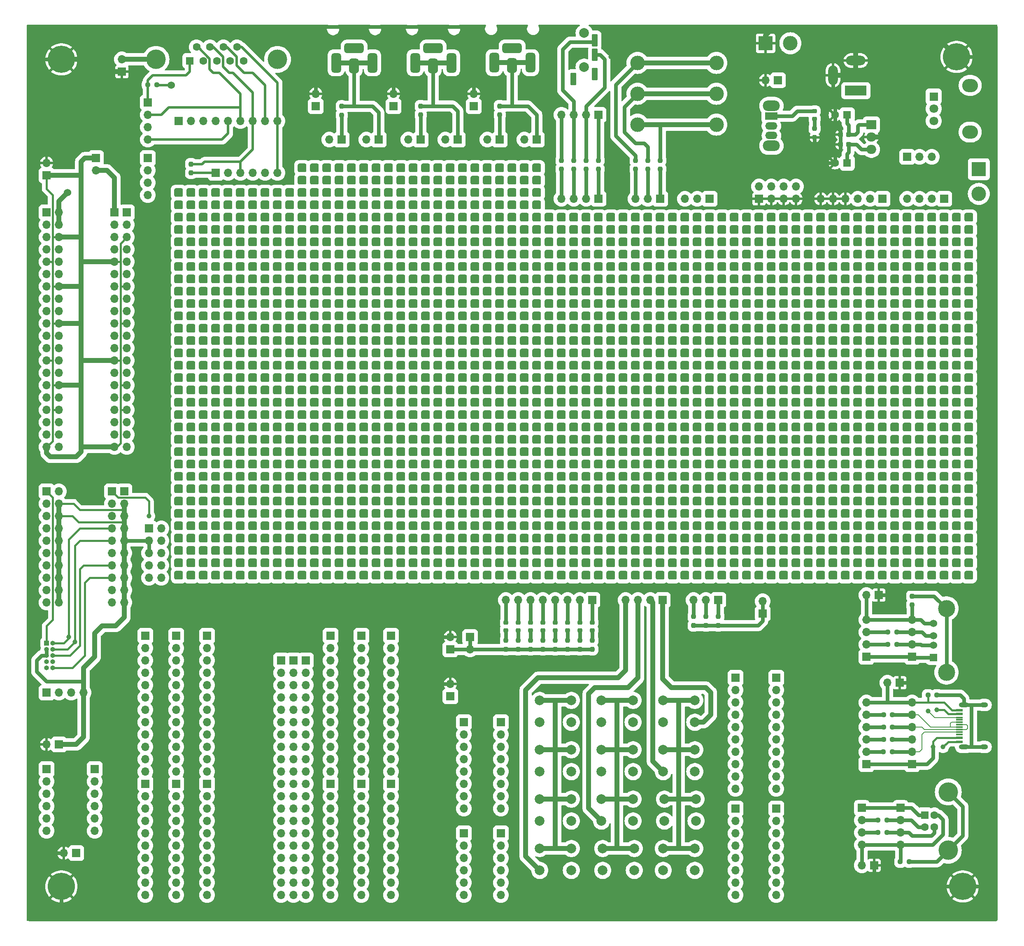
<source format=gbr>
%TF.GenerationSoftware,KiCad,Pcbnew,8.0.6*%
%TF.CreationDate,2025-03-30T13:11:56-03:00*%
%TF.ProjectId,ProtoConn,50726f74-6f43-46f6-9e6e-2e6b69636164,1.0*%
%TF.SameCoordinates,Original*%
%TF.FileFunction,Copper,L1,Top*%
%TF.FilePolarity,Positive*%
%FSLAX46Y46*%
G04 Gerber Fmt 4.6, Leading zero omitted, Abs format (unit mm)*
G04 Created by KiCad (PCBNEW 8.0.6) date 2025-03-30 13:11:56*
%MOMM*%
%LPD*%
G01*
G04 APERTURE LIST*
G04 Aperture macros list*
%AMRoundRect*
0 Rectangle with rounded corners*
0 $1 Rounding radius*
0 $2 $3 $4 $5 $6 $7 $8 $9 X,Y pos of 4 corners*
0 Add a 4 corners polygon primitive as box body*
4,1,4,$2,$3,$4,$5,$6,$7,$8,$9,$2,$3,0*
0 Add four circle primitives for the rounded corners*
1,1,$1+$1,$2,$3*
1,1,$1+$1,$4,$5*
1,1,$1+$1,$6,$7*
1,1,$1+$1,$8,$9*
0 Add four rect primitives between the rounded corners*
20,1,$1+$1,$2,$3,$4,$5,0*
20,1,$1+$1,$4,$5,$6,$7,0*
20,1,$1+$1,$6,$7,$8,$9,0*
20,1,$1+$1,$8,$9,$2,$3,0*%
G04 Aperture macros list end*
%TA.AperFunction,ComponentPad*%
%ADD10RoundRect,0.291667X-0.597333X-0.597333X0.597333X-0.597333X0.597333X0.597333X-0.597333X0.597333X0*%
%TD*%
%TA.AperFunction,SMDPad,CuDef*%
%ADD11RoundRect,0.237500X-0.237500X0.250000X-0.237500X-0.250000X0.237500X-0.250000X0.237500X0.250000X0*%
%TD*%
%TA.AperFunction,ComponentPad*%
%ADD12C,2.000000*%
%TD*%
%TA.AperFunction,ComponentPad*%
%ADD13R,1.700000X1.700000*%
%TD*%
%TA.AperFunction,ComponentPad*%
%ADD14O,1.700000X1.700000*%
%TD*%
%TA.AperFunction,SMDPad,CuDef*%
%ADD15RoundRect,0.237500X-0.250000X-0.237500X0.250000X-0.237500X0.250000X0.237500X-0.250000X0.237500X0*%
%TD*%
%TA.AperFunction,ComponentPad*%
%ADD16O,3.240000X2.720000*%
%TD*%
%TA.AperFunction,ComponentPad*%
%ADD17R,1.800000X1.800000*%
%TD*%
%TA.AperFunction,ComponentPad*%
%ADD18C,1.800000*%
%TD*%
%TA.AperFunction,SMDPad,CuDef*%
%ADD19RoundRect,0.237500X0.250000X0.237500X-0.250000X0.237500X-0.250000X-0.237500X0.250000X-0.237500X0*%
%TD*%
%TA.AperFunction,ComponentPad*%
%ADD20RoundRect,0.187500X-0.412500X1.062500X-0.412500X-1.062500X0.412500X-1.062500X0.412500X1.062500X0*%
%TD*%
%TA.AperFunction,SMDPad,CuDef*%
%ADD21RoundRect,0.237500X0.237500X-0.250000X0.237500X0.250000X-0.237500X0.250000X-0.237500X-0.250000X0*%
%TD*%
%TA.AperFunction,ComponentPad*%
%ADD22R,1.600000X1.600000*%
%TD*%
%TA.AperFunction,ComponentPad*%
%ADD23C,1.600000*%
%TD*%
%TA.AperFunction,ComponentPad*%
%ADD24R,4.500000X2.000000*%
%TD*%
%TA.AperFunction,ComponentPad*%
%ADD25O,4.000000X2.000000*%
%TD*%
%TA.AperFunction,ComponentPad*%
%ADD26O,2.000000X4.000000*%
%TD*%
%TA.AperFunction,SMDPad,CuDef*%
%ADD27RoundRect,0.237500X0.300000X0.237500X-0.300000X0.237500X-0.300000X-0.237500X0.300000X-0.237500X0*%
%TD*%
%TA.AperFunction,ComponentPad*%
%ADD28R,3.000000X3.000000*%
%TD*%
%TA.AperFunction,ComponentPad*%
%ADD29C,3.000000*%
%TD*%
%TA.AperFunction,ComponentPad*%
%ADD30RoundRect,0.500000X0.500000X-1.500000X0.500000X1.500000X-0.500000X1.500000X-0.500000X-1.500000X0*%
%TD*%
%TA.AperFunction,ComponentPad*%
%ADD31RoundRect,0.500000X0.500000X-1.000000X0.500000X1.000000X-0.500000X1.000000X-0.500000X-1.000000X0*%
%TD*%
%TA.AperFunction,ComponentPad*%
%ADD32RoundRect,0.500000X-1.500000X-0.500000X1.500000X-0.500000X1.500000X0.500000X-1.500000X0.500000X0*%
%TD*%
%TA.AperFunction,ComponentPad*%
%ADD33C,3.600000*%
%TD*%
%TA.AperFunction,ConnectorPad*%
%ADD34C,5.600000*%
%TD*%
%TA.AperFunction,ComponentPad*%
%ADD35R,1.000000X1.000000*%
%TD*%
%TA.AperFunction,ComponentPad*%
%ADD36O,1.000000X1.000000*%
%TD*%
%TA.AperFunction,SMDPad,CuDef*%
%ADD37RoundRect,0.218750X0.256250X-0.218750X0.256250X0.218750X-0.256250X0.218750X-0.256250X-0.218750X0*%
%TD*%
%TA.AperFunction,ComponentPad*%
%ADD38R,1.524000X1.524000*%
%TD*%
%TA.AperFunction,ComponentPad*%
%ADD39C,1.524000*%
%TD*%
%TA.AperFunction,ComponentPad*%
%ADD40C,3.500000*%
%TD*%
%TA.AperFunction,ComponentPad*%
%ADD41C,4.000000*%
%TD*%
%TA.AperFunction,ComponentPad*%
%ADD42O,3.500000X2.200000*%
%TD*%
%TA.AperFunction,ComponentPad*%
%ADD43R,2.500000X1.500000*%
%TD*%
%TA.AperFunction,ComponentPad*%
%ADD44O,2.500000X1.500000*%
%TD*%
%TA.AperFunction,ComponentPad*%
%ADD45R,2.000000X1.905000*%
%TD*%
%TA.AperFunction,ComponentPad*%
%ADD46O,2.000000X1.905000*%
%TD*%
%TA.AperFunction,SMDPad,CuDef*%
%ADD47R,1.450000X0.600000*%
%TD*%
%TA.AperFunction,SMDPad,CuDef*%
%ADD48R,1.450000X0.300000*%
%TD*%
%TA.AperFunction,ComponentPad*%
%ADD49O,2.100000X1.000000*%
%TD*%
%TA.AperFunction,ComponentPad*%
%ADD50O,1.600000X1.000000*%
%TD*%
%TA.AperFunction,ViaPad*%
%ADD51C,1.000000*%
%TD*%
%TA.AperFunction,ViaPad*%
%ADD52C,1.524000*%
%TD*%
%TA.AperFunction,Conductor*%
%ADD53C,0.762000*%
%TD*%
%TA.AperFunction,Conductor*%
%ADD54C,1.016000*%
%TD*%
%TA.AperFunction,Conductor*%
%ADD55C,0.381000*%
%TD*%
%TA.AperFunction,Conductor*%
%ADD56C,0.177800*%
%TD*%
%TA.AperFunction,Conductor*%
%ADD57C,0.457200*%
%TD*%
%TA.AperFunction,Conductor*%
%ADD58C,0.508000*%
%TD*%
G04 APERTURE END LIST*
D10*
%TO.P,REF\u002A\u002A,*%
%TO.N,*%
X193040000Y-83820000D03*
X195580000Y-83820000D03*
X198120000Y-83820000D03*
X200660000Y-83820000D03*
X203200000Y-83820000D03*
%TD*%
%TO.P,REF\u002A\u002A,*%
%TO.N,*%
X167640000Y-86360000D03*
X170180000Y-86360000D03*
X172720000Y-86360000D03*
X175260000Y-86360000D03*
X177800000Y-86360000D03*
%TD*%
%TO.P,REF\u002A\u002A,*%
%TO.N,*%
X307340000Y-127000000D03*
X307340000Y-129540000D03*
X307340000Y-132080000D03*
X307340000Y-134620000D03*
X307340000Y-137160000D03*
X309880000Y-127000000D03*
X309880000Y-129540000D03*
X309880000Y-132080000D03*
X309880000Y-134620000D03*
X309880000Y-137160000D03*
X312420000Y-127000000D03*
X312420000Y-129540000D03*
X312420000Y-132080000D03*
X312420000Y-134620000D03*
X312420000Y-137160000D03*
X314960000Y-127000000D03*
X314960000Y-129540000D03*
X314960000Y-132080000D03*
X314960000Y-134620000D03*
X314960000Y-137160000D03*
X317500000Y-127000000D03*
X317500000Y-129540000D03*
X317500000Y-132080000D03*
X317500000Y-134620000D03*
X317500000Y-137160000D03*
%TD*%
D11*
%TO.P,R53,1*%
%TO.N,Net-(D5-K)*%
X234950000Y-175956500D03*
%TO.P,R53,2*%
%TO.N,Net-(J51-Pin_1)*%
X234950000Y-177781500D03*
%TD*%
D12*
%TO.P,SW13,1,1*%
%TO.N,Net-(J37-Pin_3)*%
X261366000Y-213106000D03*
X254866000Y-213106000D03*
%TO.P,SW13,2,2*%
%TO.N,Net-(J38-Pin_1)*%
X261366000Y-208606000D03*
X254866000Y-208606000D03*
%TD*%
D13*
%TO.P,J74,1,Pin_1*%
%TO.N,/Microcontrollers/uc_pin42*%
X178562000Y-180081000D03*
D14*
%TO.P,J74,2,Pin_2*%
%TO.N,/Microcontrollers/uc_pin41*%
X178562000Y-182621000D03*
%TO.P,J74,3,Pin_3*%
%TO.N,/Microcontrollers/uc_pin40*%
X178562000Y-185161000D03*
%TO.P,J74,4,Pin_4*%
%TO.N,/Microcontrollers/uc_pin39*%
X178562000Y-187701000D03*
%TO.P,J74,5,Pin_5*%
%TO.N,/Microcontrollers/uc_pin38*%
X178562000Y-190241000D03*
%TO.P,J74,6,Pin_6*%
%TO.N,/Microcontrollers/uc_pin37*%
X178562000Y-192781000D03*
%TO.P,J74,7,Pin_7*%
%TO.N,/Microcontrollers/uc_pin36*%
X178562000Y-195321000D03*
%TO.P,J74,8,Pin_8*%
%TO.N,/Microcontrollers/uc_pin35*%
X178562000Y-197861000D03*
%TO.P,J74,9,Pin_9*%
%TO.N,/Microcontrollers/uc_pin34*%
X178562000Y-200401000D03*
%TO.P,J74,10,Pin_10*%
%TO.N,/Microcontrollers/uc_pin33*%
X178562000Y-202941000D03*
%TO.P,J74,11,Pin_11*%
%TO.N,/Microcontrollers/uc_pin32*%
X178562000Y-205481000D03*
%TO.P,J74,12,Pin_12*%
%TO.N,/Microcontrollers/uc_pin31*%
X178562000Y-208021000D03*
%TO.P,J74,13,Pin_13*%
%TO.N,/Microcontrollers/uc_pin30*%
X178562000Y-210561000D03*
%TO.P,J74,14,Pin_14*%
%TO.N,/Microcontrollers/uc_pin29*%
X178562000Y-213101000D03*
%TO.P,J74,15,Pin_15*%
%TO.N,/Microcontrollers/uc_pin28*%
X178562000Y-215641000D03*
%TO.P,J74,16,Pin_16*%
%TO.N,/Microcontrollers/uc_pin27*%
X178562000Y-218181000D03*
%TO.P,J74,17,Pin_17*%
%TO.N,/Microcontrollers/uc_pin26*%
X178562000Y-220721000D03*
%TO.P,J74,18,Pin_18*%
%TO.N,/Microcontrollers/uc_pin25*%
X178562000Y-223261000D03*
%TO.P,J74,19,Pin_19*%
%TO.N,/Microcontrollers/uc_pin24*%
X178562000Y-225801000D03*
%TO.P,J74,20,Pin_20*%
%TO.N,/Microcontrollers/uc_pin23*%
X178562000Y-228341000D03*
%TD*%
D10*
%TO.P,REF\u002A\u002A,*%
%TO.N,*%
X154940000Y-139700000D03*
X154940000Y-142240000D03*
X154940000Y-144780000D03*
X154940000Y-147320000D03*
X154940000Y-149860000D03*
X154940000Y-152400000D03*
X154940000Y-154940000D03*
X154940000Y-157480000D03*
X154940000Y-160020000D03*
X154940000Y-162560000D03*
X157480000Y-139700000D03*
X157480000Y-142240000D03*
X157480000Y-144780000D03*
X157480000Y-147320000D03*
X157480000Y-149860000D03*
X157480000Y-152400000D03*
X157480000Y-154940000D03*
X157480000Y-157480000D03*
X157480000Y-160020000D03*
X157480000Y-162560000D03*
X160020000Y-139700000D03*
X160020000Y-142240000D03*
X160020000Y-144780000D03*
X160020000Y-147320000D03*
X160020000Y-149860000D03*
X160020000Y-152400000D03*
X160020000Y-154940000D03*
X160020000Y-157480000D03*
X160020000Y-160020000D03*
X160020000Y-162560000D03*
X162560000Y-139700000D03*
X162560000Y-142240000D03*
X162560000Y-144780000D03*
X162560000Y-147320000D03*
X162560000Y-149860000D03*
X162560000Y-152400000D03*
X162560000Y-154940000D03*
X162560000Y-157480000D03*
X162560000Y-160020000D03*
X162560000Y-162560000D03*
X165100000Y-139700000D03*
X165100000Y-142240000D03*
X165100000Y-144780000D03*
X165100000Y-147320000D03*
X165100000Y-149860000D03*
X165100000Y-152400000D03*
X165100000Y-154940000D03*
X165100000Y-157480000D03*
X165100000Y-160020000D03*
X165100000Y-162560000D03*
X167640000Y-139700000D03*
X167640000Y-142240000D03*
X167640000Y-144780000D03*
X167640000Y-147320000D03*
X167640000Y-149860000D03*
X167640000Y-152400000D03*
X167640000Y-154940000D03*
X167640000Y-157480000D03*
X167640000Y-160020000D03*
X167640000Y-162560000D03*
X170180000Y-139700000D03*
X170180000Y-142240000D03*
X170180000Y-144780000D03*
X170180000Y-147320000D03*
X170180000Y-149860000D03*
X170180000Y-152400000D03*
X170180000Y-154940000D03*
X170180000Y-157480000D03*
X170180000Y-160020000D03*
X170180000Y-162560000D03*
X172720000Y-139700000D03*
X172720000Y-142240000D03*
X172720000Y-144780000D03*
X172720000Y-147320000D03*
X172720000Y-149860000D03*
X172720000Y-152400000D03*
X172720000Y-154940000D03*
X172720000Y-157480000D03*
X172720000Y-160020000D03*
X172720000Y-162560000D03*
X175260000Y-139700000D03*
X175260000Y-142240000D03*
X175260000Y-144780000D03*
X175260000Y-147320000D03*
X175260000Y-149860000D03*
X175260000Y-152400000D03*
X175260000Y-154940000D03*
X175260000Y-157480000D03*
X175260000Y-160020000D03*
X175260000Y-162560000D03*
X177800000Y-139700000D03*
X177800000Y-142240000D03*
X177800000Y-144780000D03*
X177800000Y-147320000D03*
X177800000Y-149860000D03*
X177800000Y-152400000D03*
X177800000Y-154940000D03*
X177800000Y-157480000D03*
X177800000Y-160020000D03*
X177800000Y-162560000D03*
%TD*%
D13*
%TO.P,J76,1,Pin_1*%
%TO.N,Net-(J76-Pin_1)*%
X137922000Y-76708000D03*
D14*
%TO.P,J76,2,Pin_2*%
%TO.N,Net-(J76-Pin_2)*%
X137922000Y-79248000D03*
%TD*%
D15*
%TO.P,R2,1*%
%TO.N,Net-(J15-Pin_4)*%
X303379500Y-221488000D03*
%TO.P,R2,2*%
%TO.N,Net-(J2-Shield)*%
X305204500Y-221488000D03*
%TD*%
D11*
%TO.P,R36,1*%
%TO.N,Net-(J24-Pin_7)*%
X157480000Y-77931000D03*
%TO.P,R36,2*%
%TO.N,Net-(J24-Pin_2)*%
X157480000Y-79756000D03*
%TD*%
D13*
%TO.P,J43,1,Pin_1*%
%TO.N,Net-(J40-In)*%
X212344000Y-72898000D03*
D14*
%TO.P,J43,2,Pin_2*%
%TO.N,Net-(J40-Ext)*%
X209804000Y-72898000D03*
%TD*%
D16*
%TO.P,RV1,*%
%TO.N,*%
X317751000Y-61748000D03*
X317751000Y-71348000D03*
D17*
%TO.P,RV1,1,1*%
%TO.N,Net-(J98-Pin_1)*%
X310251000Y-64048000D03*
D18*
%TO.P,RV1,2,2*%
%TO.N,Net-(J98-Pin_2)*%
X310251000Y-66548000D03*
%TO.P,RV1,3,3*%
%TO.N,Net-(J98-Pin_3)*%
X310251000Y-69048000D03*
%TD*%
D13*
%TO.P,JP6,1,A*%
%TO.N,Net-(J39-Ext)*%
X183134000Y-66040000D03*
D14*
%TO.P,JP6,2,B*%
%TO.N,GNDREF*%
X183134000Y-63500000D03*
%TD*%
D10*
%TO.P,REF\u002A\u002A,*%
%TO.N,*%
X256540000Y-114300000D03*
X256540000Y-116840000D03*
X256540000Y-119380000D03*
X256540000Y-121920000D03*
X256540000Y-124460000D03*
X256540000Y-127000000D03*
X256540000Y-129540000D03*
X256540000Y-132080000D03*
X256540000Y-134620000D03*
X256540000Y-137160000D03*
X259080000Y-114300000D03*
X259080000Y-116840000D03*
X259080000Y-119380000D03*
X259080000Y-121920000D03*
X259080000Y-124460000D03*
X259080000Y-127000000D03*
X259080000Y-129540000D03*
X259080000Y-132080000D03*
X259080000Y-134620000D03*
X259080000Y-137160000D03*
X261620000Y-114300000D03*
X261620000Y-116840000D03*
X261620000Y-119380000D03*
X261620000Y-121920000D03*
X261620000Y-124460000D03*
X261620000Y-127000000D03*
X261620000Y-129540000D03*
X261620000Y-132080000D03*
X261620000Y-134620000D03*
X261620000Y-137160000D03*
X264160000Y-114300000D03*
X264160000Y-116840000D03*
X264160000Y-119380000D03*
X264160000Y-121920000D03*
X264160000Y-124460000D03*
X264160000Y-127000000D03*
X264160000Y-129540000D03*
X264160000Y-132080000D03*
X264160000Y-134620000D03*
X264160000Y-137160000D03*
X266700000Y-114300000D03*
X266700000Y-116840000D03*
X266700000Y-119380000D03*
X266700000Y-121920000D03*
X266700000Y-124460000D03*
X266700000Y-127000000D03*
X266700000Y-129540000D03*
X266700000Y-132080000D03*
X266700000Y-134620000D03*
X266700000Y-137160000D03*
X269240000Y-114300000D03*
X269240000Y-116840000D03*
X269240000Y-119380000D03*
X269240000Y-121920000D03*
X269240000Y-124460000D03*
X269240000Y-127000000D03*
X269240000Y-129540000D03*
X269240000Y-132080000D03*
X269240000Y-134620000D03*
X269240000Y-137160000D03*
X271780000Y-114300000D03*
X271780000Y-116840000D03*
X271780000Y-119380000D03*
X271780000Y-121920000D03*
X271780000Y-124460000D03*
X271780000Y-127000000D03*
X271780000Y-129540000D03*
X271780000Y-132080000D03*
X271780000Y-134620000D03*
X271780000Y-137160000D03*
X274320000Y-114300000D03*
X274320000Y-116840000D03*
X274320000Y-119380000D03*
X274320000Y-121920000D03*
X274320000Y-124460000D03*
X274320000Y-127000000D03*
X274320000Y-129540000D03*
X274320000Y-132080000D03*
X274320000Y-134620000D03*
X274320000Y-137160000D03*
X276860000Y-114300000D03*
X276860000Y-116840000D03*
X276860000Y-119380000D03*
X276860000Y-121920000D03*
X276860000Y-124460000D03*
X276860000Y-127000000D03*
X276860000Y-129540000D03*
X276860000Y-132080000D03*
X276860000Y-134620000D03*
X276860000Y-137160000D03*
X279400000Y-114300000D03*
X279400000Y-116840000D03*
X279400000Y-119380000D03*
X279400000Y-121920000D03*
X279400000Y-124460000D03*
X279400000Y-127000000D03*
X279400000Y-129540000D03*
X279400000Y-132080000D03*
X279400000Y-134620000D03*
X279400000Y-137160000D03*
%TD*%
D19*
%TO.P,R34,1*%
%TO.N,Net-(J18-Pin_5)*%
X301752000Y-191262000D03*
%TO.P,R34,2*%
%TO.N,Net-(J21-Pin_5)*%
X299927000Y-191262000D03*
%TD*%
D13*
%TO.P,J94,1,Pin_1*%
%TO.N,/Arduino Uno/ARD_D7*%
X277876000Y-210566000D03*
D14*
%TO.P,J94,2,Pin_2*%
%TO.N,/Arduino Uno/ARD_~D6*%
X277876000Y-213106000D03*
%TO.P,J94,3,Pin_3*%
%TO.N,/Arduino Uno/ARD_~D5*%
X277876000Y-215646000D03*
%TO.P,J94,4,Pin_4*%
%TO.N,/Arduino Uno/ARD_D4*%
X277876000Y-218186000D03*
%TO.P,J94,5,Pin_5*%
%TO.N,/Arduino Uno/ARD_~D3*%
X277876000Y-220726000D03*
%TO.P,J94,6,Pin_6*%
%TO.N,/Arduino Uno/ARD_D2*%
X277876000Y-223266000D03*
%TO.P,J94,7,Pin_7*%
%TO.N,/Arduino Uno/ARD_D1{slash}TX*%
X277876000Y-225806000D03*
%TO.P,J94,8,Pin_8*%
%TO.N,/Arduino Uno/ARD_D0{slash}RX*%
X277876000Y-228346000D03*
%TD*%
D13*
%TO.P,J30,1,Pin_1*%
%TO.N,Net-(J28-Pin_2)*%
X278222000Y-60702000D03*
D14*
%TO.P,J30,2,Pin_2*%
%TO.N,GNDREF*%
X275682000Y-60702000D03*
%TD*%
D13*
%TO.P,J64,1,Pin_1*%
%TO.N,/Microcontrollers/uc_pin1*%
X160782000Y-175001000D03*
D14*
%TO.P,J64,2,Pin_2*%
%TO.N,/Microcontrollers/uc_pin2*%
X160782000Y-177541000D03*
%TO.P,J64,3,Pin_3*%
%TO.N,/Microcontrollers/uc_pin3*%
X160782000Y-180081000D03*
%TO.P,J64,4,Pin_4*%
%TO.N,/Microcontrollers/uc_pin4*%
X160782000Y-182621000D03*
%TO.P,J64,5,Pin_5*%
%TO.N,/Microcontrollers/uc_pin5*%
X160782000Y-185161000D03*
%TO.P,J64,6,Pin_6*%
%TO.N,/Microcontrollers/uc_pin6*%
X160782000Y-187701000D03*
%TO.P,J64,7,Pin_7*%
%TO.N,/Microcontrollers/uc_pin7*%
X160782000Y-190241000D03*
%TO.P,J64,8,Pin_8*%
%TO.N,/Microcontrollers/uc_pin8*%
X160782000Y-192781000D03*
%TO.P,J64,9,Pin_9*%
%TO.N,/Microcontrollers/uc_pin9*%
X160782000Y-195321000D03*
%TO.P,J64,10,Pin_10*%
%TO.N,/Microcontrollers/uc_pin10*%
X160782000Y-197861000D03*
%TO.P,J64,11,Pin_11*%
%TO.N,/Microcontrollers/uc_pin11*%
X160782000Y-200401000D03*
%TO.P,J64,12,Pin_12*%
%TO.N,/Microcontrollers/uc_pin12*%
X160782000Y-202941000D03*
%TD*%
D12*
%TO.P,J9,*%
%TO.N,*%
X238338000Y-50986000D03*
X238338000Y-57986000D03*
D20*
%TO.P,J9,R1*%
%TO.N,Net-(J53-Pin_2)*%
X240538000Y-55436000D03*
%TO.P,J9,R2*%
%TO.N,Net-(J53-Pin_3)*%
X240538000Y-52436000D03*
%TO.P,J9,S*%
%TO.N,Net-(J53-Pin_4)*%
X236138000Y-60436000D03*
%TO.P,J9,T*%
%TO.N,Net-(J53-Pin_1)*%
X240538000Y-59436000D03*
%TD*%
D10*
%TO.P,REF\u002A\u002A,*%
%TO.N,*%
X154940000Y-88900000D03*
X154940000Y-91440000D03*
X154940000Y-93980000D03*
X154940000Y-96520000D03*
X154940000Y-99060000D03*
X154940000Y-101600000D03*
X154940000Y-104140000D03*
X154940000Y-106680000D03*
X154940000Y-109220000D03*
X154940000Y-111760000D03*
X157480000Y-88900000D03*
X157480000Y-91440000D03*
X157480000Y-93980000D03*
X157480000Y-96520000D03*
X157480000Y-99060000D03*
X157480000Y-101600000D03*
X157480000Y-104140000D03*
X157480000Y-106680000D03*
X157480000Y-109220000D03*
X157480000Y-111760000D03*
X160020000Y-88900000D03*
X160020000Y-91440000D03*
X160020000Y-93980000D03*
X160020000Y-96520000D03*
X160020000Y-99060000D03*
X160020000Y-101600000D03*
X160020000Y-104140000D03*
X160020000Y-106680000D03*
X160020000Y-109220000D03*
X160020000Y-111760000D03*
X162560000Y-88900000D03*
X162560000Y-91440000D03*
X162560000Y-93980000D03*
X162560000Y-96520000D03*
X162560000Y-99060000D03*
X162560000Y-101600000D03*
X162560000Y-104140000D03*
X162560000Y-106680000D03*
X162560000Y-109220000D03*
X162560000Y-111760000D03*
X165100000Y-88900000D03*
X165100000Y-91440000D03*
X165100000Y-93980000D03*
X165100000Y-96520000D03*
X165100000Y-99060000D03*
X165100000Y-101600000D03*
X165100000Y-104140000D03*
X165100000Y-106680000D03*
X165100000Y-109220000D03*
X165100000Y-111760000D03*
X167640000Y-88900000D03*
X167640000Y-91440000D03*
X167640000Y-93980000D03*
X167640000Y-96520000D03*
X167640000Y-99060000D03*
X167640000Y-101600000D03*
X167640000Y-104140000D03*
X167640000Y-106680000D03*
X167640000Y-109220000D03*
X167640000Y-111760000D03*
X170180000Y-88900000D03*
X170180000Y-91440000D03*
X170180000Y-93980000D03*
X170180000Y-96520000D03*
X170180000Y-99060000D03*
X170180000Y-101600000D03*
X170180000Y-104140000D03*
X170180000Y-106680000D03*
X170180000Y-109220000D03*
X170180000Y-111760000D03*
X172720000Y-88900000D03*
X172720000Y-91440000D03*
X172720000Y-93980000D03*
X172720000Y-96520000D03*
X172720000Y-99060000D03*
X172720000Y-101600000D03*
X172720000Y-104140000D03*
X172720000Y-106680000D03*
X172720000Y-109220000D03*
X172720000Y-111760000D03*
X175260000Y-88900000D03*
X175260000Y-91440000D03*
X175260000Y-93980000D03*
X175260000Y-96520000D03*
X175260000Y-99060000D03*
X175260000Y-101600000D03*
X175260000Y-104140000D03*
X175260000Y-106680000D03*
X175260000Y-109220000D03*
X175260000Y-111760000D03*
X177800000Y-88900000D03*
X177800000Y-91440000D03*
X177800000Y-93980000D03*
X177800000Y-96520000D03*
X177800000Y-99060000D03*
X177800000Y-101600000D03*
X177800000Y-104140000D03*
X177800000Y-106680000D03*
X177800000Y-109220000D03*
X177800000Y-111760000D03*
%TD*%
D21*
%TO.P,R1,1*%
%TO.N,Net-(J1-GND)*%
X305816000Y-168656000D03*
%TO.P,R1,2*%
%TO.N,Net-(J1-Shield)*%
X305816000Y-166831000D03*
%TD*%
D13*
%TO.P,J24,1,Pin_1*%
%TO.N,Net-(J22-Pin_1)*%
X154940000Y-69088000D03*
D14*
%TO.P,J24,2,Pin_2*%
%TO.N,Net-(J24-Pin_2)*%
X157480000Y-69088000D03*
%TO.P,J24,3,Pin_3*%
%TO.N,Net-(J24-Pin_3)*%
X160020000Y-69088000D03*
%TO.P,J24,4,Pin_4*%
%TO.N,Net-(J24-Pin_4)*%
X162560000Y-69088000D03*
%TO.P,J24,5,Pin_5*%
%TO.N,Net-(J22-Pin_4)*%
X165100000Y-69088000D03*
%TO.P,J24,6,Pin_6*%
%TO.N,Net-(J22-Pin_2)*%
X167640000Y-69088000D03*
%TO.P,J24,7,Pin_7*%
%TO.N,Net-(J24-Pin_7)*%
X170180000Y-69088000D03*
%TO.P,J24,8,Pin_8*%
%TO.N,Net-(J22-Pin_3)*%
X172720000Y-69088000D03*
%TO.P,J24,9,Pin_9*%
%TO.N,Net-(J24-Pin_9)*%
X175260000Y-69088000D03*
%TD*%
D13*
%TO.P,J48,1,Pin_1*%
%TO.N,Net-(J48-Pin_1)*%
X188468000Y-72898000D03*
D14*
%TO.P,J48,2,Pin_2*%
%TO.N,Net-(J39-Ext)*%
X185928000Y-72898000D03*
%TD*%
D12*
%TO.P,SW8,1,1*%
%TO.N,Net-(J37-Pin_2)*%
X248412000Y-202946000D03*
X241912000Y-202946000D03*
%TO.P,SW8,2,2*%
%TO.N,Net-(J38-Pin_2)*%
X248412000Y-198446000D03*
X241912000Y-198446000D03*
%TD*%
D13*
%TO.P,JP12,1,A*%
%TO.N,Net-(J76-Pin_1)*%
X127762000Y-80264000D03*
D14*
%TO.P,JP12,2,B*%
%TO.N,GNDREF*%
X127762000Y-77724000D03*
%TD*%
D22*
%TO.P,C5,1*%
%TO.N,Net-(J34-Pin_1)*%
X292446000Y-77720000D03*
D23*
%TO.P,C5,2*%
%TO.N,GNDREF*%
X289946000Y-77720000D03*
%TD*%
D13*
%TO.P,J32,1,Pin_1*%
%TO.N,GNDREF*%
X274320000Y-85090000D03*
D14*
%TO.P,J32,2,Pin_2*%
%TO.N,Net-(J32-Pin_2)*%
X274320000Y-82550000D03*
%TO.P,J32,3,Pin_3*%
%TO.N,GNDREF*%
X276860000Y-85090000D03*
%TO.P,J32,4,Pin_4*%
%TO.N,Net-(J32-Pin_2)*%
X276860000Y-82550000D03*
%TO.P,J32,5,Pin_5*%
%TO.N,GNDREF*%
X279400000Y-85090000D03*
%TO.P,J32,6,Pin_6*%
%TO.N,Net-(J32-Pin_2)*%
X279400000Y-82550000D03*
%TO.P,J32,7,Pin_7*%
%TO.N,GNDREF*%
X281940000Y-85090000D03*
%TO.P,J32,8,Pin_8*%
%TO.N,Net-(J32-Pin_2)*%
X281940000Y-82550000D03*
%TD*%
D11*
%TO.P,R79,1*%
%TO.N,Net-(J4-Pin_1)*%
X254000000Y-77169000D03*
%TO.P,R79,2*%
%TO.N,Net-(J5-Pin_1)*%
X254000000Y-78994000D03*
%TD*%
D10*
%TO.P,REF\u002A\u002A,*%
%TO.N,*%
X218440000Y-83820000D03*
X220980000Y-83820000D03*
X223520000Y-83820000D03*
X226060000Y-83820000D03*
X228600000Y-83820000D03*
%TD*%
D13*
%TO.P,J22,1,Pin_1*%
%TO.N,Net-(J22-Pin_1)*%
X148590000Y-65278000D03*
D14*
%TO.P,J22,2,Pin_2*%
%TO.N,Net-(J22-Pin_2)*%
X148590000Y-67818000D03*
%TO.P,J22,3,Pin_3*%
%TO.N,Net-(J22-Pin_3)*%
X148590000Y-70358000D03*
%TO.P,J22,4,Pin_4*%
%TO.N,Net-(J22-Pin_4)*%
X148590000Y-72898000D03*
%TD*%
D19*
%TO.P,R31,1*%
%TO.N,Net-(J17-CC1)*%
X301705000Y-198882000D03*
%TO.P,R31,2*%
%TO.N,Net-(J21-Pin_2)*%
X299880000Y-198882000D03*
%TD*%
D10*
%TO.P,REF\u002A\u002A,*%
%TO.N,*%
X180340000Y-83820000D03*
X182880000Y-83820000D03*
X185420000Y-83820000D03*
X187960000Y-83820000D03*
X190500000Y-83820000D03*
%TD*%
D13*
%TO.P,J70,1,Pin_1*%
%TO.N,/Microcontrollers/uc_pin32*%
X192532000Y-205481000D03*
D14*
%TO.P,J70,2,Pin_2*%
%TO.N,/Microcontrollers/uc_pin31*%
X192532000Y-208021000D03*
%TO.P,J70,3,Pin_3*%
%TO.N,/Microcontrollers/uc_pin30*%
X192532000Y-210561000D03*
%TO.P,J70,4,Pin_4*%
%TO.N,/Microcontrollers/uc_pin29*%
X192532000Y-213101000D03*
%TO.P,J70,5,Pin_5*%
%TO.N,/Microcontrollers/uc_pin28*%
X192532000Y-215641000D03*
%TO.P,J70,6,Pin_6*%
%TO.N,/Microcontrollers/uc_pin27*%
X192532000Y-218181000D03*
%TO.P,J70,7,Pin_7*%
%TO.N,/Microcontrollers/uc_pin26*%
X192532000Y-220721000D03*
%TO.P,J70,8,Pin_8*%
%TO.N,/Microcontrollers/uc_pin25*%
X192532000Y-223261000D03*
%TO.P,J70,9,Pin_9*%
%TO.N,/Microcontrollers/uc_pin24*%
X192532000Y-225801000D03*
%TO.P,J70,10,Pin_10*%
%TO.N,/Microcontrollers/uc_pin23*%
X192532000Y-228341000D03*
%TD*%
D11*
%TO.P,R81,1*%
%TO.N,Net-(J4-Pin_3)*%
X248920000Y-77169000D03*
%TO.P,R81,2*%
%TO.N,Net-(J5-Pin_3)*%
X248920000Y-78994000D03*
%TD*%
D12*
%TO.P,SW10,1,1*%
%TO.N,Net-(J37-Pin_4)*%
X248666000Y-223266000D03*
X242166000Y-223266000D03*
%TO.P,SW10,2,2*%
%TO.N,Net-(J38-Pin_2)*%
X248666000Y-218766000D03*
X242166000Y-218766000D03*
%TD*%
D19*
%TO.P,R16,1*%
%TO.N,Net-(J1-D-)*%
X302651500Y-176784000D03*
%TO.P,R16,2*%
%TO.N,Net-(J14-Pin_2)*%
X300826500Y-176784000D03*
%TD*%
D11*
%TO.P,R75,1*%
%TO.N,Net-(J53-Pin_1)*%
X241300000Y-77185000D03*
%TO.P,R75,2*%
%TO.N,Net-(J59-Pin_1)*%
X241300000Y-79010000D03*
%TD*%
D13*
%TO.P,JP5,1,A*%
%TO.N,GNDREF*%
X143256000Y-58928000D03*
D14*
%TO.P,JP5,2,B*%
%TO.N,Net-(J23-PAD)*%
X143256000Y-56388000D03*
%TD*%
D11*
%TO.P,R56,1*%
%TO.N,Net-(D8-K)*%
X227330000Y-175956500D03*
%TO.P,R56,2*%
%TO.N,Net-(J51-Pin_1)*%
X227330000Y-177781500D03*
%TD*%
D13*
%TO.P,J44,1,Pin_1*%
%TO.N,Net-(J41-In)*%
X228600000Y-72898000D03*
D14*
%TO.P,J44,2,Pin_2*%
%TO.N,Net-(J41-Ext)*%
X226060000Y-72898000D03*
%TD*%
D10*
%TO.P,REF\u002A\u002A,*%
%TO.N,*%
X281940000Y-114300000D03*
X281940000Y-116840000D03*
X281940000Y-119380000D03*
X281940000Y-121920000D03*
X281940000Y-124460000D03*
X281940000Y-127000000D03*
X281940000Y-129540000D03*
X281940000Y-132080000D03*
X281940000Y-134620000D03*
X281940000Y-137160000D03*
X284480000Y-114300000D03*
X284480000Y-116840000D03*
X284480000Y-119380000D03*
X284480000Y-121920000D03*
X284480000Y-124460000D03*
X284480000Y-127000000D03*
X284480000Y-129540000D03*
X284480000Y-132080000D03*
X284480000Y-134620000D03*
X284480000Y-137160000D03*
X287020000Y-114300000D03*
X287020000Y-116840000D03*
X287020000Y-119380000D03*
X287020000Y-121920000D03*
X287020000Y-124460000D03*
X287020000Y-127000000D03*
X287020000Y-129540000D03*
X287020000Y-132080000D03*
X287020000Y-134620000D03*
X287020000Y-137160000D03*
X289560000Y-114300000D03*
X289560000Y-116840000D03*
X289560000Y-119380000D03*
X289560000Y-121920000D03*
X289560000Y-124460000D03*
X289560000Y-127000000D03*
X289560000Y-129540000D03*
X289560000Y-132080000D03*
X289560000Y-134620000D03*
X289560000Y-137160000D03*
X292100000Y-114300000D03*
X292100000Y-116840000D03*
X292100000Y-119380000D03*
X292100000Y-121920000D03*
X292100000Y-124460000D03*
X292100000Y-127000000D03*
X292100000Y-129540000D03*
X292100000Y-132080000D03*
X292100000Y-134620000D03*
X292100000Y-137160000D03*
X294640000Y-114300000D03*
X294640000Y-116840000D03*
X294640000Y-119380000D03*
X294640000Y-121920000D03*
X294640000Y-124460000D03*
X294640000Y-127000000D03*
X294640000Y-129540000D03*
X294640000Y-132080000D03*
X294640000Y-134620000D03*
X294640000Y-137160000D03*
X297180000Y-114300000D03*
X297180000Y-116840000D03*
X297180000Y-119380000D03*
X297180000Y-121920000D03*
X297180000Y-124460000D03*
X297180000Y-127000000D03*
X297180000Y-129540000D03*
X297180000Y-132080000D03*
X297180000Y-134620000D03*
X297180000Y-137160000D03*
X299720000Y-114300000D03*
X299720000Y-116840000D03*
X299720000Y-119380000D03*
X299720000Y-121920000D03*
X299720000Y-124460000D03*
X299720000Y-127000000D03*
X299720000Y-129540000D03*
X299720000Y-132080000D03*
X299720000Y-134620000D03*
X299720000Y-137160000D03*
X302260000Y-114300000D03*
X302260000Y-116840000D03*
X302260000Y-119380000D03*
X302260000Y-121920000D03*
X302260000Y-124460000D03*
X302260000Y-127000000D03*
X302260000Y-129540000D03*
X302260000Y-132080000D03*
X302260000Y-134620000D03*
X302260000Y-137160000D03*
X304800000Y-114300000D03*
X304800000Y-116840000D03*
X304800000Y-119380000D03*
X304800000Y-121920000D03*
X304800000Y-124460000D03*
X304800000Y-127000000D03*
X304800000Y-129540000D03*
X304800000Y-132080000D03*
X304800000Y-134620000D03*
X304800000Y-137160000D03*
%TD*%
D24*
%TO.P,J26,1*%
%TO.N,Net-(J28-Pin_2)*%
X294224000Y-62838000D03*
D25*
%TO.P,J26,2*%
%TO.N,GNDREF*%
X294224000Y-56638000D03*
D26*
%TO.P,J26,3*%
X289524000Y-59638000D03*
%TD*%
D13*
%TO.P,J98,1,Pin_1*%
%TO.N,Net-(J98-Pin_1)*%
X304800000Y-76454000D03*
D14*
%TO.P,J98,2,Pin_2*%
%TO.N,Net-(J98-Pin_2)*%
X307340000Y-76454000D03*
%TO.P,J98,3,Pin_3*%
%TO.N,Net-(J98-Pin_3)*%
X309880000Y-76454000D03*
%TD*%
D13*
%TO.P,JP13,1,A*%
%TO.N,/JTAG/JTAG_GND*%
X130302000Y-197358000D03*
D14*
%TO.P,JP13,2,B*%
%TO.N,GNDREF*%
X127762000Y-197358000D03*
%TD*%
D10*
%TO.P,REF\u002A\u002A,*%
%TO.N,*%
X205740000Y-88900000D03*
X205740000Y-91440000D03*
X205740000Y-93980000D03*
X205740000Y-96520000D03*
X205740000Y-99060000D03*
X205740000Y-101600000D03*
X205740000Y-104140000D03*
X205740000Y-106680000D03*
X205740000Y-109220000D03*
X205740000Y-111760000D03*
X208280000Y-88900000D03*
X208280000Y-91440000D03*
X208280000Y-93980000D03*
X208280000Y-96520000D03*
X208280000Y-99060000D03*
X208280000Y-101600000D03*
X208280000Y-104140000D03*
X208280000Y-106680000D03*
X208280000Y-109220000D03*
X208280000Y-111760000D03*
X210820000Y-88900000D03*
X210820000Y-91440000D03*
X210820000Y-93980000D03*
X210820000Y-96520000D03*
X210820000Y-99060000D03*
X210820000Y-101600000D03*
X210820000Y-104140000D03*
X210820000Y-106680000D03*
X210820000Y-109220000D03*
X210820000Y-111760000D03*
X213360000Y-88900000D03*
X213360000Y-91440000D03*
X213360000Y-93980000D03*
X213360000Y-96520000D03*
X213360000Y-99060000D03*
X213360000Y-101600000D03*
X213360000Y-104140000D03*
X213360000Y-106680000D03*
X213360000Y-109220000D03*
X213360000Y-111760000D03*
X215900000Y-88900000D03*
X215900000Y-91440000D03*
X215900000Y-93980000D03*
X215900000Y-96520000D03*
X215900000Y-99060000D03*
X215900000Y-101600000D03*
X215900000Y-104140000D03*
X215900000Y-106680000D03*
X215900000Y-109220000D03*
X215900000Y-111760000D03*
X218440000Y-88900000D03*
X218440000Y-91440000D03*
X218440000Y-93980000D03*
X218440000Y-96520000D03*
X218440000Y-99060000D03*
X218440000Y-101600000D03*
X218440000Y-104140000D03*
X218440000Y-106680000D03*
X218440000Y-109220000D03*
X218440000Y-111760000D03*
X220980000Y-88900000D03*
X220980000Y-91440000D03*
X220980000Y-93980000D03*
X220980000Y-96520000D03*
X220980000Y-99060000D03*
X220980000Y-101600000D03*
X220980000Y-104140000D03*
X220980000Y-106680000D03*
X220980000Y-109220000D03*
X220980000Y-111760000D03*
X223520000Y-88900000D03*
X223520000Y-91440000D03*
X223520000Y-93980000D03*
X223520000Y-96520000D03*
X223520000Y-99060000D03*
X223520000Y-101600000D03*
X223520000Y-104140000D03*
X223520000Y-106680000D03*
X223520000Y-109220000D03*
X223520000Y-111760000D03*
X226060000Y-88900000D03*
X226060000Y-91440000D03*
X226060000Y-93980000D03*
X226060000Y-96520000D03*
X226060000Y-99060000D03*
X226060000Y-101600000D03*
X226060000Y-104140000D03*
X226060000Y-106680000D03*
X226060000Y-109220000D03*
X226060000Y-111760000D03*
X228600000Y-88900000D03*
X228600000Y-91440000D03*
X228600000Y-93980000D03*
X228600000Y-96520000D03*
X228600000Y-99060000D03*
X228600000Y-101600000D03*
X228600000Y-104140000D03*
X228600000Y-106680000D03*
X228600000Y-109220000D03*
X228600000Y-111760000D03*
%TD*%
D27*
%TO.P,C7,1*%
%TO.N,Net-(J34-Pin_1)*%
X292787500Y-73910000D03*
%TO.P,C7,2*%
%TO.N,GNDREF*%
X291062500Y-73910000D03*
%TD*%
D10*
%TO.P,REF\u002A\u002A,*%
%TO.N,*%
X180340000Y-81280000D03*
X182880000Y-81280000D03*
X185420000Y-81280000D03*
X187960000Y-81280000D03*
X190500000Y-81280000D03*
%TD*%
%TO.P,REF\u002A\u002A,*%
%TO.N,*%
X307340000Y-101600000D03*
X307340000Y-104140000D03*
X307340000Y-106680000D03*
X307340000Y-109220000D03*
X307340000Y-111760000D03*
X309880000Y-101600000D03*
X309880000Y-104140000D03*
X309880000Y-106680000D03*
X309880000Y-109220000D03*
X309880000Y-111760000D03*
X312420000Y-101600000D03*
X312420000Y-104140000D03*
X312420000Y-106680000D03*
X312420000Y-109220000D03*
X312420000Y-111760000D03*
X314960000Y-101600000D03*
X314960000Y-104140000D03*
X314960000Y-106680000D03*
X314960000Y-109220000D03*
X314960000Y-111760000D03*
X317500000Y-101600000D03*
X317500000Y-104140000D03*
X317500000Y-106680000D03*
X317500000Y-109220000D03*
X317500000Y-111760000D03*
%TD*%
D13*
%TO.P,J89,1,Pin_1*%
%TO.N,/Arduino Uno/ARD_BOOT*%
X221234000Y-192786000D03*
D14*
%TO.P,J89,2,Pin_2*%
%TO.N,/Arduino Uno/ARD_IOREF*%
X221234000Y-195326000D03*
%TO.P,J89,3,Pin_3*%
%TO.N,/Arduino Uno/ARD_RESET*%
X221234000Y-197866000D03*
%TO.P,J89,4,Pin_4*%
%TO.N,/Arduino Uno/ARD_+3V3*%
X221234000Y-200406000D03*
%TO.P,J89,5,Pin_5*%
%TO.N,/Arduino Uno/ARD_+5V*%
X221234000Y-202946000D03*
%TO.P,J89,6,Pin_6*%
%TO.N,/Arduino Uno/ARD_GND*%
X221234000Y-205486000D03*
%TO.P,J89,7,Pin_7*%
X221234000Y-208026000D03*
%TO.P,J89,8,Pin_8*%
%TO.N,/Arduino Uno/ARD_VIN*%
X221234000Y-210566000D03*
%TD*%
D19*
%TO.P,R19,1*%
%TO.N,Net-(J2-D+)*%
X300619500Y-215493600D03*
%TO.P,R19,2*%
%TO.N,Net-(J15-Pin_3)*%
X298794500Y-215493600D03*
%TD*%
D10*
%TO.P,REF\u002A\u002A,*%
%TO.N,*%
X180340000Y-86360000D03*
X182880000Y-86360000D03*
X185420000Y-86360000D03*
X187960000Y-86360000D03*
X190500000Y-86360000D03*
%TD*%
D28*
%TO.P,J95,1,Pin_1*%
%TO.N,Net-(J95-Pin_1)*%
X319532000Y-78994000D03*
D29*
%TO.P,J95,2,Pin_2*%
%TO.N,Net-(J95-Pin_2)*%
X319532000Y-84074000D03*
%TD*%
D10*
%TO.P,REF\u002A\u002A,*%
%TO.N,*%
X218440000Y-81280000D03*
X220980000Y-81280000D03*
X223520000Y-81280000D03*
X226060000Y-81280000D03*
X228600000Y-81280000D03*
%TD*%
D11*
%TO.P,R77,1*%
%TO.N,Net-(J53-Pin_3)*%
X236220000Y-77185000D03*
%TO.P,R77,2*%
%TO.N,Net-(J59-Pin_3)*%
X236220000Y-79010000D03*
%TD*%
D30*
%TO.P,J39,1,In*%
%TO.N,Net-(J39-In)*%
X187308000Y-57102000D03*
D31*
X191008000Y-57702000D03*
D30*
X194808000Y-57102000D03*
D32*
%TO.P,J39,2,Ext*%
%TO.N,Net-(J39-Ext)*%
X191008000Y-54102000D03*
%TD*%
D10*
%TO.P,REF\u002A\u002A,*%
%TO.N,*%
X154940000Y-86360000D03*
X157480000Y-86360000D03*
X160020000Y-86360000D03*
X162560000Y-86360000D03*
X165100000Y-86360000D03*
%TD*%
D33*
%TO.P,H3,1,1*%
%TO.N,GNDREF*%
X314960000Y-55880000D03*
D34*
X314960000Y-55880000D03*
%TD*%
D10*
%TO.P,REF\u002A\u002A,*%
%TO.N,*%
X218440000Y-78740000D03*
X220980000Y-78740000D03*
X223520000Y-78740000D03*
X226060000Y-78740000D03*
X228600000Y-78740000D03*
%TD*%
D13*
%TO.P,J97,1,Pin_1*%
%TO.N,Net-(J95-Pin_2)*%
X312420000Y-85090000D03*
D14*
%TO.P,J97,2,Pin_2*%
X309880000Y-85090000D03*
%TO.P,J97,3,Pin_3*%
%TO.N,Net-(J95-Pin_1)*%
X307340000Y-85090000D03*
%TO.P,J97,4,Pin_4*%
X304800000Y-85090000D03*
%TD*%
D13*
%TO.P,J84,1,Pin_1*%
%TO.N,/JTAG/VTref*%
X148844000Y-152908000D03*
D14*
%TO.P,J84,2,Pin_2*%
%TO.N,/JTAG/TMS*%
X151384000Y-152908000D03*
%TO.P,J84,3,Pin_3*%
%TO.N,/JTAG/JTAG_GND*%
X148844000Y-155448000D03*
%TO.P,J84,4,Pin_4*%
%TO.N,/JTAG/TCK*%
X151384000Y-155448000D03*
%TO.P,J84,5,Pin_5*%
%TO.N,/JTAG/JTAG_GND*%
X148844000Y-157988000D03*
%TO.P,J84,6,Pin_6*%
%TO.N,/JTAG/TDO*%
X151384000Y-157988000D03*
%TO.P,J84,7,Pin_7*%
%TO.N,unconnected-(J84-Pin_7-Pad7)*%
X148844000Y-160528000D03*
%TO.P,J84,8,Pin_8*%
%TO.N,/JTAG/TDI*%
X151384000Y-160528000D03*
%TO.P,J84,9,Pin_9*%
%TO.N,unconnected-(J84-Pin_9-Pad9)*%
X148844000Y-163068000D03*
%TO.P,J84,10,Pin_10*%
%TO.N,/JTAG/RESET*%
X151384000Y-163068000D03*
%TD*%
D13*
%TO.P,J87,1,Pin_1*%
%TO.N,/Arduino Uno/ARD_BOOT*%
X213614000Y-192786000D03*
D14*
%TO.P,J87,2,Pin_2*%
%TO.N,/Arduino Uno/ARD_IOREF*%
X213614000Y-195326000D03*
%TO.P,J87,3,Pin_3*%
%TO.N,/Arduino Uno/ARD_RESET*%
X213614000Y-197866000D03*
%TO.P,J87,4,Pin_4*%
%TO.N,/Arduino Uno/ARD_+3V3*%
X213614000Y-200406000D03*
%TO.P,J87,5,Pin_5*%
%TO.N,/Arduino Uno/ARD_+5V*%
X213614000Y-202946000D03*
%TO.P,J87,6,Pin_6*%
%TO.N,/Arduino Uno/ARD_GND*%
X213614000Y-205486000D03*
%TO.P,J87,7,Pin_7*%
X213614000Y-208026000D03*
%TO.P,J87,8,Pin_8*%
%TO.N,/Arduino Uno/ARD_VIN*%
X213614000Y-210566000D03*
%TD*%
D28*
%TO.P,J28,1,Pin_1*%
%TO.N,GNDREF*%
X275682000Y-53082000D03*
D29*
%TO.P,J28,2,Pin_2*%
%TO.N,Net-(J28-Pin_2)*%
X280762000Y-53082000D03*
%TD*%
D35*
%TO.P,J82,1,Pin_1*%
%TO.N,/JTAG/VTref*%
X127762000Y-176530000D03*
D36*
%TO.P,J82,2,Pin_2*%
%TO.N,/JTAG/TMS*%
X129032000Y-176530000D03*
%TO.P,J82,3,Pin_3*%
%TO.N,/JTAG/JTAG_GND*%
X127762000Y-177800000D03*
%TO.P,J82,4,Pin_4*%
%TO.N,/JTAG/TCK*%
X129032000Y-177800000D03*
%TO.P,J82,5,Pin_5*%
%TO.N,/JTAG/JTAG_GND*%
X127762000Y-179070000D03*
%TO.P,J82,6,Pin_6*%
%TO.N,/JTAG/TDO*%
X129032000Y-179070000D03*
%TO.P,J82,7,Pin_7*%
%TO.N,unconnected-(J82-Pin_7-Pad7)*%
X127762000Y-180340000D03*
%TO.P,J82,8,Pin_8*%
%TO.N,/JTAG/TDI*%
X129032000Y-180340000D03*
%TO.P,J82,9,Pin_9*%
%TO.N,unconnected-(J82-Pin_9-Pad9)*%
X127762000Y-181610000D03*
%TO.P,J82,10,Pin_10*%
%TO.N,/JTAG/RESET*%
X129032000Y-181610000D03*
%TD*%
D10*
%TO.P,REF\u002A\u002A,*%
%TO.N,*%
X180340000Y-88900000D03*
X180340000Y-91440000D03*
X180340000Y-93980000D03*
X180340000Y-96520000D03*
X180340000Y-99060000D03*
X180340000Y-101600000D03*
X180340000Y-104140000D03*
X180340000Y-106680000D03*
X180340000Y-109220000D03*
X180340000Y-111760000D03*
X182880000Y-88900000D03*
X182880000Y-91440000D03*
X182880000Y-93980000D03*
X182880000Y-96520000D03*
X182880000Y-99060000D03*
X182880000Y-101600000D03*
X182880000Y-104140000D03*
X182880000Y-106680000D03*
X182880000Y-109220000D03*
X182880000Y-111760000D03*
X185420000Y-88900000D03*
X185420000Y-91440000D03*
X185420000Y-93980000D03*
X185420000Y-96520000D03*
X185420000Y-99060000D03*
X185420000Y-101600000D03*
X185420000Y-104140000D03*
X185420000Y-106680000D03*
X185420000Y-109220000D03*
X185420000Y-111760000D03*
X187960000Y-88900000D03*
X187960000Y-91440000D03*
X187960000Y-93980000D03*
X187960000Y-96520000D03*
X187960000Y-99060000D03*
X187960000Y-101600000D03*
X187960000Y-104140000D03*
X187960000Y-106680000D03*
X187960000Y-109220000D03*
X187960000Y-111760000D03*
X190500000Y-88900000D03*
X190500000Y-91440000D03*
X190500000Y-93980000D03*
X190500000Y-96520000D03*
X190500000Y-99060000D03*
X190500000Y-101600000D03*
X190500000Y-104140000D03*
X190500000Y-106680000D03*
X190500000Y-109220000D03*
X190500000Y-111760000D03*
X193040000Y-88900000D03*
X193040000Y-91440000D03*
X193040000Y-93980000D03*
X193040000Y-96520000D03*
X193040000Y-99060000D03*
X193040000Y-101600000D03*
X193040000Y-104140000D03*
X193040000Y-106680000D03*
X193040000Y-109220000D03*
X193040000Y-111760000D03*
X195580000Y-88900000D03*
X195580000Y-91440000D03*
X195580000Y-93980000D03*
X195580000Y-96520000D03*
X195580000Y-99060000D03*
X195580000Y-101600000D03*
X195580000Y-104140000D03*
X195580000Y-106680000D03*
X195580000Y-109220000D03*
X195580000Y-111760000D03*
X198120000Y-88900000D03*
X198120000Y-91440000D03*
X198120000Y-93980000D03*
X198120000Y-96520000D03*
X198120000Y-99060000D03*
X198120000Y-101600000D03*
X198120000Y-104140000D03*
X198120000Y-106680000D03*
X198120000Y-109220000D03*
X198120000Y-111760000D03*
X200660000Y-88900000D03*
X200660000Y-91440000D03*
X200660000Y-93980000D03*
X200660000Y-96520000D03*
X200660000Y-99060000D03*
X200660000Y-101600000D03*
X200660000Y-104140000D03*
X200660000Y-106680000D03*
X200660000Y-109220000D03*
X200660000Y-111760000D03*
X203200000Y-88900000D03*
X203200000Y-91440000D03*
X203200000Y-93980000D03*
X203200000Y-96520000D03*
X203200000Y-99060000D03*
X203200000Y-101600000D03*
X203200000Y-104140000D03*
X203200000Y-106680000D03*
X203200000Y-109220000D03*
X203200000Y-111760000D03*
%TD*%
%TO.P,REF\u002A\u002A,*%
%TO.N,*%
X307340000Y-88900000D03*
X307340000Y-91440000D03*
X307340000Y-93980000D03*
X307340000Y-96520000D03*
X307340000Y-99060000D03*
X309880000Y-88900000D03*
X309880000Y-91440000D03*
X309880000Y-93980000D03*
X309880000Y-96520000D03*
X309880000Y-99060000D03*
X312420000Y-88900000D03*
X312420000Y-91440000D03*
X312420000Y-93980000D03*
X312420000Y-96520000D03*
X312420000Y-99060000D03*
X314960000Y-88900000D03*
X314960000Y-91440000D03*
X314960000Y-93980000D03*
X314960000Y-96520000D03*
X314960000Y-99060000D03*
X317500000Y-88900000D03*
X317500000Y-91440000D03*
X317500000Y-93980000D03*
X317500000Y-96520000D03*
X317500000Y-99060000D03*
%TD*%
D13*
%TO.P,J34,1,Pin_1*%
%TO.N,Net-(J34-Pin_1)*%
X299720000Y-85090000D03*
D14*
%TO.P,J34,2,Pin_2*%
X297180000Y-85090000D03*
%TO.P,J34,3,Pin_3*%
X294640000Y-85090000D03*
%TO.P,J34,4,Pin_4*%
%TO.N,GNDREF*%
X292100000Y-85090000D03*
%TO.P,J34,5,Pin_5*%
X289560000Y-85090000D03*
%TO.P,J34,6,Pin_6*%
X287020000Y-85090000D03*
%TD*%
D13*
%TO.P,J18,1,Pin_1*%
%TO.N,Net-(J18-Pin_1)*%
X305816000Y-201422000D03*
D14*
%TO.P,J18,2,Pin_2*%
%TO.N,Net-(J17-CC1)*%
X305816000Y-198882000D03*
%TO.P,J18,3,Pin_3*%
%TO.N,Net-(J17-CC2)*%
X305816000Y-196342000D03*
%TO.P,J18,4,Pin_4*%
%TO.N,Net-(J18-Pin_4)*%
X305816000Y-193802000D03*
%TO.P,J18,5,Pin_5*%
%TO.N,Net-(J18-Pin_5)*%
X305816000Y-191262000D03*
%TO.P,J18,6,Pin_6*%
%TO.N,Net-(J18-Pin_6)*%
X305816000Y-188722000D03*
%TD*%
D33*
%TO.P,H4,1,1*%
%TO.N,GNDREF*%
X130810000Y-226568000D03*
D34*
X130810000Y-226568000D03*
%TD*%
D13*
%TO.P,J73,1,Pin_1*%
%TO.N,/Microcontrollers/uc_pin44*%
X198628000Y-175001000D03*
D14*
%TO.P,J73,2,Pin_2*%
%TO.N,/Microcontrollers/uc_pin43*%
X198628000Y-177541000D03*
%TO.P,J73,3,Pin_3*%
%TO.N,/Microcontrollers/uc_pin42*%
X198628000Y-180081000D03*
%TO.P,J73,4,Pin_4*%
%TO.N,/Microcontrollers/uc_pin41*%
X198628000Y-182621000D03*
%TO.P,J73,5,Pin_5*%
%TO.N,/Microcontrollers/uc_pin40*%
X198628000Y-185161000D03*
%TO.P,J73,6,Pin_6*%
%TO.N,/Microcontrollers/uc_pin39*%
X198628000Y-187701000D03*
%TO.P,J73,7,Pin_7*%
%TO.N,/Microcontrollers/uc_pin38*%
X198628000Y-190241000D03*
%TO.P,J73,8,Pin_8*%
%TO.N,/Microcontrollers/uc_pin37*%
X198628000Y-192781000D03*
%TO.P,J73,9,Pin_9*%
%TO.N,/Microcontrollers/uc_pin36*%
X198628000Y-195321000D03*
%TO.P,J73,10,Pin_10*%
%TO.N,/Microcontrollers/uc_pin35*%
X198628000Y-197861000D03*
%TO.P,J73,11,Pin_11*%
%TO.N,/Microcontrollers/uc_pin34*%
X198628000Y-200401000D03*
%TO.P,J73,12,Pin_12*%
%TO.N,/Microcontrollers/uc_pin33*%
X198628000Y-202941000D03*
%TD*%
D19*
%TO.P,R18,1*%
%TO.N,Net-(J2-D-)*%
X300619500Y-212953600D03*
%TO.P,R18,2*%
%TO.N,Net-(J15-Pin_2)*%
X298794500Y-212953600D03*
%TD*%
D37*
%TO.P,D4,1,K*%
%TO.N,Net-(D4-K)*%
X237490000Y-173859000D03*
%TO.P,D4,2,A*%
%TO.N,Net-(D4-A)*%
X237490000Y-172284000D03*
%TD*%
D13*
%TO.P,J14,1,Pin_1*%
%TO.N,Net-(J1-VBUS)*%
X296418000Y-179324000D03*
D14*
%TO.P,J14,2,Pin_2*%
%TO.N,Net-(J14-Pin_2)*%
X296418000Y-176784000D03*
%TO.P,J14,3,Pin_3*%
%TO.N,Net-(J14-Pin_3)*%
X296418000Y-174244000D03*
%TO.P,J14,4,Pin_4*%
%TO.N,Net-(J1-GND)*%
X296418000Y-171704000D03*
%TD*%
D37*
%TO.P,D1,1,K*%
%TO.N,Net-(D1-K)*%
X285750000Y-68631000D03*
%TO.P,D1,2,A*%
%TO.N,Net-(D1-A)*%
X285750000Y-67056000D03*
%TD*%
D13*
%TO.P,J4,1,Pin_1*%
%TO.N,Net-(J4-Pin_1)*%
X264160000Y-85090000D03*
D14*
%TO.P,J4,2,Pin_2*%
%TO.N,Net-(J4-Pin_2)*%
X261620000Y-85090000D03*
%TO.P,J4,3,Pin_3*%
%TO.N,Net-(J4-Pin_3)*%
X259080000Y-85090000D03*
%TD*%
D37*
%TO.P,D9,1,K*%
%TO.N,Net-(D9-K)*%
X224790000Y-173859000D03*
%TO.P,D9,2,A*%
%TO.N,Net-(D9-A)*%
X224790000Y-172284000D03*
%TD*%
D13*
%TO.P,J38,1,Pin_1*%
%TO.N,Net-(J38-Pin_1)*%
X265938000Y-167640000D03*
D14*
%TO.P,J38,2,Pin_2*%
%TO.N,Net-(J38-Pin_2)*%
X263398000Y-167640000D03*
%TO.P,J38,3,Pin_3*%
%TO.N,Net-(J38-Pin_3)*%
X260858000Y-167640000D03*
%TD*%
D13*
%TO.P,J65,1,Pin_1*%
%TO.N,/Microcontrollers/uc_pin13*%
X160782000Y-205481000D03*
D14*
%TO.P,J65,2,Pin_2*%
%TO.N,/Microcontrollers/uc_pin14*%
X160782000Y-208021000D03*
%TO.P,J65,3,Pin_3*%
%TO.N,/Microcontrollers/uc_pin15*%
X160782000Y-210561000D03*
%TO.P,J65,4,Pin_4*%
%TO.N,/Microcontrollers/uc_pin16*%
X160782000Y-213101000D03*
%TO.P,J65,5,Pin_5*%
%TO.N,/Microcontrollers/uc_pin17*%
X160782000Y-215641000D03*
%TO.P,J65,6,Pin_6*%
%TO.N,/Microcontrollers/uc_pin18*%
X160782000Y-218181000D03*
%TO.P,J65,7,Pin_7*%
%TO.N,/Microcontrollers/uc_pin19*%
X160782000Y-220721000D03*
%TO.P,J65,8,Pin_8*%
%TO.N,/Microcontrollers/uc_pin20*%
X160782000Y-223261000D03*
%TO.P,J65,9,Pin_9*%
%TO.N,/Microcontrollers/uc_pin21*%
X160782000Y-225801000D03*
%TO.P,J65,10,Pin_10*%
%TO.N,/Microcontrollers/uc_pin22*%
X160782000Y-228341000D03*
%TD*%
D37*
%TO.P,D6,1,K*%
%TO.N,Net-(D6-K)*%
X232410000Y-173859000D03*
%TO.P,D6,2,A*%
%TO.N,Net-(D6-A)*%
X232410000Y-172284000D03*
%TD*%
D19*
%TO.P,R17,1*%
%TO.N,Net-(J1-D+)*%
X302651500Y-174244000D03*
%TO.P,R17,2*%
%TO.N,Net-(J14-Pin_3)*%
X300826500Y-174244000D03*
%TD*%
D13*
%TO.P,J85,1,Pin_1*%
%TO.N,unconnected-(J85-Pin_1-Pad1)*%
X143764000Y-145288000D03*
D14*
%TO.P,J85,2,Pin_2*%
%TO.N,/JTAG/JTAG_GND*%
X143764000Y-147828000D03*
%TO.P,J85,3,Pin_3*%
X143764000Y-150368000D03*
%TO.P,J85,4,Pin_4*%
X143764000Y-152908000D03*
%TO.P,J85,5,Pin_5*%
X143764000Y-155448000D03*
%TO.P,J85,6,Pin_6*%
X143764000Y-157988000D03*
%TO.P,J85,7,Pin_7*%
X143764000Y-160528000D03*
%TO.P,J85,8,Pin_8*%
X143764000Y-163068000D03*
%TO.P,J85,9,Pin_9*%
X143764000Y-165608000D03*
%TO.P,J85,10,Pin_10*%
X143764000Y-168148000D03*
%TD*%
D11*
%TO.P,R78,1*%
%TO.N,Net-(J53-Pin_4)*%
X233680000Y-77185000D03*
%TO.P,R78,2*%
%TO.N,Net-(J59-Pin_4)*%
X233680000Y-79010000D03*
%TD*%
%TO.P,R76,1*%
%TO.N,Net-(J53-Pin_2)*%
X238760000Y-77185000D03*
%TO.P,R76,2*%
%TO.N,Net-(J59-Pin_2)*%
X238760000Y-79010000D03*
%TD*%
D38*
%TO.P,J1,1,VBUS*%
%TO.N,Net-(J1-VBUS)*%
X310160500Y-179454000D03*
D39*
%TO.P,J1,2,D-*%
%TO.N,Net-(J1-D-)*%
X310160500Y-176954000D03*
%TO.P,J1,3,D+*%
%TO.N,Net-(J1-D+)*%
X310160500Y-174954000D03*
%TO.P,J1,4,GND*%
%TO.N,Net-(J1-GND)*%
X310160500Y-172454000D03*
D40*
%TO.P,J1,5,Shield*%
%TO.N,Net-(J1-Shield)*%
X312870500Y-182524000D03*
X312870500Y-169384000D03*
%TD*%
D27*
%TO.P,C3,1*%
%TO.N,Net-(D1-A)*%
X292787500Y-71878000D03*
%TO.P,C3,2*%
%TO.N,GNDREF*%
X291062500Y-71878000D03*
%TD*%
D13*
%TO.P,J21,1,Pin_1*%
%TO.N,Net-(J18-Pin_1)*%
X296418000Y-201422000D03*
D14*
%TO.P,J21,2,Pin_2*%
%TO.N,Net-(J21-Pin_2)*%
X296418000Y-198882000D03*
%TO.P,J21,3,Pin_3*%
%TO.N,Net-(J21-Pin_3)*%
X296418000Y-196342000D03*
%TO.P,J21,4,Pin_4*%
%TO.N,Net-(J21-Pin_4)*%
X296418000Y-193802000D03*
%TO.P,J21,5,Pin_5*%
%TO.N,Net-(J21-Pin_5)*%
X296418000Y-191262000D03*
%TO.P,J21,6,Pin_6*%
%TO.N,Net-(J18-Pin_6)*%
X296418000Y-188722000D03*
%TD*%
D12*
%TO.P,SW6,1,1*%
%TO.N,Net-(J37-Pin_4)*%
X235712000Y-223266000D03*
X229212000Y-223266000D03*
%TO.P,SW6,2,2*%
%TO.N,Net-(J38-Pin_3)*%
X235712000Y-218766000D03*
X229212000Y-218766000D03*
%TD*%
%TO.P,SW7,1,1*%
%TO.N,Net-(J37-Pin_1)*%
X248412000Y-192786000D03*
X241912000Y-192786000D03*
%TO.P,SW7,2,2*%
%TO.N,Net-(J38-Pin_2)*%
X248412000Y-188286000D03*
X241912000Y-188286000D03*
%TD*%
D13*
%TO.P,J63,1,Pin_1*%
%TO.N,/Microcontrollers/uc_pin1*%
X154432000Y-175001000D03*
D14*
%TO.P,J63,2,Pin_2*%
%TO.N,/Microcontrollers/uc_pin2*%
X154432000Y-177541000D03*
%TO.P,J63,3,Pin_3*%
%TO.N,/Microcontrollers/uc_pin3*%
X154432000Y-180081000D03*
%TO.P,J63,4,Pin_4*%
%TO.N,/Microcontrollers/uc_pin4*%
X154432000Y-182621000D03*
%TO.P,J63,5,Pin_5*%
%TO.N,/Microcontrollers/uc_pin5*%
X154432000Y-185161000D03*
%TO.P,J63,6,Pin_6*%
%TO.N,/Microcontrollers/uc_pin6*%
X154432000Y-187701000D03*
%TO.P,J63,7,Pin_7*%
%TO.N,/Microcontrollers/uc_pin7*%
X154432000Y-190241000D03*
%TO.P,J63,8,Pin_8*%
%TO.N,/Microcontrollers/uc_pin8*%
X154432000Y-192781000D03*
%TO.P,J63,9,Pin_9*%
%TO.N,/Microcontrollers/uc_pin9*%
X154432000Y-195321000D03*
%TO.P,J63,10,Pin_10*%
%TO.N,/Microcontrollers/uc_pin10*%
X154432000Y-197861000D03*
%TO.P,J63,11,Pin_11*%
%TO.N,/Microcontrollers/uc_pin11*%
X154432000Y-200401000D03*
%TO.P,J63,12,Pin_12*%
%TO.N,/Microcontrollers/uc_pin12*%
X154432000Y-202941000D03*
%TD*%
D13*
%TO.P,J51,1,Pin_1*%
%TO.N,Net-(J51-Pin_1)*%
X214884000Y-175260000D03*
D14*
%TO.P,J51,2,Pin_2*%
X214884000Y-177800000D03*
%TD*%
D10*
%TO.P,REF\u002A\u002A,*%
%TO.N,*%
X180340000Y-114300000D03*
X180340000Y-116840000D03*
X180340000Y-119380000D03*
X180340000Y-121920000D03*
X180340000Y-124460000D03*
X180340000Y-127000000D03*
X180340000Y-129540000D03*
X180340000Y-132080000D03*
X180340000Y-134620000D03*
X180340000Y-137160000D03*
X182880000Y-114300000D03*
X182880000Y-116840000D03*
X182880000Y-119380000D03*
X182880000Y-121920000D03*
X182880000Y-124460000D03*
X182880000Y-127000000D03*
X182880000Y-129540000D03*
X182880000Y-132080000D03*
X182880000Y-134620000D03*
X182880000Y-137160000D03*
X185420000Y-114300000D03*
X185420000Y-116840000D03*
X185420000Y-119380000D03*
X185420000Y-121920000D03*
X185420000Y-124460000D03*
X185420000Y-127000000D03*
X185420000Y-129540000D03*
X185420000Y-132080000D03*
X185420000Y-134620000D03*
X185420000Y-137160000D03*
X187960000Y-114300000D03*
X187960000Y-116840000D03*
X187960000Y-119380000D03*
X187960000Y-121920000D03*
X187960000Y-124460000D03*
X187960000Y-127000000D03*
X187960000Y-129540000D03*
X187960000Y-132080000D03*
X187960000Y-134620000D03*
X187960000Y-137160000D03*
X190500000Y-114300000D03*
X190500000Y-116840000D03*
X190500000Y-119380000D03*
X190500000Y-121920000D03*
X190500000Y-124460000D03*
X190500000Y-127000000D03*
X190500000Y-129540000D03*
X190500000Y-132080000D03*
X190500000Y-134620000D03*
X190500000Y-137160000D03*
X193040000Y-114300000D03*
X193040000Y-116840000D03*
X193040000Y-119380000D03*
X193040000Y-121920000D03*
X193040000Y-124460000D03*
X193040000Y-127000000D03*
X193040000Y-129540000D03*
X193040000Y-132080000D03*
X193040000Y-134620000D03*
X193040000Y-137160000D03*
X195580000Y-114300000D03*
X195580000Y-116840000D03*
X195580000Y-119380000D03*
X195580000Y-121920000D03*
X195580000Y-124460000D03*
X195580000Y-127000000D03*
X195580000Y-129540000D03*
X195580000Y-132080000D03*
X195580000Y-134620000D03*
X195580000Y-137160000D03*
X198120000Y-114300000D03*
X198120000Y-116840000D03*
X198120000Y-119380000D03*
X198120000Y-121920000D03*
X198120000Y-124460000D03*
X198120000Y-127000000D03*
X198120000Y-129540000D03*
X198120000Y-132080000D03*
X198120000Y-134620000D03*
X198120000Y-137160000D03*
X200660000Y-114300000D03*
X200660000Y-116840000D03*
X200660000Y-119380000D03*
X200660000Y-121920000D03*
X200660000Y-124460000D03*
X200660000Y-127000000D03*
X200660000Y-129540000D03*
X200660000Y-132080000D03*
X200660000Y-134620000D03*
X200660000Y-137160000D03*
X203200000Y-114300000D03*
X203200000Y-116840000D03*
X203200000Y-119380000D03*
X203200000Y-121920000D03*
X203200000Y-124460000D03*
X203200000Y-127000000D03*
X203200000Y-129540000D03*
X203200000Y-132080000D03*
X203200000Y-134620000D03*
X203200000Y-137160000D03*
%TD*%
D11*
%TO.P,R80,1*%
%TO.N,Net-(J4-Pin_2)*%
X251460000Y-77169000D03*
%TO.P,R80,2*%
%TO.N,Net-(J5-Pin_2)*%
X251460000Y-78994000D03*
%TD*%
D30*
%TO.P,J40,1,In*%
%TO.N,Net-(J40-In)*%
X203564000Y-57102000D03*
D31*
X207264000Y-57702000D03*
D30*
X211064000Y-57102000D03*
D32*
%TO.P,J40,2,Ext*%
%TO.N,Net-(J40-Ext)*%
X207264000Y-54102000D03*
%TD*%
D37*
%TO.P,D10,1,K*%
%TO.N,Net-(D10-K)*%
X222250000Y-173859000D03*
%TO.P,D10,2,A*%
%TO.N,Net-(D10-A)*%
X222250000Y-172284000D03*
%TD*%
D13*
%TO.P,J42,1,Pin_1*%
%TO.N,Net-(J39-In)*%
X196088000Y-72898000D03*
D14*
%TO.P,J42,2,Pin_2*%
%TO.N,Net-(J39-Ext)*%
X193548000Y-72898000D03*
%TD*%
D13*
%TO.P,JP14,1,A*%
%TO.N,/Arduino Uno/ARD_GND*%
X210820000Y-187452000D03*
D14*
%TO.P,JP14,2,B*%
%TO.N,GNDREF*%
X210820000Y-184912000D03*
%TD*%
D29*
%TO.P,J3,R*%
%TO.N,Net-(J4-Pin_2)*%
X265544000Y-63468000D03*
%TO.P,J3,RN*%
X249314000Y-63468000D03*
%TO.P,J3,S*%
%TO.N,Net-(J4-Pin_1)*%
X265544000Y-69818000D03*
%TO.P,J3,SN*%
X249314000Y-69818000D03*
%TO.P,J3,T*%
%TO.N,Net-(J4-Pin_3)*%
X265544000Y-57118000D03*
%TO.P,J3,TN*%
X249314000Y-57118000D03*
%TD*%
D37*
%TO.P,D3,1,K*%
%TO.N,Net-(D3-K)*%
X240030000Y-173859000D03*
%TO.P,D3,2,A*%
%TO.N,Net-(D3-A)*%
X240030000Y-172284000D03*
%TD*%
D19*
%TO.P,R35,1*%
%TO.N,Net-(J22-Pin_3)*%
X150415000Y-61618500D03*
%TO.P,R35,2*%
%TO.N,Net-(J22-Pin_1)*%
X148590000Y-61618500D03*
%TD*%
D41*
%TO.P,J23,0,PAD*%
%TO.N,Net-(J23-PAD)*%
X175260000Y-56388000D03*
X150260000Y-56388000D03*
D22*
%TO.P,J23,1,1*%
%TO.N,Net-(J22-Pin_1)*%
X157220000Y-56688000D03*
D23*
%TO.P,J23,2,2*%
%TO.N,Net-(J24-Pin_2)*%
X159990000Y-56688000D03*
%TO.P,J23,3,3*%
%TO.N,Net-(J24-Pin_3)*%
X162760000Y-56688000D03*
%TO.P,J23,4,4*%
%TO.N,Net-(J24-Pin_4)*%
X165530000Y-56688000D03*
%TO.P,J23,5,5*%
%TO.N,Net-(J22-Pin_4)*%
X168300000Y-56688000D03*
%TO.P,J23,6,6*%
%TO.N,Net-(J22-Pin_2)*%
X158605000Y-53848000D03*
%TO.P,J23,7,7*%
%TO.N,Net-(J24-Pin_7)*%
X161375000Y-53848000D03*
%TO.P,J23,8,8*%
%TO.N,Net-(J22-Pin_3)*%
X164145000Y-53848000D03*
%TO.P,J23,9,9*%
%TO.N,Net-(J24-Pin_9)*%
X166915000Y-53848000D03*
%TD*%
D10*
%TO.P,REF\u002A\u002A,*%
%TO.N,*%
X256540000Y-139700000D03*
X256540000Y-142240000D03*
X256540000Y-144780000D03*
X256540000Y-147320000D03*
X256540000Y-149860000D03*
X256540000Y-152400000D03*
X256540000Y-154940000D03*
X256540000Y-157480000D03*
X256540000Y-160020000D03*
X256540000Y-162560000D03*
X259080000Y-139700000D03*
X259080000Y-142240000D03*
X259080000Y-144780000D03*
X259080000Y-147320000D03*
X259080000Y-149860000D03*
X259080000Y-152400000D03*
X259080000Y-154940000D03*
X259080000Y-157480000D03*
X259080000Y-160020000D03*
X259080000Y-162560000D03*
X261620000Y-139700000D03*
X261620000Y-142240000D03*
X261620000Y-144780000D03*
X261620000Y-147320000D03*
X261620000Y-149860000D03*
X261620000Y-152400000D03*
X261620000Y-154940000D03*
X261620000Y-157480000D03*
X261620000Y-160020000D03*
X261620000Y-162560000D03*
X264160000Y-139700000D03*
X264160000Y-142240000D03*
X264160000Y-144780000D03*
X264160000Y-147320000D03*
X264160000Y-149860000D03*
X264160000Y-152400000D03*
X264160000Y-154940000D03*
X264160000Y-157480000D03*
X264160000Y-160020000D03*
X264160000Y-162560000D03*
X266700000Y-139700000D03*
X266700000Y-142240000D03*
X266700000Y-144780000D03*
X266700000Y-147320000D03*
X266700000Y-149860000D03*
X266700000Y-152400000D03*
X266700000Y-154940000D03*
X266700000Y-157480000D03*
X266700000Y-160020000D03*
X266700000Y-162560000D03*
X269240000Y-139700000D03*
X269240000Y-142240000D03*
X269240000Y-144780000D03*
X269240000Y-147320000D03*
X269240000Y-149860000D03*
X269240000Y-152400000D03*
X269240000Y-154940000D03*
X269240000Y-157480000D03*
X269240000Y-160020000D03*
X269240000Y-162560000D03*
X271780000Y-139700000D03*
X271780000Y-142240000D03*
X271780000Y-144780000D03*
X271780000Y-147320000D03*
X271780000Y-149860000D03*
X271780000Y-152400000D03*
X271780000Y-154940000D03*
X271780000Y-157480000D03*
X271780000Y-160020000D03*
X271780000Y-162560000D03*
X274320000Y-139700000D03*
X274320000Y-142240000D03*
X274320000Y-144780000D03*
X274320000Y-147320000D03*
X274320000Y-149860000D03*
X274320000Y-152400000D03*
X274320000Y-154940000D03*
X274320000Y-157480000D03*
X274320000Y-160020000D03*
X274320000Y-162560000D03*
X276860000Y-139700000D03*
X276860000Y-142240000D03*
X276860000Y-144780000D03*
X276860000Y-147320000D03*
X276860000Y-149860000D03*
X276860000Y-152400000D03*
X276860000Y-154940000D03*
X276860000Y-157480000D03*
X276860000Y-160020000D03*
X276860000Y-162560000D03*
X279400000Y-139700000D03*
X279400000Y-142240000D03*
X279400000Y-144780000D03*
X279400000Y-147320000D03*
X279400000Y-149860000D03*
X279400000Y-152400000D03*
X279400000Y-154940000D03*
X279400000Y-157480000D03*
X279400000Y-160020000D03*
X279400000Y-162560000D03*
%TD*%
D13*
%TO.P,J53,1,Pin_1*%
%TO.N,Net-(J53-Pin_1)*%
X241300000Y-67787000D03*
D14*
%TO.P,J53,2,Pin_2*%
%TO.N,Net-(J53-Pin_2)*%
X238760000Y-67787000D03*
%TO.P,J53,3,Pin_3*%
%TO.N,Net-(J53-Pin_3)*%
X236220000Y-67787000D03*
%TO.P,J53,4,Pin_4*%
%TO.N,Net-(J53-Pin_4)*%
X233680000Y-67787000D03*
%TD*%
D10*
%TO.P,REF\u002A\u002A,*%
%TO.N,*%
X180340000Y-139700000D03*
X180340000Y-142240000D03*
X180340000Y-144780000D03*
X180340000Y-147320000D03*
X180340000Y-149860000D03*
X180340000Y-152400000D03*
X180340000Y-154940000D03*
X180340000Y-157480000D03*
X180340000Y-160020000D03*
X180340000Y-162560000D03*
X182880000Y-139700000D03*
X182880000Y-142240000D03*
X182880000Y-144780000D03*
X182880000Y-147320000D03*
X182880000Y-149860000D03*
X182880000Y-152400000D03*
X182880000Y-154940000D03*
X182880000Y-157480000D03*
X182880000Y-160020000D03*
X182880000Y-162560000D03*
X185420000Y-139700000D03*
X185420000Y-142240000D03*
X185420000Y-144780000D03*
X185420000Y-147320000D03*
X185420000Y-149860000D03*
X185420000Y-152400000D03*
X185420000Y-154940000D03*
X185420000Y-157480000D03*
X185420000Y-160020000D03*
X185420000Y-162560000D03*
X187960000Y-139700000D03*
X187960000Y-142240000D03*
X187960000Y-144780000D03*
X187960000Y-147320000D03*
X187960000Y-149860000D03*
X187960000Y-152400000D03*
X187960000Y-154940000D03*
X187960000Y-157480000D03*
X187960000Y-160020000D03*
X187960000Y-162560000D03*
X190500000Y-139700000D03*
X190500000Y-142240000D03*
X190500000Y-144780000D03*
X190500000Y-147320000D03*
X190500000Y-149860000D03*
X190500000Y-152400000D03*
X190500000Y-154940000D03*
X190500000Y-157480000D03*
X190500000Y-160020000D03*
X190500000Y-162560000D03*
X193040000Y-139700000D03*
X193040000Y-142240000D03*
X193040000Y-144780000D03*
X193040000Y-147320000D03*
X193040000Y-149860000D03*
X193040000Y-152400000D03*
X193040000Y-154940000D03*
X193040000Y-157480000D03*
X193040000Y-160020000D03*
X193040000Y-162560000D03*
X195580000Y-139700000D03*
X195580000Y-142240000D03*
X195580000Y-144780000D03*
X195580000Y-147320000D03*
X195580000Y-149860000D03*
X195580000Y-152400000D03*
X195580000Y-154940000D03*
X195580000Y-157480000D03*
X195580000Y-160020000D03*
X195580000Y-162560000D03*
X198120000Y-139700000D03*
X198120000Y-142240000D03*
X198120000Y-144780000D03*
X198120000Y-147320000D03*
X198120000Y-149860000D03*
X198120000Y-152400000D03*
X198120000Y-154940000D03*
X198120000Y-157480000D03*
X198120000Y-160020000D03*
X198120000Y-162560000D03*
X200660000Y-139700000D03*
X200660000Y-142240000D03*
X200660000Y-144780000D03*
X200660000Y-147320000D03*
X200660000Y-149860000D03*
X200660000Y-152400000D03*
X200660000Y-154940000D03*
X200660000Y-157480000D03*
X200660000Y-160020000D03*
X200660000Y-162560000D03*
X203200000Y-139700000D03*
X203200000Y-142240000D03*
X203200000Y-144780000D03*
X203200000Y-147320000D03*
X203200000Y-149860000D03*
X203200000Y-152400000D03*
X203200000Y-154940000D03*
X203200000Y-157480000D03*
X203200000Y-160020000D03*
X203200000Y-162560000D03*
%TD*%
%TO.P,REF\u002A\u002A,*%
%TO.N,*%
X307340000Y-139700000D03*
X307340000Y-142240000D03*
X307340000Y-144780000D03*
X307340000Y-147320000D03*
X307340000Y-149860000D03*
X309880000Y-139700000D03*
X309880000Y-142240000D03*
X309880000Y-144780000D03*
X309880000Y-147320000D03*
X309880000Y-149860000D03*
X312420000Y-139700000D03*
X312420000Y-142240000D03*
X312420000Y-144780000D03*
X312420000Y-147320000D03*
X312420000Y-149860000D03*
X314960000Y-139700000D03*
X314960000Y-142240000D03*
X314960000Y-144780000D03*
X314960000Y-147320000D03*
X314960000Y-149860000D03*
X317500000Y-139700000D03*
X317500000Y-142240000D03*
X317500000Y-144780000D03*
X317500000Y-147320000D03*
X317500000Y-149860000D03*
%TD*%
D12*
%TO.P,SW9,1,1*%
%TO.N,Net-(J37-Pin_3)*%
X248412000Y-213106000D03*
X241912000Y-213106000D03*
%TO.P,SW9,2,2*%
%TO.N,Net-(J38-Pin_2)*%
X248412000Y-208606000D03*
X241912000Y-208606000D03*
%TD*%
D13*
%TO.P,J49,1,Pin_1*%
%TO.N,Net-(J49-Pin_1)*%
X204724000Y-72898000D03*
D14*
%TO.P,J49,2,Pin_2*%
%TO.N,Net-(J40-Ext)*%
X202184000Y-72898000D03*
%TD*%
D13*
%TO.P,J52,1,Pin_1*%
%TO.N,Net-(D3-A)*%
X240030000Y-167640000D03*
D14*
%TO.P,J52,2,Pin_2*%
%TO.N,Net-(D4-A)*%
X237490000Y-167640000D03*
%TO.P,J52,3,Pin_3*%
%TO.N,Net-(D5-A)*%
X234950000Y-167640000D03*
%TO.P,J52,4,Pin_4*%
%TO.N,Net-(D6-A)*%
X232410000Y-167640000D03*
%TO.P,J52,5,Pin_5*%
%TO.N,Net-(D7-A)*%
X229870000Y-167640000D03*
%TO.P,J52,6,Pin_6*%
%TO.N,Net-(D8-A)*%
X227330000Y-167640000D03*
%TO.P,J52,7,Pin_7*%
%TO.N,Net-(D9-A)*%
X224790000Y-167640000D03*
%TO.P,J52,8,Pin_8*%
%TO.N,Net-(D10-A)*%
X222250000Y-167640000D03*
%TD*%
D22*
%TO.P,C1,1*%
%TO.N,Net-(D1-A)*%
X292446000Y-67814000D03*
D23*
%TO.P,C1,2*%
%TO.N,GNDREF*%
X289946000Y-67814000D03*
%TD*%
D10*
%TO.P,REF\u002A\u002A,*%
%TO.N,*%
X205740000Y-81280000D03*
X208280000Y-81280000D03*
X210820000Y-81280000D03*
X213360000Y-81280000D03*
X215900000Y-81280000D03*
%TD*%
%TO.P,REF\u002A\u002A,*%
%TO.N,*%
X205740000Y-139700000D03*
X205740000Y-142240000D03*
X205740000Y-144780000D03*
X205740000Y-147320000D03*
X205740000Y-149860000D03*
X205740000Y-152400000D03*
X205740000Y-154940000D03*
X205740000Y-157480000D03*
X205740000Y-160020000D03*
X205740000Y-162560000D03*
X208280000Y-139700000D03*
X208280000Y-142240000D03*
X208280000Y-144780000D03*
X208280000Y-147320000D03*
X208280000Y-149860000D03*
X208280000Y-152400000D03*
X208280000Y-154940000D03*
X208280000Y-157480000D03*
X208280000Y-160020000D03*
X208280000Y-162560000D03*
X210820000Y-139700000D03*
X210820000Y-142240000D03*
X210820000Y-144780000D03*
X210820000Y-147320000D03*
X210820000Y-149860000D03*
X210820000Y-152400000D03*
X210820000Y-154940000D03*
X210820000Y-157480000D03*
X210820000Y-160020000D03*
X210820000Y-162560000D03*
X213360000Y-139700000D03*
X213360000Y-142240000D03*
X213360000Y-144780000D03*
X213360000Y-147320000D03*
X213360000Y-149860000D03*
X213360000Y-152400000D03*
X213360000Y-154940000D03*
X213360000Y-157480000D03*
X213360000Y-160020000D03*
X213360000Y-162560000D03*
X215900000Y-139700000D03*
X215900000Y-142240000D03*
X215900000Y-144780000D03*
X215900000Y-147320000D03*
X215900000Y-149860000D03*
X215900000Y-152400000D03*
X215900000Y-154940000D03*
X215900000Y-157480000D03*
X215900000Y-160020000D03*
X215900000Y-162560000D03*
X218440000Y-139700000D03*
X218440000Y-142240000D03*
X218440000Y-144780000D03*
X218440000Y-147320000D03*
X218440000Y-149860000D03*
X218440000Y-152400000D03*
X218440000Y-154940000D03*
X218440000Y-157480000D03*
X218440000Y-160020000D03*
X218440000Y-162560000D03*
X220980000Y-139700000D03*
X220980000Y-142240000D03*
X220980000Y-144780000D03*
X220980000Y-147320000D03*
X220980000Y-149860000D03*
X220980000Y-152400000D03*
X220980000Y-154940000D03*
X220980000Y-157480000D03*
X220980000Y-160020000D03*
X220980000Y-162560000D03*
X223520000Y-139700000D03*
X223520000Y-142240000D03*
X223520000Y-144780000D03*
X223520000Y-147320000D03*
X223520000Y-149860000D03*
X223520000Y-152400000D03*
X223520000Y-154940000D03*
X223520000Y-157480000D03*
X223520000Y-160020000D03*
X223520000Y-162560000D03*
X226060000Y-139700000D03*
X226060000Y-142240000D03*
X226060000Y-144780000D03*
X226060000Y-147320000D03*
X226060000Y-149860000D03*
X226060000Y-152400000D03*
X226060000Y-154940000D03*
X226060000Y-157480000D03*
X226060000Y-160020000D03*
X226060000Y-162560000D03*
X228600000Y-139700000D03*
X228600000Y-142240000D03*
X228600000Y-144780000D03*
X228600000Y-147320000D03*
X228600000Y-149860000D03*
X228600000Y-152400000D03*
X228600000Y-154940000D03*
X228600000Y-157480000D03*
X228600000Y-160020000D03*
X228600000Y-162560000D03*
%TD*%
D11*
%TO.P,R50,1*%
%TO.N,Net-(J41-In)*%
X220980000Y-65993000D03*
%TO.P,R50,2*%
%TO.N,Net-(J50-Pin_1)*%
X220980000Y-67818000D03*
%TD*%
D12*
%TO.P,SW3,1,1*%
%TO.N,Net-(J37-Pin_1)*%
X235712000Y-192786000D03*
X229212000Y-192786000D03*
%TO.P,SW3,2,2*%
%TO.N,Net-(J38-Pin_3)*%
X235712000Y-188286000D03*
X229212000Y-188286000D03*
%TD*%
D42*
%TO.P,SW1,*%
%TO.N,*%
X276860000Y-65968000D03*
X276860000Y-74168000D03*
D43*
%TO.P,SW1,1,A*%
%TO.N,Net-(D1-A)*%
X276860000Y-68068000D03*
D44*
%TO.P,SW1,2,B*%
%TO.N,Net-(J28-Pin_2)*%
X276860000Y-70068000D03*
%TO.P,SW1,3,C*%
%TO.N,Net-(J32-Pin_2)*%
X276860000Y-72068000D03*
%TD*%
D21*
%TO.P,R57,1*%
%TO.N,Net-(J51-Pin_1)*%
X224790000Y-177781500D03*
%TO.P,R57,2*%
%TO.N,Net-(D9-K)*%
X224790000Y-175956500D03*
%TD*%
%TO.P,R40,1*%
%TO.N,Net-(J36-Pin_1)*%
X263411000Y-172870500D03*
%TO.P,R40,2*%
%TO.N,Net-(J38-Pin_2)*%
X263411000Y-171045500D03*
%TD*%
D10*
%TO.P,REF\u002A\u002A,*%
%TO.N,*%
X231140000Y-114300000D03*
X231140000Y-116840000D03*
X231140000Y-119380000D03*
X231140000Y-121920000D03*
X231140000Y-124460000D03*
X231140000Y-127000000D03*
X231140000Y-129540000D03*
X231140000Y-132080000D03*
X231140000Y-134620000D03*
X231140000Y-137160000D03*
X233680000Y-114300000D03*
X233680000Y-116840000D03*
X233680000Y-119380000D03*
X233680000Y-121920000D03*
X233680000Y-124460000D03*
X233680000Y-127000000D03*
X233680000Y-129540000D03*
X233680000Y-132080000D03*
X233680000Y-134620000D03*
X233680000Y-137160000D03*
X236220000Y-114300000D03*
X236220000Y-116840000D03*
X236220000Y-119380000D03*
X236220000Y-121920000D03*
X236220000Y-124460000D03*
X236220000Y-127000000D03*
X236220000Y-129540000D03*
X236220000Y-132080000D03*
X236220000Y-134620000D03*
X236220000Y-137160000D03*
X238760000Y-114300000D03*
X238760000Y-116840000D03*
X238760000Y-119380000D03*
X238760000Y-121920000D03*
X238760000Y-124460000D03*
X238760000Y-127000000D03*
X238760000Y-129540000D03*
X238760000Y-132080000D03*
X238760000Y-134620000D03*
X238760000Y-137160000D03*
X241300000Y-114300000D03*
X241300000Y-116840000D03*
X241300000Y-119380000D03*
X241300000Y-121920000D03*
X241300000Y-124460000D03*
X241300000Y-127000000D03*
X241300000Y-129540000D03*
X241300000Y-132080000D03*
X241300000Y-134620000D03*
X241300000Y-137160000D03*
X243840000Y-114300000D03*
X243840000Y-116840000D03*
X243840000Y-119380000D03*
X243840000Y-121920000D03*
X243840000Y-124460000D03*
X243840000Y-127000000D03*
X243840000Y-129540000D03*
X243840000Y-132080000D03*
X243840000Y-134620000D03*
X243840000Y-137160000D03*
X246380000Y-114300000D03*
X246380000Y-116840000D03*
X246380000Y-119380000D03*
X246380000Y-121920000D03*
X246380000Y-124460000D03*
X246380000Y-127000000D03*
X246380000Y-129540000D03*
X246380000Y-132080000D03*
X246380000Y-134620000D03*
X246380000Y-137160000D03*
X248920000Y-114300000D03*
X248920000Y-116840000D03*
X248920000Y-119380000D03*
X248920000Y-121920000D03*
X248920000Y-124460000D03*
X248920000Y-127000000D03*
X248920000Y-129540000D03*
X248920000Y-132080000D03*
X248920000Y-134620000D03*
X248920000Y-137160000D03*
X251460000Y-114300000D03*
X251460000Y-116840000D03*
X251460000Y-119380000D03*
X251460000Y-121920000D03*
X251460000Y-124460000D03*
X251460000Y-127000000D03*
X251460000Y-129540000D03*
X251460000Y-132080000D03*
X251460000Y-134620000D03*
X251460000Y-137160000D03*
X254000000Y-114300000D03*
X254000000Y-116840000D03*
X254000000Y-119380000D03*
X254000000Y-121920000D03*
X254000000Y-124460000D03*
X254000000Y-127000000D03*
X254000000Y-129540000D03*
X254000000Y-132080000D03*
X254000000Y-134620000D03*
X254000000Y-137160000D03*
%TD*%
D37*
%TO.P,D8,1,K*%
%TO.N,Net-(D8-K)*%
X227330000Y-173859000D03*
%TO.P,D8,2,A*%
%TO.N,Net-(D8-A)*%
X227330000Y-172284000D03*
%TD*%
D10*
%TO.P,REF\u002A\u002A,*%
%TO.N,*%
X218440000Y-86360000D03*
X220980000Y-86360000D03*
X223520000Y-86360000D03*
X226060000Y-86360000D03*
X228600000Y-86360000D03*
%TD*%
D13*
%TO.P,J90,1,Pin_1*%
%TO.N,/Arduino Uno/ARD_A0*%
X221234000Y-215646000D03*
D14*
%TO.P,J90,2,Pin_2*%
%TO.N,/Arduino Uno/ARD_A1*%
X221234000Y-218186000D03*
%TO.P,J90,3,Pin_3*%
%TO.N,/Arduino Uno/ARD_A2*%
X221234000Y-220726000D03*
%TO.P,J90,4,Pin_4*%
%TO.N,/Arduino Uno/ARD_A3*%
X221234000Y-223266000D03*
%TO.P,J90,5,Pin_5*%
%TO.N,/Arduino Uno/ARD_A4*%
X221234000Y-225806000D03*
%TO.P,J90,6,Pin_6*%
%TO.N,/Arduino Uno/ARD_A5*%
X221234000Y-228346000D03*
%TD*%
D13*
%TO.P,J69,1,Pin_1*%
%TO.N,/Microcontrollers/uc_pin44*%
X192532000Y-175001000D03*
D14*
%TO.P,J69,2,Pin_2*%
%TO.N,/Microcontrollers/uc_pin43*%
X192532000Y-177541000D03*
%TO.P,J69,3,Pin_3*%
%TO.N,/Microcontrollers/uc_pin42*%
X192532000Y-180081000D03*
%TO.P,J69,4,Pin_4*%
%TO.N,/Microcontrollers/uc_pin41*%
X192532000Y-182621000D03*
%TO.P,J69,5,Pin_5*%
%TO.N,/Microcontrollers/uc_pin40*%
X192532000Y-185161000D03*
%TO.P,J69,6,Pin_6*%
%TO.N,/Microcontrollers/uc_pin39*%
X192532000Y-187701000D03*
%TO.P,J69,7,Pin_7*%
%TO.N,/Microcontrollers/uc_pin38*%
X192532000Y-190241000D03*
%TO.P,J69,8,Pin_8*%
%TO.N,/Microcontrollers/uc_pin37*%
X192532000Y-192781000D03*
%TO.P,J69,9,Pin_9*%
%TO.N,/Microcontrollers/uc_pin36*%
X192532000Y-195321000D03*
%TO.P,J69,10,Pin_10*%
%TO.N,/Microcontrollers/uc_pin35*%
X192532000Y-197861000D03*
%TO.P,J69,11,Pin_11*%
%TO.N,/Microcontrollers/uc_pin34*%
X192532000Y-200401000D03*
%TO.P,J69,12,Pin_12*%
%TO.N,/Microcontrollers/uc_pin33*%
X192532000Y-202941000D03*
%TD*%
D10*
%TO.P,REF\u002A\u002A,*%
%TO.N,*%
X205740000Y-114300000D03*
X205740000Y-116840000D03*
X205740000Y-119380000D03*
X205740000Y-121920000D03*
X205740000Y-124460000D03*
X205740000Y-127000000D03*
X205740000Y-129540000D03*
X205740000Y-132080000D03*
X205740000Y-134620000D03*
X205740000Y-137160000D03*
X208280000Y-114300000D03*
X208280000Y-116840000D03*
X208280000Y-119380000D03*
X208280000Y-121920000D03*
X208280000Y-124460000D03*
X208280000Y-127000000D03*
X208280000Y-129540000D03*
X208280000Y-132080000D03*
X208280000Y-134620000D03*
X208280000Y-137160000D03*
X210820000Y-114300000D03*
X210820000Y-116840000D03*
X210820000Y-119380000D03*
X210820000Y-121920000D03*
X210820000Y-124460000D03*
X210820000Y-127000000D03*
X210820000Y-129540000D03*
X210820000Y-132080000D03*
X210820000Y-134620000D03*
X210820000Y-137160000D03*
X213360000Y-114300000D03*
X213360000Y-116840000D03*
X213360000Y-119380000D03*
X213360000Y-121920000D03*
X213360000Y-124460000D03*
X213360000Y-127000000D03*
X213360000Y-129540000D03*
X213360000Y-132080000D03*
X213360000Y-134620000D03*
X213360000Y-137160000D03*
X215900000Y-114300000D03*
X215900000Y-116840000D03*
X215900000Y-119380000D03*
X215900000Y-121920000D03*
X215900000Y-124460000D03*
X215900000Y-127000000D03*
X215900000Y-129540000D03*
X215900000Y-132080000D03*
X215900000Y-134620000D03*
X215900000Y-137160000D03*
X218440000Y-114300000D03*
X218440000Y-116840000D03*
X218440000Y-119380000D03*
X218440000Y-121920000D03*
X218440000Y-124460000D03*
X218440000Y-127000000D03*
X218440000Y-129540000D03*
X218440000Y-132080000D03*
X218440000Y-134620000D03*
X218440000Y-137160000D03*
X220980000Y-114300000D03*
X220980000Y-116840000D03*
X220980000Y-119380000D03*
X220980000Y-121920000D03*
X220980000Y-124460000D03*
X220980000Y-127000000D03*
X220980000Y-129540000D03*
X220980000Y-132080000D03*
X220980000Y-134620000D03*
X220980000Y-137160000D03*
X223520000Y-114300000D03*
X223520000Y-116840000D03*
X223520000Y-119380000D03*
X223520000Y-121920000D03*
X223520000Y-124460000D03*
X223520000Y-127000000D03*
X223520000Y-129540000D03*
X223520000Y-132080000D03*
X223520000Y-134620000D03*
X223520000Y-137160000D03*
X226060000Y-114300000D03*
X226060000Y-116840000D03*
X226060000Y-119380000D03*
X226060000Y-121920000D03*
X226060000Y-124460000D03*
X226060000Y-127000000D03*
X226060000Y-129540000D03*
X226060000Y-132080000D03*
X226060000Y-134620000D03*
X226060000Y-137160000D03*
X228600000Y-114300000D03*
X228600000Y-116840000D03*
X228600000Y-119380000D03*
X228600000Y-121920000D03*
X228600000Y-124460000D03*
X228600000Y-127000000D03*
X228600000Y-129540000D03*
X228600000Y-132080000D03*
X228600000Y-134620000D03*
X228600000Y-137160000D03*
%TD*%
D13*
%TO.P,J36,1,Pin_1*%
%TO.N,Net-(J36-Pin_1)*%
X275082000Y-170434000D03*
D14*
%TO.P,J36,2,Pin_2*%
X275082000Y-167894000D03*
%TD*%
D12*
%TO.P,SW5,1,1*%
%TO.N,Net-(J37-Pin_3)*%
X235712000Y-213106000D03*
X229212000Y-213106000D03*
%TO.P,SW5,2,2*%
%TO.N,Net-(J38-Pin_3)*%
X235712000Y-208606000D03*
X229212000Y-208606000D03*
%TD*%
D13*
%TO.P,J100,1,Pin_1*%
%TO.N,/Misc/FT_DTR*%
X137668000Y-202438000D03*
D14*
%TO.P,J100,2,Pin_2*%
%TO.N,/Misc/FT_RX*%
X137668000Y-204978000D03*
%TO.P,J100,3,Pin_3*%
%TO.N,/Misc/FT_TX*%
X137668000Y-207518000D03*
%TO.P,J100,4,Pin_4*%
%TO.N,/Misc/FT_VCC*%
X137668000Y-210058000D03*
%TO.P,J100,5,Pin_5*%
%TO.N,/Misc/FT_CTS*%
X137668000Y-212598000D03*
%TO.P,J100,6,Pin_6*%
%TO.N,/Misc/FT_GND*%
X137668000Y-215138000D03*
%TD*%
D13*
%TO.P,J75,1,Pin_1*%
%TO.N,/Microcontrollers/uc_pin42*%
X181102000Y-180081000D03*
D14*
%TO.P,J75,2,Pin_2*%
%TO.N,/Microcontrollers/uc_pin41*%
X181102000Y-182621000D03*
%TO.P,J75,3,Pin_3*%
%TO.N,/Microcontrollers/uc_pin40*%
X181102000Y-185161000D03*
%TO.P,J75,4,Pin_4*%
%TO.N,/Microcontrollers/uc_pin39*%
X181102000Y-187701000D03*
%TO.P,J75,5,Pin_5*%
%TO.N,/Microcontrollers/uc_pin38*%
X181102000Y-190241000D03*
%TO.P,J75,6,Pin_6*%
%TO.N,/Microcontrollers/uc_pin37*%
X181102000Y-192781000D03*
%TO.P,J75,7,Pin_7*%
%TO.N,/Microcontrollers/uc_pin36*%
X181102000Y-195321000D03*
%TO.P,J75,8,Pin_8*%
%TO.N,/Microcontrollers/uc_pin35*%
X181102000Y-197861000D03*
%TO.P,J75,9,Pin_9*%
%TO.N,/Microcontrollers/uc_pin34*%
X181102000Y-200401000D03*
%TO.P,J75,10,Pin_10*%
%TO.N,/Microcontrollers/uc_pin33*%
X181102000Y-202941000D03*
%TO.P,J75,11,Pin_11*%
%TO.N,/Microcontrollers/uc_pin32*%
X181102000Y-205481000D03*
%TO.P,J75,12,Pin_12*%
%TO.N,/Microcontrollers/uc_pin31*%
X181102000Y-208021000D03*
%TO.P,J75,13,Pin_13*%
%TO.N,/Microcontrollers/uc_pin30*%
X181102000Y-210561000D03*
%TO.P,J75,14,Pin_14*%
%TO.N,/Microcontrollers/uc_pin29*%
X181102000Y-213101000D03*
%TO.P,J75,15,Pin_15*%
%TO.N,/Microcontrollers/uc_pin28*%
X181102000Y-215641000D03*
%TO.P,J75,16,Pin_16*%
%TO.N,/Microcontrollers/uc_pin27*%
X181102000Y-218181000D03*
%TO.P,J75,17,Pin_17*%
%TO.N,/Microcontrollers/uc_pin26*%
X181102000Y-220721000D03*
%TO.P,J75,18,Pin_18*%
%TO.N,/Microcontrollers/uc_pin25*%
X181102000Y-223261000D03*
%TO.P,J75,19,Pin_19*%
%TO.N,/Microcontrollers/uc_pin24*%
X181102000Y-225801000D03*
%TO.P,J75,20,Pin_20*%
%TO.N,/Microcontrollers/uc_pin23*%
X181102000Y-228341000D03*
%TD*%
D21*
%TO.P,R39,1*%
%TO.N,Net-(J36-Pin_1)*%
X265938000Y-172870500D03*
%TO.P,R39,2*%
%TO.N,Net-(J38-Pin_1)*%
X265938000Y-171045500D03*
%TD*%
D13*
%TO.P,J62,1,Pin_1*%
%TO.N,/Microcontrollers/uc_pin13*%
X154432000Y-205481000D03*
D14*
%TO.P,J62,2,Pin_2*%
%TO.N,/Microcontrollers/uc_pin14*%
X154432000Y-208021000D03*
%TO.P,J62,3,Pin_3*%
%TO.N,/Microcontrollers/uc_pin15*%
X154432000Y-210561000D03*
%TO.P,J62,4,Pin_4*%
%TO.N,/Microcontrollers/uc_pin16*%
X154432000Y-213101000D03*
%TO.P,J62,5,Pin_5*%
%TO.N,/Microcontrollers/uc_pin17*%
X154432000Y-215641000D03*
%TO.P,J62,6,Pin_6*%
%TO.N,/Microcontrollers/uc_pin18*%
X154432000Y-218181000D03*
%TO.P,J62,7,Pin_7*%
%TO.N,/Microcontrollers/uc_pin19*%
X154432000Y-220721000D03*
%TO.P,J62,8,Pin_8*%
%TO.N,/Microcontrollers/uc_pin20*%
X154432000Y-223261000D03*
%TO.P,J62,9,Pin_9*%
%TO.N,/Microcontrollers/uc_pin21*%
X154432000Y-225801000D03*
%TO.P,J62,10,Pin_10*%
%TO.N,/Microcontrollers/uc_pin22*%
X154432000Y-228341000D03*
%TD*%
D10*
%TO.P,REF\u002A\u002A,*%
%TO.N,*%
X307340000Y-152400000D03*
X307340000Y-154940000D03*
X307340000Y-157480000D03*
X307340000Y-160020000D03*
X307340000Y-162560000D03*
X309880000Y-152400000D03*
X309880000Y-154940000D03*
X309880000Y-157480000D03*
X309880000Y-160020000D03*
X309880000Y-162560000D03*
X312420000Y-152400000D03*
X312420000Y-154940000D03*
X312420000Y-157480000D03*
X312420000Y-160020000D03*
X312420000Y-162560000D03*
X314960000Y-152400000D03*
X314960000Y-154940000D03*
X314960000Y-157480000D03*
X314960000Y-160020000D03*
X314960000Y-162560000D03*
X317500000Y-152400000D03*
X317500000Y-154940000D03*
X317500000Y-157480000D03*
X317500000Y-160020000D03*
X317500000Y-162560000D03*
%TD*%
%TO.P,REF\u002A\u002A,*%
%TO.N,*%
X231140000Y-139700000D03*
X231140000Y-142240000D03*
X231140000Y-144780000D03*
X231140000Y-147320000D03*
X231140000Y-149860000D03*
X231140000Y-152400000D03*
X231140000Y-154940000D03*
X231140000Y-157480000D03*
X231140000Y-160020000D03*
X231140000Y-162560000D03*
X233680000Y-139700000D03*
X233680000Y-142240000D03*
X233680000Y-144780000D03*
X233680000Y-147320000D03*
X233680000Y-149860000D03*
X233680000Y-152400000D03*
X233680000Y-154940000D03*
X233680000Y-157480000D03*
X233680000Y-160020000D03*
X233680000Y-162560000D03*
X236220000Y-139700000D03*
X236220000Y-142240000D03*
X236220000Y-144780000D03*
X236220000Y-147320000D03*
X236220000Y-149860000D03*
X236220000Y-152400000D03*
X236220000Y-154940000D03*
X236220000Y-157480000D03*
X236220000Y-160020000D03*
X236220000Y-162560000D03*
X238760000Y-139700000D03*
X238760000Y-142240000D03*
X238760000Y-144780000D03*
X238760000Y-147320000D03*
X238760000Y-149860000D03*
X238760000Y-152400000D03*
X238760000Y-154940000D03*
X238760000Y-157480000D03*
X238760000Y-160020000D03*
X238760000Y-162560000D03*
X241300000Y-139700000D03*
X241300000Y-142240000D03*
X241300000Y-144780000D03*
X241300000Y-147320000D03*
X241300000Y-149860000D03*
X241300000Y-152400000D03*
X241300000Y-154940000D03*
X241300000Y-157480000D03*
X241300000Y-160020000D03*
X241300000Y-162560000D03*
X243840000Y-139700000D03*
X243840000Y-142240000D03*
X243840000Y-144780000D03*
X243840000Y-147320000D03*
X243840000Y-149860000D03*
X243840000Y-152400000D03*
X243840000Y-154940000D03*
X243840000Y-157480000D03*
X243840000Y-160020000D03*
X243840000Y-162560000D03*
X246380000Y-139700000D03*
X246380000Y-142240000D03*
X246380000Y-144780000D03*
X246380000Y-147320000D03*
X246380000Y-149860000D03*
X246380000Y-152400000D03*
X246380000Y-154940000D03*
X246380000Y-157480000D03*
X246380000Y-160020000D03*
X246380000Y-162560000D03*
X248920000Y-139700000D03*
X248920000Y-142240000D03*
X248920000Y-144780000D03*
X248920000Y-147320000D03*
X248920000Y-149860000D03*
X248920000Y-152400000D03*
X248920000Y-154940000D03*
X248920000Y-157480000D03*
X248920000Y-160020000D03*
X248920000Y-162560000D03*
X251460000Y-139700000D03*
X251460000Y-142240000D03*
X251460000Y-144780000D03*
X251460000Y-147320000D03*
X251460000Y-149860000D03*
X251460000Y-152400000D03*
X251460000Y-154940000D03*
X251460000Y-157480000D03*
X251460000Y-160020000D03*
X251460000Y-162560000D03*
X254000000Y-139700000D03*
X254000000Y-142240000D03*
X254000000Y-144780000D03*
X254000000Y-147320000D03*
X254000000Y-149860000D03*
X254000000Y-152400000D03*
X254000000Y-154940000D03*
X254000000Y-157480000D03*
X254000000Y-160020000D03*
X254000000Y-162560000D03*
%TD*%
D13*
%TO.P,J80,1,Pin_1*%
%TO.N,Net-(J78-Pin_2)*%
X144272000Y-87884000D03*
D14*
%TO.P,J80,2,Pin_2*%
X144272000Y-90424000D03*
%TO.P,J80,3,Pin_3*%
%TO.N,Net-(J76-Pin_1)*%
X144272000Y-92964000D03*
%TO.P,J80,4,Pin_4*%
%TO.N,Net-(J78-Pin_8)*%
X144272000Y-95504000D03*
%TO.P,J80,5,Pin_5*%
%TO.N,Net-(J78-Pin_10)*%
X144272000Y-98044000D03*
%TO.P,J80,6,Pin_6*%
%TO.N,Net-(J78-Pin_12)*%
X144272000Y-100584000D03*
%TO.P,J80,7,Pin_7*%
%TO.N,Net-(J76-Pin_1)*%
X144272000Y-103124000D03*
%TO.P,J80,8,Pin_8*%
%TO.N,Net-(J78-Pin_16)*%
X144272000Y-105664000D03*
%TO.P,J80,9,Pin_9*%
%TO.N,Net-(J78-Pin_18)*%
X144272000Y-108204000D03*
%TO.P,J80,10,Pin_10*%
%TO.N,Net-(J76-Pin_1)*%
X144272000Y-110744000D03*
%TO.P,J80,11,Pin_11*%
%TO.N,Net-(J78-Pin_22)*%
X144272000Y-113284000D03*
%TO.P,J80,12,Pin_12*%
%TO.N,Net-(J78-Pin_24)*%
X144272000Y-115824000D03*
%TO.P,J80,13,Pin_13*%
%TO.N,Net-(J78-Pin_26)*%
X144272000Y-118364000D03*
%TO.P,J80,14,Pin_14*%
%TO.N,Net-(J78-Pin_28)*%
X144272000Y-120904000D03*
%TO.P,J80,15,Pin_15*%
%TO.N,Net-(J76-Pin_1)*%
X144272000Y-123444000D03*
%TO.P,J80,16,Pin_16*%
%TO.N,Net-(J78-Pin_32)*%
X144272000Y-125984000D03*
%TO.P,J80,17,Pin_17*%
%TO.N,Net-(J76-Pin_1)*%
X144272000Y-128524000D03*
%TO.P,J80,18,Pin_18*%
%TO.N,Net-(J78-Pin_36)*%
X144272000Y-131064000D03*
%TO.P,J80,19,Pin_19*%
%TO.N,Net-(J78-Pin_38)*%
X144272000Y-133604000D03*
%TO.P,J80,20,Pin_20*%
%TO.N,Net-(J78-Pin_40)*%
X144272000Y-136144000D03*
%TD*%
D37*
%TO.P,D7,1,K*%
%TO.N,Net-(D7-K)*%
X229870000Y-173859000D03*
%TO.P,D7,2,A*%
%TO.N,Net-(D7-A)*%
X229870000Y-172284000D03*
%TD*%
D11*
%TO.P,R37,1*%
%TO.N,Net-(D1-K)*%
X285750000Y-70612000D03*
%TO.P,R37,2*%
%TO.N,GNDREF*%
X285750000Y-72437000D03*
%TD*%
D10*
%TO.P,REF\u002A\u002A,*%
%TO.N,*%
X205740000Y-86360000D03*
X208280000Y-86360000D03*
X210820000Y-86360000D03*
X213360000Y-86360000D03*
X215900000Y-86360000D03*
%TD*%
D13*
%TO.P,J37,1,Pin_1*%
%TO.N,Net-(J37-Pin_1)*%
X254508000Y-167640000D03*
D14*
%TO.P,J37,2,Pin_2*%
%TO.N,Net-(J37-Pin_2)*%
X251968000Y-167640000D03*
%TO.P,J37,3,Pin_3*%
%TO.N,Net-(J37-Pin_3)*%
X249428000Y-167640000D03*
%TO.P,J37,4,Pin_4*%
%TO.N,Net-(J37-Pin_4)*%
X246888000Y-167640000D03*
%TD*%
D21*
%TO.P,R51,1*%
%TO.N,Net-(J51-Pin_1)*%
X240030000Y-177781500D03*
%TO.P,R51,2*%
%TO.N,Net-(D3-K)*%
X240030000Y-175956500D03*
%TD*%
D13*
%TO.P,JP2,1,A*%
%TO.N,GNDREF*%
X297992800Y-222224600D03*
D14*
%TO.P,JP2,2,B*%
%TO.N,Net-(J15-Pin_4)*%
X295452800Y-222224600D03*
%TD*%
D13*
%TO.P,JP8,1,A*%
%TO.N,Net-(J41-Ext)*%
X215646000Y-66040000D03*
D14*
%TO.P,JP8,2,B*%
%TO.N,GNDREF*%
X215646000Y-63500000D03*
%TD*%
D13*
%TO.P,J72,1,Pin_1*%
%TO.N,/Microcontrollers/uc_pin42*%
X176022000Y-180081000D03*
D14*
%TO.P,J72,2,Pin_2*%
%TO.N,/Microcontrollers/uc_pin41*%
X176022000Y-182621000D03*
%TO.P,J72,3,Pin_3*%
%TO.N,/Microcontrollers/uc_pin40*%
X176022000Y-185161000D03*
%TO.P,J72,4,Pin_4*%
%TO.N,/Microcontrollers/uc_pin39*%
X176022000Y-187701000D03*
%TO.P,J72,5,Pin_5*%
%TO.N,/Microcontrollers/uc_pin38*%
X176022000Y-190241000D03*
%TO.P,J72,6,Pin_6*%
%TO.N,/Microcontrollers/uc_pin37*%
X176022000Y-192781000D03*
%TO.P,J72,7,Pin_7*%
%TO.N,/Microcontrollers/uc_pin36*%
X176022000Y-195321000D03*
%TO.P,J72,8,Pin_8*%
%TO.N,/Microcontrollers/uc_pin35*%
X176022000Y-197861000D03*
%TO.P,J72,9,Pin_9*%
%TO.N,/Microcontrollers/uc_pin34*%
X176022000Y-200401000D03*
%TO.P,J72,10,Pin_10*%
%TO.N,/Microcontrollers/uc_pin33*%
X176022000Y-202941000D03*
%TO.P,J72,11,Pin_11*%
%TO.N,/Microcontrollers/uc_pin32*%
X176022000Y-205481000D03*
%TO.P,J72,12,Pin_12*%
%TO.N,/Microcontrollers/uc_pin31*%
X176022000Y-208021000D03*
%TO.P,J72,13,Pin_13*%
%TO.N,/Microcontrollers/uc_pin30*%
X176022000Y-210561000D03*
%TO.P,J72,14,Pin_14*%
%TO.N,/Microcontrollers/uc_pin29*%
X176022000Y-213101000D03*
%TO.P,J72,15,Pin_15*%
%TO.N,/Microcontrollers/uc_pin28*%
X176022000Y-215641000D03*
%TO.P,J72,16,Pin_16*%
%TO.N,/Microcontrollers/uc_pin27*%
X176022000Y-218181000D03*
%TO.P,J72,17,Pin_17*%
%TO.N,/Microcontrollers/uc_pin26*%
X176022000Y-220721000D03*
%TO.P,J72,18,Pin_18*%
%TO.N,/Microcontrollers/uc_pin25*%
X176022000Y-223261000D03*
%TO.P,J72,19,Pin_19*%
%TO.N,/Microcontrollers/uc_pin24*%
X176022000Y-225801000D03*
%TO.P,J72,20,Pin_20*%
%TO.N,/Microcontrollers/uc_pin23*%
X176022000Y-228341000D03*
%TD*%
D12*
%TO.P,SW12,1,1*%
%TO.N,Net-(J37-Pin_2)*%
X261112000Y-202946000D03*
X254612000Y-202946000D03*
%TO.P,SW12,2,2*%
%TO.N,Net-(J38-Pin_1)*%
X261112000Y-198446000D03*
X254612000Y-198446000D03*
%TD*%
D13*
%TO.P,J68,1,Pin_1*%
%TO.N,/Microcontrollers/uc_pin13*%
X148082000Y-205481000D03*
D14*
%TO.P,J68,2,Pin_2*%
%TO.N,/Microcontrollers/uc_pin14*%
X148082000Y-208021000D03*
%TO.P,J68,3,Pin_3*%
%TO.N,/Microcontrollers/uc_pin15*%
X148082000Y-210561000D03*
%TO.P,J68,4,Pin_4*%
%TO.N,/Microcontrollers/uc_pin16*%
X148082000Y-213101000D03*
%TO.P,J68,5,Pin_5*%
%TO.N,/Microcontrollers/uc_pin17*%
X148082000Y-215641000D03*
%TO.P,J68,6,Pin_6*%
%TO.N,/Microcontrollers/uc_pin18*%
X148082000Y-218181000D03*
%TO.P,J68,7,Pin_7*%
%TO.N,/Microcontrollers/uc_pin19*%
X148082000Y-220721000D03*
%TO.P,J68,8,Pin_8*%
%TO.N,/Microcontrollers/uc_pin20*%
X148082000Y-223261000D03*
%TO.P,J68,9,Pin_9*%
%TO.N,/Microcontrollers/uc_pin21*%
X148082000Y-225801000D03*
%TO.P,J68,10,Pin_10*%
%TO.N,/Microcontrollers/uc_pin22*%
X148082000Y-228341000D03*
%TD*%
D13*
%TO.P,J50,1,Pin_1*%
%TO.N,Net-(J50-Pin_1)*%
X220980000Y-72898000D03*
D14*
%TO.P,J50,2,Pin_2*%
%TO.N,Net-(J41-Ext)*%
X218440000Y-72898000D03*
%TD*%
D13*
%TO.P,J5,1,Pin_1*%
%TO.N,Net-(J5-Pin_1)*%
X254000000Y-85090000D03*
D14*
%TO.P,J5,2,Pin_2*%
%TO.N,Net-(J5-Pin_2)*%
X251460000Y-85090000D03*
%TO.P,J5,3,Pin_3*%
%TO.N,Net-(J5-Pin_3)*%
X248920000Y-85090000D03*
%TD*%
D11*
%TO.P,R58,1*%
%TO.N,Net-(D10-K)*%
X222250000Y-175956500D03*
%TO.P,R58,2*%
%TO.N,Net-(J51-Pin_1)*%
X222250000Y-177781500D03*
%TD*%
D13*
%TO.P,J86,1,Pin_1*%
%TO.N,/JTAG/VTref*%
X127762000Y-186690000D03*
D14*
%TO.P,J86,2,Pin_2*%
%TO.N,/JTAG/TMS*%
X130302000Y-186690000D03*
%TO.P,J86,3,Pin_3*%
%TO.N,/JTAG/TCK*%
X132842000Y-186690000D03*
%TO.P,J86,4,Pin_4*%
%TO.N,/JTAG/JTAG_GND*%
X135382000Y-186690000D03*
%TD*%
D10*
%TO.P,REF\u002A\u002A,*%
%TO.N,*%
X154940000Y-83820000D03*
X157480000Y-83820000D03*
X160020000Y-83820000D03*
X162560000Y-83820000D03*
X165100000Y-83820000D03*
%TD*%
%TO.P,REF\u002A\u002A,*%
%TO.N,*%
X205740000Y-78740000D03*
X208280000Y-78740000D03*
X210820000Y-78740000D03*
X213360000Y-78740000D03*
X215900000Y-78740000D03*
%TD*%
D11*
%TO.P,R49,1*%
%TO.N,Net-(J40-In)*%
X204724000Y-65993000D03*
%TO.P,R49,2*%
%TO.N,Net-(J49-Pin_1)*%
X204724000Y-67818000D03*
%TD*%
D13*
%TO.P,J92,1,Pin_1*%
%TO.N,/Arduino Uno/ARD_D7*%
X269494000Y-210566000D03*
D14*
%TO.P,J92,2,Pin_2*%
%TO.N,/Arduino Uno/ARD_~D6*%
X269494000Y-213106000D03*
%TO.P,J92,3,Pin_3*%
%TO.N,/Arduino Uno/ARD_~D5*%
X269494000Y-215646000D03*
%TO.P,J92,4,Pin_4*%
%TO.N,/Arduino Uno/ARD_D4*%
X269494000Y-218186000D03*
%TO.P,J92,5,Pin_5*%
%TO.N,/Arduino Uno/ARD_~D3*%
X269494000Y-220726000D03*
%TO.P,J92,6,Pin_6*%
%TO.N,/Arduino Uno/ARD_D2*%
X269494000Y-223266000D03*
%TO.P,J92,7,Pin_7*%
%TO.N,/Arduino Uno/ARD_D1{slash}TX*%
X269494000Y-225806000D03*
%TO.P,J92,8,Pin_8*%
%TO.N,/Arduino Uno/ARD_D0{slash}RX*%
X269494000Y-228346000D03*
%TD*%
D33*
%TO.P,H2,1,1*%
%TO.N,GNDREF*%
X316230000Y-226568000D03*
D34*
X316230000Y-226568000D03*
%TD*%
D13*
%TO.P,J78,1,Pin_1*%
%TO.N,Net-(J76-Pin_2)*%
X127762000Y-87884000D03*
D14*
%TO.P,J78,2,Pin_2*%
%TO.N,Net-(J78-Pin_2)*%
X130302000Y-87884000D03*
%TO.P,J78,3,Pin_3*%
%TO.N,Net-(J77-Pin_2)*%
X127762000Y-90424000D03*
%TO.P,J78,4,Pin_4*%
%TO.N,Net-(J78-Pin_2)*%
X130302000Y-90424000D03*
%TO.P,J78,5,Pin_5*%
%TO.N,Net-(J77-Pin_3)*%
X127762000Y-92964000D03*
%TO.P,J78,6,Pin_6*%
%TO.N,Net-(J76-Pin_1)*%
X130302000Y-92964000D03*
%TO.P,J78,7,Pin_7*%
%TO.N,Net-(J77-Pin_4)*%
X127762000Y-95504000D03*
%TO.P,J78,8,Pin_8*%
%TO.N,Net-(J78-Pin_8)*%
X130302000Y-95504000D03*
%TO.P,J78,9,Pin_9*%
%TO.N,Net-(J76-Pin_1)*%
X127762000Y-98044000D03*
%TO.P,J78,10,Pin_10*%
%TO.N,Net-(J78-Pin_10)*%
X130302000Y-98044000D03*
%TO.P,J78,11,Pin_11*%
%TO.N,Net-(J77-Pin_6)*%
X127762000Y-100584000D03*
%TO.P,J78,12,Pin_12*%
%TO.N,Net-(J78-Pin_12)*%
X130302000Y-100584000D03*
%TO.P,J78,13,Pin_13*%
%TO.N,Net-(J77-Pin_7)*%
X127762000Y-103124000D03*
%TO.P,J78,14,Pin_14*%
%TO.N,Net-(J76-Pin_1)*%
X130302000Y-103124000D03*
%TO.P,J78,15,Pin_15*%
%TO.N,Net-(J77-Pin_8)*%
X127762000Y-105664000D03*
%TO.P,J78,16,Pin_16*%
%TO.N,Net-(J78-Pin_16)*%
X130302000Y-105664000D03*
%TO.P,J78,17,Pin_17*%
%TO.N,Net-(J76-Pin_2)*%
X127762000Y-108204000D03*
%TO.P,J78,18,Pin_18*%
%TO.N,Net-(J78-Pin_18)*%
X130302000Y-108204000D03*
%TO.P,J78,19,Pin_19*%
%TO.N,Net-(J77-Pin_10)*%
X127762000Y-110744000D03*
%TO.P,J78,20,Pin_20*%
%TO.N,Net-(J76-Pin_1)*%
X130302000Y-110744000D03*
%TO.P,J78,21,Pin_21*%
%TO.N,Net-(J77-Pin_11)*%
X127762000Y-113284000D03*
%TO.P,J78,22,Pin_22*%
%TO.N,Net-(J78-Pin_22)*%
X130302000Y-113284000D03*
%TO.P,J78,23,Pin_23*%
%TO.N,Net-(J77-Pin_12)*%
X127762000Y-115824000D03*
%TO.P,J78,24,Pin_24*%
%TO.N,Net-(J78-Pin_24)*%
X130302000Y-115824000D03*
%TO.P,J78,25,Pin_25*%
%TO.N,Net-(J76-Pin_1)*%
X127762000Y-118364000D03*
%TO.P,J78,26,Pin_26*%
%TO.N,Net-(J78-Pin_26)*%
X130302000Y-118364000D03*
%TO.P,J78,27,Pin_27*%
%TO.N,Net-(J77-Pin_14)*%
X127762000Y-120904000D03*
%TO.P,J78,28,Pin_28*%
%TO.N,Net-(J78-Pin_28)*%
X130302000Y-120904000D03*
%TO.P,J78,29,Pin_29*%
%TO.N,Net-(J77-Pin_15)*%
X127762000Y-123444000D03*
%TO.P,J78,30,Pin_30*%
%TO.N,Net-(J76-Pin_1)*%
X130302000Y-123444000D03*
%TO.P,J78,31,Pin_31*%
%TO.N,Net-(J77-Pin_16)*%
X127762000Y-125984000D03*
%TO.P,J78,32,Pin_32*%
%TO.N,Net-(J78-Pin_32)*%
X130302000Y-125984000D03*
%TO.P,J78,33,Pin_33*%
%TO.N,Net-(J77-Pin_17)*%
X127762000Y-128524000D03*
%TO.P,J78,34,Pin_34*%
%TO.N,Net-(J76-Pin_1)*%
X130302000Y-128524000D03*
%TO.P,J78,35,Pin_35*%
%TO.N,Net-(J77-Pin_18)*%
X127762000Y-131064000D03*
%TO.P,J78,36,Pin_36*%
%TO.N,Net-(J78-Pin_36)*%
X130302000Y-131064000D03*
%TO.P,J78,37,Pin_37*%
%TO.N,Net-(J77-Pin_19)*%
X127762000Y-133604000D03*
%TO.P,J78,38,Pin_38*%
%TO.N,Net-(J78-Pin_38)*%
X130302000Y-133604000D03*
%TO.P,J78,39,Pin_39*%
%TO.N,Net-(J76-Pin_1)*%
X127762000Y-136144000D03*
%TO.P,J78,40,Pin_40*%
%TO.N,Net-(J78-Pin_40)*%
X130302000Y-136144000D03*
%TD*%
D10*
%TO.P,REF\u002A\u002A,*%
%TO.N,*%
X281940000Y-88900000D03*
X281940000Y-91440000D03*
X281940000Y-93980000D03*
X281940000Y-96520000D03*
X281940000Y-99060000D03*
X281940000Y-101600000D03*
X281940000Y-104140000D03*
X281940000Y-106680000D03*
X281940000Y-109220000D03*
X281940000Y-111760000D03*
X284480000Y-88900000D03*
X284480000Y-91440000D03*
X284480000Y-93980000D03*
X284480000Y-96520000D03*
X284480000Y-99060000D03*
X284480000Y-101600000D03*
X284480000Y-104140000D03*
X284480000Y-106680000D03*
X284480000Y-109220000D03*
X284480000Y-111760000D03*
X287020000Y-88900000D03*
X287020000Y-91440000D03*
X287020000Y-93980000D03*
X287020000Y-96520000D03*
X287020000Y-99060000D03*
X287020000Y-101600000D03*
X287020000Y-104140000D03*
X287020000Y-106680000D03*
X287020000Y-109220000D03*
X287020000Y-111760000D03*
X289560000Y-88900000D03*
X289560000Y-91440000D03*
X289560000Y-93980000D03*
X289560000Y-96520000D03*
X289560000Y-99060000D03*
X289560000Y-101600000D03*
X289560000Y-104140000D03*
X289560000Y-106680000D03*
X289560000Y-109220000D03*
X289560000Y-111760000D03*
X292100000Y-88900000D03*
X292100000Y-91440000D03*
X292100000Y-93980000D03*
X292100000Y-96520000D03*
X292100000Y-99060000D03*
X292100000Y-101600000D03*
X292100000Y-104140000D03*
X292100000Y-106680000D03*
X292100000Y-109220000D03*
X292100000Y-111760000D03*
X294640000Y-88900000D03*
X294640000Y-91440000D03*
X294640000Y-93980000D03*
X294640000Y-96520000D03*
X294640000Y-99060000D03*
X294640000Y-101600000D03*
X294640000Y-104140000D03*
X294640000Y-106680000D03*
X294640000Y-109220000D03*
X294640000Y-111760000D03*
X297180000Y-88900000D03*
X297180000Y-91440000D03*
X297180000Y-93980000D03*
X297180000Y-96520000D03*
X297180000Y-99060000D03*
X297180000Y-101600000D03*
X297180000Y-104140000D03*
X297180000Y-106680000D03*
X297180000Y-109220000D03*
X297180000Y-111760000D03*
X299720000Y-88900000D03*
X299720000Y-91440000D03*
X299720000Y-93980000D03*
X299720000Y-96520000D03*
X299720000Y-99060000D03*
X299720000Y-101600000D03*
X299720000Y-104140000D03*
X299720000Y-106680000D03*
X299720000Y-109220000D03*
X299720000Y-111760000D03*
X302260000Y-88900000D03*
X302260000Y-91440000D03*
X302260000Y-93980000D03*
X302260000Y-96520000D03*
X302260000Y-99060000D03*
X302260000Y-101600000D03*
X302260000Y-104140000D03*
X302260000Y-106680000D03*
X302260000Y-109220000D03*
X302260000Y-111760000D03*
X304800000Y-88900000D03*
X304800000Y-91440000D03*
X304800000Y-93980000D03*
X304800000Y-96520000D03*
X304800000Y-99060000D03*
X304800000Y-101600000D03*
X304800000Y-104140000D03*
X304800000Y-106680000D03*
X304800000Y-109220000D03*
X304800000Y-111760000D03*
%TD*%
D13*
%TO.P,J88,1,Pin_1*%
%TO.N,/Arduino Uno/ARD_A0*%
X213614000Y-215646000D03*
D14*
%TO.P,J88,2,Pin_2*%
%TO.N,/Arduino Uno/ARD_A1*%
X213614000Y-218186000D03*
%TO.P,J88,3,Pin_3*%
%TO.N,/Arduino Uno/ARD_A2*%
X213614000Y-220726000D03*
%TO.P,J88,4,Pin_4*%
%TO.N,/Arduino Uno/ARD_A3*%
X213614000Y-223266000D03*
%TO.P,J88,5,Pin_5*%
%TO.N,/Arduino Uno/ARD_A4*%
X213614000Y-225806000D03*
%TO.P,J88,6,Pin_6*%
%TO.N,/Arduino Uno/ARD_A5*%
X213614000Y-228346000D03*
%TD*%
D11*
%TO.P,R55,1*%
%TO.N,Net-(D7-K)*%
X229870000Y-175956500D03*
%TO.P,R55,2*%
%TO.N,Net-(J51-Pin_1)*%
X229870000Y-177781500D03*
%TD*%
D13*
%TO.P,J77,1,Pin_1*%
%TO.N,Net-(J76-Pin_2)*%
X141732000Y-87884000D03*
D14*
%TO.P,J77,2,Pin_2*%
%TO.N,Net-(J77-Pin_2)*%
X141732000Y-90424000D03*
%TO.P,J77,3,Pin_3*%
%TO.N,Net-(J77-Pin_3)*%
X141732000Y-92964000D03*
%TO.P,J77,4,Pin_4*%
%TO.N,Net-(J77-Pin_4)*%
X141732000Y-95504000D03*
%TO.P,J77,5,Pin_5*%
%TO.N,Net-(J76-Pin_1)*%
X141732000Y-98044000D03*
%TO.P,J77,6,Pin_6*%
%TO.N,Net-(J77-Pin_6)*%
X141732000Y-100584000D03*
%TO.P,J77,7,Pin_7*%
%TO.N,Net-(J77-Pin_7)*%
X141732000Y-103124000D03*
%TO.P,J77,8,Pin_8*%
%TO.N,Net-(J77-Pin_8)*%
X141732000Y-105664000D03*
%TO.P,J77,9,Pin_9*%
%TO.N,Net-(J76-Pin_2)*%
X141732000Y-108204000D03*
%TO.P,J77,10,Pin_10*%
%TO.N,Net-(J77-Pin_10)*%
X141732000Y-110744000D03*
%TO.P,J77,11,Pin_11*%
%TO.N,Net-(J77-Pin_11)*%
X141732000Y-113284000D03*
%TO.P,J77,12,Pin_12*%
%TO.N,Net-(J77-Pin_12)*%
X141732000Y-115824000D03*
%TO.P,J77,13,Pin_13*%
%TO.N,Net-(J76-Pin_1)*%
X141732000Y-118364000D03*
%TO.P,J77,14,Pin_14*%
%TO.N,Net-(J77-Pin_14)*%
X141732000Y-120904000D03*
%TO.P,J77,15,Pin_15*%
%TO.N,Net-(J77-Pin_15)*%
X141732000Y-123444000D03*
%TO.P,J77,16,Pin_16*%
%TO.N,Net-(J77-Pin_16)*%
X141732000Y-125984000D03*
%TO.P,J77,17,Pin_17*%
%TO.N,Net-(J77-Pin_17)*%
X141732000Y-128524000D03*
%TO.P,J77,18,Pin_18*%
%TO.N,Net-(J77-Pin_18)*%
X141732000Y-131064000D03*
%TO.P,J77,19,Pin_19*%
%TO.N,Net-(J77-Pin_19)*%
X141732000Y-133604000D03*
%TO.P,J77,20,Pin_20*%
%TO.N,Net-(J76-Pin_1)*%
X141732000Y-136144000D03*
%TD*%
D12*
%TO.P,SW4,1,1*%
%TO.N,Net-(J37-Pin_2)*%
X235712000Y-202946000D03*
X229212000Y-202946000D03*
%TO.P,SW4,2,2*%
%TO.N,Net-(J38-Pin_3)*%
X235712000Y-198446000D03*
X229212000Y-198446000D03*
%TD*%
D13*
%TO.P,J6,1,Pin_1*%
%TO.N,/JTAG/VTref*%
X127762000Y-145288000D03*
D14*
%TO.P,J6,2,Pin_2*%
%TO.N,unconnected-(J6-Pin_2-Pad2)*%
X130302000Y-145288000D03*
%TO.P,J6,3,Pin_3*%
%TO.N,/JTAG/nTRST*%
X127762000Y-147828000D03*
%TO.P,J6,4,Pin_4*%
%TO.N,/JTAG/JTAG_GND*%
X130302000Y-147828000D03*
%TO.P,J6,5,Pin_5*%
%TO.N,/JTAG/TDI*%
X127762000Y-150368000D03*
%TO.P,J6,6,Pin_6*%
%TO.N,/JTAG/JTAG_GND*%
X130302000Y-150368000D03*
%TO.P,J6,7,Pin_7*%
%TO.N,/JTAG/TMS*%
X127762000Y-152908000D03*
%TO.P,J6,8,Pin_8*%
%TO.N,/JTAG/JTAG_GND*%
X130302000Y-152908000D03*
%TO.P,J6,9,Pin_9*%
%TO.N,/JTAG/TCK*%
X127762000Y-155448000D03*
%TO.P,J6,10,Pin_10*%
%TO.N,/JTAG/JTAG_GND*%
X130302000Y-155448000D03*
%TO.P,J6,11,Pin_11*%
%TO.N,/JTAG/RTCK*%
X127762000Y-157988000D03*
%TO.P,J6,12,Pin_12*%
%TO.N,/JTAG/JTAG_GND*%
X130302000Y-157988000D03*
%TO.P,J6,13,Pin_13*%
%TO.N,/JTAG/TDO*%
X127762000Y-160528000D03*
%TO.P,J6,14,Pin_14*%
%TO.N,/JTAG/JTAG_GND*%
X130302000Y-160528000D03*
%TO.P,J6,15,Pin_15*%
%TO.N,/JTAG/RESET*%
X127762000Y-163068000D03*
%TO.P,J6,16,Pin_16*%
%TO.N,/JTAG/JTAG_GND*%
X130302000Y-163068000D03*
%TO.P,J6,17,Pin_17*%
%TO.N,/JTAG/DBGRQ*%
X127762000Y-165608000D03*
%TO.P,J6,18,Pin_18*%
%TO.N,/JTAG/JTAG_GND*%
X130302000Y-165608000D03*
%TO.P,J6,19,Pin_19*%
%TO.N,/JTAG/5V*%
X127762000Y-168148000D03*
%TO.P,J6,20,Pin_20*%
%TO.N,/JTAG/JTAG_GND*%
X130302000Y-168148000D03*
%TD*%
D10*
%TO.P,REF\u002A\u002A,*%
%TO.N,*%
X193040000Y-78740000D03*
X195580000Y-78740000D03*
X198120000Y-78740000D03*
X200660000Y-78740000D03*
X203200000Y-78740000D03*
%TD*%
D45*
%TO.P,U1,1,VI*%
%TO.N,Net-(D1-A)*%
X297434000Y-69850000D03*
D46*
%TO.P,U1,2,GND*%
%TO.N,GNDREF*%
X297434000Y-72390000D03*
%TO.P,U1,3,VO*%
%TO.N,Net-(J34-Pin_1)*%
X297434000Y-74930000D03*
%TD*%
D21*
%TO.P,R54,1*%
%TO.N,Net-(J51-Pin_1)*%
X232410000Y-177781500D03*
%TO.P,R54,2*%
%TO.N,Net-(D6-K)*%
X232410000Y-175956500D03*
%TD*%
D19*
%TO.P,R33,1*%
%TO.N,Net-(J18-Pin_4)*%
X301752000Y-193802000D03*
%TO.P,R33,2*%
%TO.N,Net-(J21-Pin_4)*%
X299927000Y-193802000D03*
%TD*%
D13*
%TO.P,JP9,1,A*%
%TO.N,Net-(J51-Pin_1)*%
X210820000Y-177800000D03*
D14*
%TO.P,JP9,2,B*%
%TO.N,GNDREF*%
X210820000Y-175260000D03*
%TD*%
D10*
%TO.P,REF\u002A\u002A,*%
%TO.N,*%
X307340000Y-114300000D03*
X307340000Y-116840000D03*
X307340000Y-119380000D03*
X307340000Y-121920000D03*
X307340000Y-124460000D03*
X309880000Y-114300000D03*
X309880000Y-116840000D03*
X309880000Y-119380000D03*
X309880000Y-121920000D03*
X309880000Y-124460000D03*
X312420000Y-114300000D03*
X312420000Y-116840000D03*
X312420000Y-119380000D03*
X312420000Y-121920000D03*
X312420000Y-124460000D03*
X314960000Y-114300000D03*
X314960000Y-116840000D03*
X314960000Y-119380000D03*
X314960000Y-121920000D03*
X314960000Y-124460000D03*
X317500000Y-114300000D03*
X317500000Y-116840000D03*
X317500000Y-119380000D03*
X317500000Y-121920000D03*
X317500000Y-124460000D03*
%TD*%
D12*
%TO.P,SW14,1,1*%
%TO.N,Net-(J37-Pin_4)*%
X261112000Y-223266000D03*
X254612000Y-223266000D03*
%TO.P,SW14,2,2*%
%TO.N,Net-(J38-Pin_1)*%
X261112000Y-218766000D03*
X254612000Y-218766000D03*
%TD*%
D33*
%TO.P,H1,1,1*%
%TO.N,GNDREF*%
X130810000Y-56388000D03*
D34*
X130810000Y-56388000D03*
%TD*%
D12*
%TO.P,SW11,1,1*%
%TO.N,Net-(J37-Pin_1)*%
X261112000Y-192786000D03*
X254612000Y-192786000D03*
%TO.P,SW11,2,2*%
%TO.N,Net-(J38-Pin_1)*%
X261112000Y-188286000D03*
X254612000Y-188286000D03*
%TD*%
D10*
%TO.P,REF\u002A\u002A,*%
%TO.N,*%
X193040000Y-86360000D03*
X195580000Y-86360000D03*
X198120000Y-86360000D03*
X200660000Y-86360000D03*
X203200000Y-86360000D03*
%TD*%
D13*
%TO.P,JP4,1,A*%
%TO.N,GNDREF*%
X303276000Y-184658000D03*
D14*
%TO.P,JP4,2,B*%
%TO.N,Net-(J18-Pin_6)*%
X300736000Y-184658000D03*
%TD*%
D13*
%TO.P,JP1,1,A*%
%TO.N,GNDREF*%
X298958000Y-166624000D03*
D14*
%TO.P,JP1,2,B*%
%TO.N,Net-(J1-GND)*%
X296418000Y-166624000D03*
%TD*%
D13*
%TO.P,J67,1,Pin_1*%
%TO.N,/Microcontrollers/uc_pin32*%
X186182000Y-205481000D03*
D14*
%TO.P,J67,2,Pin_2*%
%TO.N,/Microcontrollers/uc_pin31*%
X186182000Y-208021000D03*
%TO.P,J67,3,Pin_3*%
%TO.N,/Microcontrollers/uc_pin30*%
X186182000Y-210561000D03*
%TO.P,J67,4,Pin_4*%
%TO.N,/Microcontrollers/uc_pin29*%
X186182000Y-213101000D03*
%TO.P,J67,5,Pin_5*%
%TO.N,/Microcontrollers/uc_pin28*%
X186182000Y-215641000D03*
%TO.P,J67,6,Pin_6*%
%TO.N,/Microcontrollers/uc_pin27*%
X186182000Y-218181000D03*
%TO.P,J67,7,Pin_7*%
%TO.N,/Microcontrollers/uc_pin26*%
X186182000Y-220721000D03*
%TO.P,J67,8,Pin_8*%
%TO.N,/Microcontrollers/uc_pin25*%
X186182000Y-223261000D03*
%TO.P,J67,9,Pin_9*%
%TO.N,/Microcontrollers/uc_pin24*%
X186182000Y-225801000D03*
%TO.P,J67,10,Pin_10*%
%TO.N,/Microcontrollers/uc_pin23*%
X186182000Y-228341000D03*
%TD*%
D13*
%TO.P,J81,1,Pin_1*%
%TO.N,/JTAG/VTref*%
X141224000Y-145288000D03*
D14*
%TO.P,J81,2,Pin_2*%
%TO.N,/JTAG/nTRST*%
X141224000Y-147828000D03*
%TO.P,J81,3,Pin_3*%
%TO.N,/JTAG/TDI*%
X141224000Y-150368000D03*
%TO.P,J81,4,Pin_4*%
%TO.N,/JTAG/TMS*%
X141224000Y-152908000D03*
%TO.P,J81,5,Pin_5*%
%TO.N,/JTAG/TCK*%
X141224000Y-155448000D03*
%TO.P,J81,6,Pin_6*%
%TO.N,/JTAG/RTCK*%
X141224000Y-157988000D03*
%TO.P,J81,7,Pin_7*%
%TO.N,/JTAG/TDO*%
X141224000Y-160528000D03*
%TO.P,J81,8,Pin_8*%
%TO.N,/JTAG/RESET*%
X141224000Y-163068000D03*
%TO.P,J81,9,Pin_9*%
%TO.N,/JTAG/DBGRQ*%
X141224000Y-165608000D03*
%TO.P,J81,10,Pin_10*%
%TO.N,/JTAG/5V*%
X141224000Y-168148000D03*
%TD*%
D22*
%TO.P,J2,1,VBUS*%
%TO.N,Net-(J15-Pin_1)*%
X308388000Y-211876000D03*
D23*
%TO.P,J2,2,D-*%
%TO.N,Net-(J2-D-)*%
X308388000Y-214376000D03*
%TO.P,J2,3,D+*%
%TO.N,Net-(J2-D+)*%
X310388000Y-214376000D03*
%TO.P,J2,4,GND*%
%TO.N,Net-(J15-Pin_4)*%
X310388000Y-211876000D03*
D41*
%TO.P,J2,5,Shield*%
%TO.N,Net-(J2-Shield)*%
X313248000Y-207126000D03*
X313248000Y-219126000D03*
%TD*%
D19*
%TO.P,R32,1*%
%TO.N,Net-(J17-CC2)*%
X301752000Y-196342000D03*
%TO.P,R32,2*%
%TO.N,Net-(J21-Pin_3)*%
X299927000Y-196342000D03*
%TD*%
D13*
%TO.P,J61,1,Pin_1*%
%TO.N,/Microcontrollers/uc_pin1*%
X148082000Y-175001000D03*
D14*
%TO.P,J61,2,Pin_2*%
%TO.N,/Microcontrollers/uc_pin2*%
X148082000Y-177541000D03*
%TO.P,J61,3,Pin_3*%
%TO.N,/Microcontrollers/uc_pin3*%
X148082000Y-180081000D03*
%TO.P,J61,4,Pin_4*%
%TO.N,/Microcontrollers/uc_pin4*%
X148082000Y-182621000D03*
%TO.P,J61,5,Pin_5*%
%TO.N,/Microcontrollers/uc_pin5*%
X148082000Y-185161000D03*
%TO.P,J61,6,Pin_6*%
%TO.N,/Microcontrollers/uc_pin6*%
X148082000Y-187701000D03*
%TO.P,J61,7,Pin_7*%
%TO.N,/Microcontrollers/uc_pin7*%
X148082000Y-190241000D03*
%TO.P,J61,8,Pin_8*%
%TO.N,/Microcontrollers/uc_pin8*%
X148082000Y-192781000D03*
%TO.P,J61,9,Pin_9*%
%TO.N,/Microcontrollers/uc_pin9*%
X148082000Y-195321000D03*
%TO.P,J61,10,Pin_10*%
%TO.N,/Microcontrollers/uc_pin10*%
X148082000Y-197861000D03*
%TO.P,J61,11,Pin_11*%
%TO.N,/Microcontrollers/uc_pin11*%
X148082000Y-200401000D03*
%TO.P,J61,12,Pin_12*%
%TO.N,/Microcontrollers/uc_pin12*%
X148082000Y-202941000D03*
%TD*%
D13*
%TO.P,JP15,1,A*%
%TO.N,/Misc/FT_GND*%
X133858000Y-219710000D03*
D14*
%TO.P,JP15,2,B*%
%TO.N,GNDREF*%
X131318000Y-219710000D03*
%TD*%
D13*
%TO.P,J15,1,Pin_1*%
%TO.N,Net-(J15-Pin_1)*%
X295478200Y-210413600D03*
D14*
%TO.P,J15,2,Pin_2*%
%TO.N,Net-(J15-Pin_2)*%
X295478200Y-212953600D03*
%TO.P,J15,3,Pin_3*%
%TO.N,Net-(J15-Pin_3)*%
X295478200Y-215493600D03*
%TO.P,J15,4,Pin_4*%
%TO.N,Net-(J15-Pin_4)*%
X295478200Y-218033600D03*
%TD*%
D13*
%TO.P,J101,1,Pin_1*%
%TO.N,/Misc/FT_DTR*%
X127762000Y-202438000D03*
D14*
%TO.P,J101,2,Pin_2*%
%TO.N,/Misc/FT_RX*%
X127762000Y-204978000D03*
%TO.P,J101,3,Pin_3*%
%TO.N,/Misc/FT_TX*%
X127762000Y-207518000D03*
%TO.P,J101,4,Pin_4*%
%TO.N,/Misc/FT_VCC*%
X127762000Y-210058000D03*
%TO.P,J101,5,Pin_5*%
%TO.N,/Misc/FT_CTS*%
X127762000Y-212598000D03*
%TO.P,J101,6,Pin_6*%
%TO.N,/Misc/FT_GND*%
X127762000Y-215138000D03*
%TD*%
D30*
%TO.P,J41,1,In*%
%TO.N,Net-(J41-In)*%
X219820000Y-57058000D03*
D31*
X223520000Y-57658000D03*
D30*
X227320000Y-57058000D03*
D32*
%TO.P,J41,2,Ext*%
%TO.N,Net-(J41-Ext)*%
X223520000Y-54058000D03*
%TD*%
D10*
%TO.P,REF\u002A\u002A,*%
%TO.N,*%
X231140000Y-88900000D03*
X231140000Y-91440000D03*
X231140000Y-93980000D03*
X231140000Y-96520000D03*
X231140000Y-99060000D03*
X231140000Y-101600000D03*
X231140000Y-104140000D03*
X231140000Y-106680000D03*
X231140000Y-109220000D03*
X231140000Y-111760000D03*
X233680000Y-88900000D03*
X233680000Y-91440000D03*
X233680000Y-93980000D03*
X233680000Y-96520000D03*
X233680000Y-99060000D03*
X233680000Y-101600000D03*
X233680000Y-104140000D03*
X233680000Y-106680000D03*
X233680000Y-109220000D03*
X233680000Y-111760000D03*
X236220000Y-88900000D03*
X236220000Y-91440000D03*
X236220000Y-93980000D03*
X236220000Y-96520000D03*
X236220000Y-99060000D03*
X236220000Y-101600000D03*
X236220000Y-104140000D03*
X236220000Y-106680000D03*
X236220000Y-109220000D03*
X236220000Y-111760000D03*
X238760000Y-88900000D03*
X238760000Y-91440000D03*
X238760000Y-93980000D03*
X238760000Y-96520000D03*
X238760000Y-99060000D03*
X238760000Y-101600000D03*
X238760000Y-104140000D03*
X238760000Y-106680000D03*
X238760000Y-109220000D03*
X238760000Y-111760000D03*
X241300000Y-88900000D03*
X241300000Y-91440000D03*
X241300000Y-93980000D03*
X241300000Y-96520000D03*
X241300000Y-99060000D03*
X241300000Y-101600000D03*
X241300000Y-104140000D03*
X241300000Y-106680000D03*
X241300000Y-109220000D03*
X241300000Y-111760000D03*
X243840000Y-88900000D03*
X243840000Y-91440000D03*
X243840000Y-93980000D03*
X243840000Y-96520000D03*
X243840000Y-99060000D03*
X243840000Y-101600000D03*
X243840000Y-104140000D03*
X243840000Y-106680000D03*
X243840000Y-109220000D03*
X243840000Y-111760000D03*
X246380000Y-88900000D03*
X246380000Y-91440000D03*
X246380000Y-93980000D03*
X246380000Y-96520000D03*
X246380000Y-99060000D03*
X246380000Y-101600000D03*
X246380000Y-104140000D03*
X246380000Y-106680000D03*
X246380000Y-109220000D03*
X246380000Y-111760000D03*
X248920000Y-88900000D03*
X248920000Y-91440000D03*
X248920000Y-93980000D03*
X248920000Y-96520000D03*
X248920000Y-99060000D03*
X248920000Y-101600000D03*
X248920000Y-104140000D03*
X248920000Y-106680000D03*
X248920000Y-109220000D03*
X248920000Y-111760000D03*
X251460000Y-88900000D03*
X251460000Y-91440000D03*
X251460000Y-93980000D03*
X251460000Y-96520000D03*
X251460000Y-99060000D03*
X251460000Y-101600000D03*
X251460000Y-104140000D03*
X251460000Y-106680000D03*
X251460000Y-109220000D03*
X251460000Y-111760000D03*
X254000000Y-88900000D03*
X254000000Y-91440000D03*
X254000000Y-93980000D03*
X254000000Y-96520000D03*
X254000000Y-99060000D03*
X254000000Y-101600000D03*
X254000000Y-104140000D03*
X254000000Y-106680000D03*
X254000000Y-109220000D03*
X254000000Y-111760000D03*
%TD*%
%TO.P,REF\u002A\u002A,*%
%TO.N,*%
X154940000Y-114300000D03*
X154940000Y-116840000D03*
X154940000Y-119380000D03*
X154940000Y-121920000D03*
X154940000Y-124460000D03*
X154940000Y-127000000D03*
X154940000Y-129540000D03*
X154940000Y-132080000D03*
X154940000Y-134620000D03*
X154940000Y-137160000D03*
X157480000Y-114300000D03*
X157480000Y-116840000D03*
X157480000Y-119380000D03*
X157480000Y-121920000D03*
X157480000Y-124460000D03*
X157480000Y-127000000D03*
X157480000Y-129540000D03*
X157480000Y-132080000D03*
X157480000Y-134620000D03*
X157480000Y-137160000D03*
X160020000Y-114300000D03*
X160020000Y-116840000D03*
X160020000Y-119380000D03*
X160020000Y-121920000D03*
X160020000Y-124460000D03*
X160020000Y-127000000D03*
X160020000Y-129540000D03*
X160020000Y-132080000D03*
X160020000Y-134620000D03*
X160020000Y-137160000D03*
X162560000Y-114300000D03*
X162560000Y-116840000D03*
X162560000Y-119380000D03*
X162560000Y-121920000D03*
X162560000Y-124460000D03*
X162560000Y-127000000D03*
X162560000Y-129540000D03*
X162560000Y-132080000D03*
X162560000Y-134620000D03*
X162560000Y-137160000D03*
X165100000Y-114300000D03*
X165100000Y-116840000D03*
X165100000Y-119380000D03*
X165100000Y-121920000D03*
X165100000Y-124460000D03*
X165100000Y-127000000D03*
X165100000Y-129540000D03*
X165100000Y-132080000D03*
X165100000Y-134620000D03*
X165100000Y-137160000D03*
X167640000Y-114300000D03*
X167640000Y-116840000D03*
X167640000Y-119380000D03*
X167640000Y-121920000D03*
X167640000Y-124460000D03*
X167640000Y-127000000D03*
X167640000Y-129540000D03*
X167640000Y-132080000D03*
X167640000Y-134620000D03*
X167640000Y-137160000D03*
X170180000Y-114300000D03*
X170180000Y-116840000D03*
X170180000Y-119380000D03*
X170180000Y-121920000D03*
X170180000Y-124460000D03*
X170180000Y-127000000D03*
X170180000Y-129540000D03*
X170180000Y-132080000D03*
X170180000Y-134620000D03*
X170180000Y-137160000D03*
X172720000Y-114300000D03*
X172720000Y-116840000D03*
X172720000Y-119380000D03*
X172720000Y-121920000D03*
X172720000Y-124460000D03*
X172720000Y-127000000D03*
X172720000Y-129540000D03*
X172720000Y-132080000D03*
X172720000Y-134620000D03*
X172720000Y-137160000D03*
X175260000Y-114300000D03*
X175260000Y-116840000D03*
X175260000Y-119380000D03*
X175260000Y-121920000D03*
X175260000Y-124460000D03*
X175260000Y-127000000D03*
X175260000Y-129540000D03*
X175260000Y-132080000D03*
X175260000Y-134620000D03*
X175260000Y-137160000D03*
X177800000Y-114300000D03*
X177800000Y-116840000D03*
X177800000Y-119380000D03*
X177800000Y-121920000D03*
X177800000Y-124460000D03*
X177800000Y-127000000D03*
X177800000Y-129540000D03*
X177800000Y-132080000D03*
X177800000Y-134620000D03*
X177800000Y-137160000D03*
%TD*%
%TO.P,REF\u002A\u002A,*%
%TO.N,*%
X281940000Y-139700000D03*
X281940000Y-142240000D03*
X281940000Y-144780000D03*
X281940000Y-147320000D03*
X281940000Y-149860000D03*
X281940000Y-152400000D03*
X281940000Y-154940000D03*
X281940000Y-157480000D03*
X281940000Y-160020000D03*
X281940000Y-162560000D03*
X284480000Y-139700000D03*
X284480000Y-142240000D03*
X284480000Y-144780000D03*
X284480000Y-147320000D03*
X284480000Y-149860000D03*
X284480000Y-152400000D03*
X284480000Y-154940000D03*
X284480000Y-157480000D03*
X284480000Y-160020000D03*
X284480000Y-162560000D03*
X287020000Y-139700000D03*
X287020000Y-142240000D03*
X287020000Y-144780000D03*
X287020000Y-147320000D03*
X287020000Y-149860000D03*
X287020000Y-152400000D03*
X287020000Y-154940000D03*
X287020000Y-157480000D03*
X287020000Y-160020000D03*
X287020000Y-162560000D03*
X289560000Y-139700000D03*
X289560000Y-142240000D03*
X289560000Y-144780000D03*
X289560000Y-147320000D03*
X289560000Y-149860000D03*
X289560000Y-152400000D03*
X289560000Y-154940000D03*
X289560000Y-157480000D03*
X289560000Y-160020000D03*
X289560000Y-162560000D03*
X292100000Y-139700000D03*
X292100000Y-142240000D03*
X292100000Y-144780000D03*
X292100000Y-147320000D03*
X292100000Y-149860000D03*
X292100000Y-152400000D03*
X292100000Y-154940000D03*
X292100000Y-157480000D03*
X292100000Y-160020000D03*
X292100000Y-162560000D03*
X294640000Y-139700000D03*
X294640000Y-142240000D03*
X294640000Y-144780000D03*
X294640000Y-147320000D03*
X294640000Y-149860000D03*
X294640000Y-152400000D03*
X294640000Y-154940000D03*
X294640000Y-157480000D03*
X294640000Y-160020000D03*
X294640000Y-162560000D03*
X297180000Y-139700000D03*
X297180000Y-142240000D03*
X297180000Y-144780000D03*
X297180000Y-147320000D03*
X297180000Y-149860000D03*
X297180000Y-152400000D03*
X297180000Y-154940000D03*
X297180000Y-157480000D03*
X297180000Y-160020000D03*
X297180000Y-162560000D03*
X299720000Y-139700000D03*
X299720000Y-142240000D03*
X299720000Y-144780000D03*
X299720000Y-147320000D03*
X299720000Y-149860000D03*
X299720000Y-152400000D03*
X299720000Y-154940000D03*
X299720000Y-157480000D03*
X299720000Y-160020000D03*
X299720000Y-162560000D03*
X302260000Y-139700000D03*
X302260000Y-142240000D03*
X302260000Y-144780000D03*
X302260000Y-147320000D03*
X302260000Y-149860000D03*
X302260000Y-152400000D03*
X302260000Y-154940000D03*
X302260000Y-157480000D03*
X302260000Y-160020000D03*
X302260000Y-162560000D03*
X304800000Y-139700000D03*
X304800000Y-142240000D03*
X304800000Y-144780000D03*
X304800000Y-147320000D03*
X304800000Y-149860000D03*
X304800000Y-152400000D03*
X304800000Y-154940000D03*
X304800000Y-157480000D03*
X304800000Y-160020000D03*
X304800000Y-162560000D03*
%TD*%
D13*
%TO.P,J7,1,Pin_1*%
%TO.N,Net-(J1-VBUS)*%
X305816000Y-179324000D03*
D14*
%TO.P,J7,2,Pin_2*%
%TO.N,Net-(J1-D-)*%
X305816000Y-176784000D03*
%TO.P,J7,3,Pin_3*%
%TO.N,Net-(J1-D+)*%
X305816000Y-174244000D03*
%TO.P,J7,4,Pin_4*%
%TO.N,Net-(J1-GND)*%
X305816000Y-171704000D03*
%TD*%
D10*
%TO.P,REF\u002A\u002A,*%
%TO.N,*%
X256540000Y-88900000D03*
X256540000Y-91440000D03*
X256540000Y-93980000D03*
X256540000Y-96520000D03*
X256540000Y-99060000D03*
X256540000Y-101600000D03*
X256540000Y-104140000D03*
X256540000Y-106680000D03*
X256540000Y-109220000D03*
X256540000Y-111760000D03*
X259080000Y-88900000D03*
X259080000Y-91440000D03*
X259080000Y-93980000D03*
X259080000Y-96520000D03*
X259080000Y-99060000D03*
X259080000Y-101600000D03*
X259080000Y-104140000D03*
X259080000Y-106680000D03*
X259080000Y-109220000D03*
X259080000Y-111760000D03*
X261620000Y-88900000D03*
X261620000Y-91440000D03*
X261620000Y-93980000D03*
X261620000Y-96520000D03*
X261620000Y-99060000D03*
X261620000Y-101600000D03*
X261620000Y-104140000D03*
X261620000Y-106680000D03*
X261620000Y-109220000D03*
X261620000Y-111760000D03*
X264160000Y-88900000D03*
X264160000Y-91440000D03*
X264160000Y-93980000D03*
X264160000Y-96520000D03*
X264160000Y-99060000D03*
X264160000Y-101600000D03*
X264160000Y-104140000D03*
X264160000Y-106680000D03*
X264160000Y-109220000D03*
X264160000Y-111760000D03*
X266700000Y-88900000D03*
X266700000Y-91440000D03*
X266700000Y-93980000D03*
X266700000Y-96520000D03*
X266700000Y-99060000D03*
X266700000Y-101600000D03*
X266700000Y-104140000D03*
X266700000Y-106680000D03*
X266700000Y-109220000D03*
X266700000Y-111760000D03*
X269240000Y-88900000D03*
X269240000Y-91440000D03*
X269240000Y-93980000D03*
X269240000Y-96520000D03*
X269240000Y-99060000D03*
X269240000Y-101600000D03*
X269240000Y-104140000D03*
X269240000Y-106680000D03*
X269240000Y-109220000D03*
X269240000Y-111760000D03*
X271780000Y-88900000D03*
X271780000Y-91440000D03*
X271780000Y-93980000D03*
X271780000Y-96520000D03*
X271780000Y-99060000D03*
X271780000Y-101600000D03*
X271780000Y-104140000D03*
X271780000Y-106680000D03*
X271780000Y-109220000D03*
X271780000Y-111760000D03*
X274320000Y-88900000D03*
X274320000Y-91440000D03*
X274320000Y-93980000D03*
X274320000Y-96520000D03*
X274320000Y-99060000D03*
X274320000Y-101600000D03*
X274320000Y-104140000D03*
X274320000Y-106680000D03*
X274320000Y-109220000D03*
X274320000Y-111760000D03*
X276860000Y-88900000D03*
X276860000Y-91440000D03*
X276860000Y-93980000D03*
X276860000Y-96520000D03*
X276860000Y-99060000D03*
X276860000Y-101600000D03*
X276860000Y-104140000D03*
X276860000Y-106680000D03*
X276860000Y-109220000D03*
X276860000Y-111760000D03*
X279400000Y-88900000D03*
X279400000Y-91440000D03*
X279400000Y-93980000D03*
X279400000Y-96520000D03*
X279400000Y-99060000D03*
X279400000Y-101600000D03*
X279400000Y-104140000D03*
X279400000Y-106680000D03*
X279400000Y-109220000D03*
X279400000Y-111760000D03*
%TD*%
D13*
%TO.P,J25,1,Pin_1*%
%TO.N,Net-(J24-Pin_2)*%
X162560000Y-79756000D03*
D14*
%TO.P,J25,2,Pin_2*%
%TO.N,Net-(J24-Pin_3)*%
X165100000Y-79756000D03*
%TO.P,J25,3,Pin_3*%
%TO.N,Net-(J24-Pin_7)*%
X167640000Y-79756000D03*
%TO.P,J25,4,Pin_4*%
%TO.N,Net-(J24-Pin_4)*%
X170180000Y-79756000D03*
%TO.P,J25,5,Pin_5*%
%TO.N,Net-(J22-Pin_4)*%
X172720000Y-79756000D03*
%TO.P,J25,6,Pin_6*%
%TO.N,Net-(J24-Pin_9)*%
X175260000Y-79756000D03*
%TD*%
D37*
%TO.P,D5,1,K*%
%TO.N,Net-(D5-K)*%
X234950000Y-173859000D03*
%TO.P,D5,2,A*%
%TO.N,Net-(D5-A)*%
X234950000Y-172284000D03*
%TD*%
D13*
%TO.P,J79,1,Pin_1*%
%TO.N,Net-(J76-Pin_1)*%
X148590000Y-76708000D03*
D14*
%TO.P,J79,2,Pin_2*%
X148590000Y-79248000D03*
%TO.P,J79,3,Pin_3*%
%TO.N,Net-(J78-Pin_2)*%
X148590000Y-81788000D03*
%TO.P,J79,4,Pin_4*%
X148590000Y-84328000D03*
%TD*%
D13*
%TO.P,J93,1,Pin_1*%
%TO.N,/Arduino Uno/ARD_D15*%
X277876000Y-183642000D03*
D14*
%TO.P,J93,2,Pin_2*%
%TO.N,/Arduino Uno/ARD_D14*%
X277876000Y-186182000D03*
%TO.P,J93,3,Pin_3*%
%TO.N,/Arduino Uno/ARD_AREF*%
X277876000Y-188722000D03*
%TO.P,J93,4,Pin_4*%
%TO.N,/Arduino Uno/ARD_GND*%
X277876000Y-191262000D03*
%TO.P,J93,5,Pin_5*%
%TO.N,/Arduino Uno/ARD_D13*%
X277876000Y-193802000D03*
%TO.P,J93,6,Pin_6*%
%TO.N,/Arduino Uno/ARD_D12*%
X277876000Y-196342000D03*
%TO.P,J93,7,Pin_7*%
%TO.N,/Arduino Uno/ARD_~D11*%
X277876000Y-198882000D03*
%TO.P,J93,8,Pin_8*%
%TO.N,/Arduino Uno/ARD_~D10*%
X277876000Y-201422000D03*
%TO.P,J93,9,Pin_9*%
%TO.N,/Arduino Uno/ARD_~D9*%
X277876000Y-203962000D03*
%TO.P,J93,10,Pin_10*%
%TO.N,/Arduino Uno/ARD_D8*%
X277876000Y-206502000D03*
%TD*%
D15*
%TO.P,R22,1*%
%TO.N,Net-(J18-Pin_6)*%
X309071000Y-187198000D03*
%TO.P,R22,2*%
%TO.N,Net-(J17-SHIELD)*%
X310896000Y-187198000D03*
%TD*%
D13*
%TO.P,J71,1,Pin_1*%
%TO.N,/Microcontrollers/uc_pin32*%
X198628000Y-205481000D03*
D14*
%TO.P,J71,2,Pin_2*%
%TO.N,/Microcontrollers/uc_pin31*%
X198628000Y-208021000D03*
%TO.P,J71,3,Pin_3*%
%TO.N,/Microcontrollers/uc_pin30*%
X198628000Y-210561000D03*
%TO.P,J71,4,Pin_4*%
%TO.N,/Microcontrollers/uc_pin29*%
X198628000Y-213101000D03*
%TO.P,J71,5,Pin_5*%
%TO.N,/Microcontrollers/uc_pin28*%
X198628000Y-215641000D03*
%TO.P,J71,6,Pin_6*%
%TO.N,/Microcontrollers/uc_pin27*%
X198628000Y-218181000D03*
%TO.P,J71,7,Pin_7*%
%TO.N,/Microcontrollers/uc_pin26*%
X198628000Y-220721000D03*
%TO.P,J71,8,Pin_8*%
%TO.N,/Microcontrollers/uc_pin25*%
X198628000Y-223261000D03*
%TO.P,J71,9,Pin_9*%
%TO.N,/Microcontrollers/uc_pin24*%
X198628000Y-225801000D03*
%TO.P,J71,10,Pin_10*%
%TO.N,/Microcontrollers/uc_pin23*%
X198628000Y-228341000D03*
%TD*%
D10*
%TO.P,REF\u002A\u002A,*%
%TO.N,*%
X205740000Y-83820000D03*
X208280000Y-83820000D03*
X210820000Y-83820000D03*
X213360000Y-83820000D03*
X215900000Y-83820000D03*
%TD*%
D11*
%TO.P,R52,1*%
%TO.N,Net-(D4-K)*%
X237490000Y-175956500D03*
%TO.P,R52,2*%
%TO.N,Net-(J51-Pin_1)*%
X237490000Y-177781500D03*
%TD*%
D10*
%TO.P,REF\u002A\u002A,*%
%TO.N,*%
X167640000Y-83820000D03*
X170180000Y-83820000D03*
X172720000Y-83820000D03*
X175260000Y-83820000D03*
X177800000Y-83820000D03*
%TD*%
D13*
%TO.P,J59,1,Pin_1*%
%TO.N,Net-(J59-Pin_1)*%
X241300000Y-85059000D03*
D14*
%TO.P,J59,2,Pin_2*%
%TO.N,Net-(J59-Pin_2)*%
X238760000Y-85059000D03*
%TO.P,J59,3,Pin_3*%
%TO.N,Net-(J59-Pin_3)*%
X236220000Y-85059000D03*
%TO.P,J59,4,Pin_4*%
%TO.N,Net-(J59-Pin_4)*%
X233680000Y-85059000D03*
%TD*%
D13*
%TO.P,JP7,1,A*%
%TO.N,Net-(J40-Ext)*%
X199136000Y-66040000D03*
D14*
%TO.P,JP7,2,B*%
%TO.N,GNDREF*%
X199136000Y-63500000D03*
%TD*%
D47*
%TO.P,J17,A1,GND*%
%TO.N,Net-(J18-Pin_6)*%
X315539000Y-196798000D03*
%TO.P,J17,A4,VBUS*%
%TO.N,Net-(J18-Pin_1)*%
X315539000Y-195998000D03*
D48*
%TO.P,J17,A5,CC1*%
%TO.N,Net-(J17-CC1)*%
X315539000Y-194798000D03*
%TO.P,J17,A6,D+*%
%TO.N,Net-(J18-Pin_5)*%
X315539000Y-193798000D03*
%TO.P,J17,A7,D-*%
%TO.N,Net-(J18-Pin_4)*%
X315539000Y-193298000D03*
%TO.P,J17,A8,SBU1*%
%TO.N,unconnected-(J17-SBU1-PadA8)*%
X315539000Y-192298000D03*
D47*
%TO.P,J17,A9,VBUS*%
%TO.N,Net-(J18-Pin_1)*%
X315539000Y-191098000D03*
%TO.P,J17,A12,GND*%
%TO.N,Net-(J18-Pin_6)*%
X315539000Y-190298000D03*
%TO.P,J17,B1,GND*%
X315539000Y-190298000D03*
%TO.P,J17,B4,VBUS*%
%TO.N,Net-(J18-Pin_1)*%
X315539000Y-191098000D03*
D48*
%TO.P,J17,B5,CC2*%
%TO.N,Net-(J17-CC2)*%
X315539000Y-191798000D03*
%TO.P,J17,B6,D+*%
%TO.N,Net-(J18-Pin_5)*%
X315539000Y-192798000D03*
%TO.P,J17,B7,D-*%
%TO.N,Net-(J18-Pin_4)*%
X315539000Y-194298000D03*
%TO.P,J17,B8,SBU2*%
%TO.N,unconnected-(J17-SBU2-PadB8)*%
X315539000Y-195298000D03*
D47*
%TO.P,J17,B9,VBUS*%
%TO.N,Net-(J18-Pin_1)*%
X315539000Y-195998000D03*
%TO.P,J17,B12,GND*%
%TO.N,Net-(J18-Pin_6)*%
X315539000Y-196798000D03*
D49*
%TO.P,J17,S1,SHIELD*%
%TO.N,Net-(J17-SHIELD)*%
X316454000Y-197868000D03*
D50*
X320634000Y-197868000D03*
D49*
X316454000Y-189228000D03*
D50*
X320634000Y-189228000D03*
%TD*%
D21*
%TO.P,R41,1*%
%TO.N,Net-(J36-Pin_1)*%
X260858000Y-172870500D03*
%TO.P,R41,2*%
%TO.N,Net-(J38-Pin_3)*%
X260858000Y-171045500D03*
%TD*%
D13*
%TO.P,J8,1,Pin_1*%
%TO.N,Net-(J15-Pin_1)*%
X303452500Y-210413600D03*
D14*
%TO.P,J8,2,Pin_2*%
%TO.N,Net-(J2-D-)*%
X303452500Y-212953600D03*
%TO.P,J8,3,Pin_3*%
%TO.N,Net-(J2-D+)*%
X303452500Y-215493600D03*
%TO.P,J8,4,Pin_4*%
%TO.N,Net-(J15-Pin_4)*%
X303452500Y-218033600D03*
%TD*%
D11*
%TO.P,R48,1*%
%TO.N,Net-(J39-In)*%
X188468000Y-66040000D03*
%TO.P,R48,2*%
%TO.N,Net-(J48-Pin_1)*%
X188468000Y-67865000D03*
%TD*%
D13*
%TO.P,J66,1,Pin_1*%
%TO.N,/Microcontrollers/uc_pin44*%
X186182000Y-175001000D03*
D14*
%TO.P,J66,2,Pin_2*%
%TO.N,/Microcontrollers/uc_pin43*%
X186182000Y-177541000D03*
%TO.P,J66,3,Pin_3*%
%TO.N,/Microcontrollers/uc_pin42*%
X186182000Y-180081000D03*
%TO.P,J66,4,Pin_4*%
%TO.N,/Microcontrollers/uc_pin41*%
X186182000Y-182621000D03*
%TO.P,J66,5,Pin_5*%
%TO.N,/Microcontrollers/uc_pin40*%
X186182000Y-185161000D03*
%TO.P,J66,6,Pin_6*%
%TO.N,/Microcontrollers/uc_pin39*%
X186182000Y-187701000D03*
%TO.P,J66,7,Pin_7*%
%TO.N,/Microcontrollers/uc_pin38*%
X186182000Y-190241000D03*
%TO.P,J66,8,Pin_8*%
%TO.N,/Microcontrollers/uc_pin37*%
X186182000Y-192781000D03*
%TO.P,J66,9,Pin_9*%
%TO.N,/Microcontrollers/uc_pin36*%
X186182000Y-195321000D03*
%TO.P,J66,10,Pin_10*%
%TO.N,/Microcontrollers/uc_pin35*%
X186182000Y-197861000D03*
%TO.P,J66,11,Pin_11*%
%TO.N,/Microcontrollers/uc_pin34*%
X186182000Y-200401000D03*
%TO.P,J66,12,Pin_12*%
%TO.N,/Microcontrollers/uc_pin33*%
X186182000Y-202941000D03*
%TD*%
D10*
%TO.P,REF\u002A\u002A,*%
%TO.N,*%
X180340000Y-78740000D03*
X182880000Y-78740000D03*
X185420000Y-78740000D03*
X187960000Y-78740000D03*
X190500000Y-78740000D03*
%TD*%
%TO.P,REF\u002A\u002A,*%
%TO.N,*%
X193040000Y-81280000D03*
X195580000Y-81280000D03*
X198120000Y-81280000D03*
X200660000Y-81280000D03*
X203200000Y-81280000D03*
%TD*%
D13*
%TO.P,J91,1,Pin_1*%
%TO.N,/Arduino Uno/ARD_D15*%
X269494000Y-183642000D03*
D14*
%TO.P,J91,2,Pin_2*%
%TO.N,/Arduino Uno/ARD_D14*%
X269494000Y-186182000D03*
%TO.P,J91,3,Pin_3*%
%TO.N,/Arduino Uno/ARD_AREF*%
X269494000Y-188722000D03*
%TO.P,J91,4,Pin_4*%
%TO.N,/Arduino Uno/ARD_GND*%
X269494000Y-191262000D03*
%TO.P,J91,5,Pin_5*%
%TO.N,/Arduino Uno/ARD_D13*%
X269494000Y-193802000D03*
%TO.P,J91,6,Pin_6*%
%TO.N,/Arduino Uno/ARD_D12*%
X269494000Y-196342000D03*
%TO.P,J91,7,Pin_7*%
%TO.N,/Arduino Uno/ARD_~D11*%
X269494000Y-198882000D03*
%TO.P,J91,8,Pin_8*%
%TO.N,/Arduino Uno/ARD_~D10*%
X269494000Y-201422000D03*
%TO.P,J91,9,Pin_9*%
%TO.N,/Arduino Uno/ARD_~D9*%
X269494000Y-203962000D03*
%TO.P,J91,10,Pin_10*%
%TO.N,/Arduino Uno/ARD_D8*%
X269494000Y-206502000D03*
%TD*%
D51*
%TO.N,GNDREF*%
X203200000Y-167640000D03*
X256540000Y-73660000D03*
X223520000Y-203200000D03*
X170180000Y-53340000D03*
X198120000Y-50800000D03*
X157480000Y-172720000D03*
X167640000Y-167640000D03*
X256540000Y-80010000D03*
X137160000Y-60960000D03*
X125730000Y-140970000D03*
X125730000Y-189230000D03*
X287020000Y-185420000D03*
X205740000Y-172720000D03*
X220980000Y-182880000D03*
X248920000Y-226060000D03*
X170180000Y-172720000D03*
X142240000Y-180340000D03*
X206248000Y-231140000D03*
X139700000Y-222250000D03*
X215900000Y-231140000D03*
X213360000Y-167640000D03*
X251460000Y-53340000D03*
X139700000Y-226060000D03*
X187960000Y-231140000D03*
X215900000Y-76200000D03*
X180340000Y-71120000D03*
X266700000Y-208280000D03*
X147320000Y-52070000D03*
X190500000Y-50800000D03*
X172720000Y-200660000D03*
X314960000Y-177800000D03*
X206248000Y-185420000D03*
X297180000Y-78740000D03*
X269240000Y-165100000D03*
X206248000Y-193040000D03*
X165100000Y-190500000D03*
X195580000Y-231140000D03*
X223520000Y-213360000D03*
X266700000Y-220980000D03*
X287020000Y-190500000D03*
X281940000Y-170180000D03*
X152400000Y-128270000D03*
X300482000Y-58420000D03*
X276860000Y-165100000D03*
X206248000Y-215900000D03*
X206248000Y-200660000D03*
X152400000Y-110490000D03*
X287020000Y-170180000D03*
X165100000Y-172720000D03*
X284480000Y-53340000D03*
X302260000Y-78740000D03*
X180340000Y-76200000D03*
X223520000Y-198120000D03*
X284480000Y-218440000D03*
X287020000Y-180340000D03*
X276860000Y-175260000D03*
X320040000Y-66040000D03*
X279400000Y-231140000D03*
X256540000Y-231140000D03*
X144780000Y-231140000D03*
X149860000Y-145288000D03*
X274320000Y-231140000D03*
X314960000Y-172720000D03*
X206248000Y-208280000D03*
X177800000Y-68580000D03*
X307340000Y-58420000D03*
X137160000Y-195580000D03*
X271780000Y-175260000D03*
X292100000Y-228600000D03*
X231140000Y-76200000D03*
X195580000Y-172720000D03*
X134620000Y-231140000D03*
X206248000Y-180340000D03*
X302260000Y-205740000D03*
X314960000Y-76200000D03*
X142240000Y-200660000D03*
X307340000Y-53340000D03*
X246380000Y-50800000D03*
X193040000Y-167640000D03*
X172720000Y-215900000D03*
X172720000Y-231140000D03*
X131064000Y-194310000D03*
X266700000Y-226060000D03*
X142240000Y-210820000D03*
X320040000Y-167640000D03*
X292100000Y-53340000D03*
X208280000Y-76200000D03*
X269240000Y-53340000D03*
X287020000Y-200660000D03*
X180340000Y-60960000D03*
X147320000Y-166370000D03*
X182880000Y-167640000D03*
X281940000Y-165100000D03*
X269240000Y-68580000D03*
X307340000Y-205740000D03*
X276860000Y-78740000D03*
X139700000Y-53340000D03*
X127000000Y-60960000D03*
X320040000Y-220980000D03*
X165100000Y-210820000D03*
X172720000Y-195580000D03*
X223520000Y-187960000D03*
X284480000Y-78740000D03*
X177800000Y-63500000D03*
X320040000Y-200660000D03*
X314960000Y-66040000D03*
X142240000Y-185420000D03*
X223520000Y-76200000D03*
X309880000Y-223520000D03*
X236728000Y-54864000D03*
X152400000Y-102870000D03*
X165100000Y-195580000D03*
X287020000Y-226060000D03*
X205232000Y-63246000D03*
X287020000Y-231140000D03*
X190500000Y-76200000D03*
X139700000Y-231140000D03*
X125730000Y-193040000D03*
X266700000Y-231140000D03*
X172720000Y-177800000D03*
X165100000Y-177800000D03*
X165100000Y-185420000D03*
X210820000Y-180340000D03*
X218440000Y-175260000D03*
X320040000Y-193040000D03*
X137160000Y-182880000D03*
X182880000Y-177800000D03*
X132080000Y-73660000D03*
X177800000Y-73660000D03*
X137160000Y-69850000D03*
X302260000Y-83820000D03*
X314960000Y-200660000D03*
X152400000Y-83820000D03*
X152400000Y-172720000D03*
X302260000Y-71120000D03*
X125730000Y-171450000D03*
X236220000Y-226060000D03*
X309880000Y-228600000D03*
X231140000Y-63500000D03*
X177800000Y-167640000D03*
X127000000Y-219710000D03*
X300482000Y-63500000D03*
X294640000Y-226060000D03*
X180340000Y-66040000D03*
X297180000Y-205740000D03*
X302260000Y-228600000D03*
X193802000Y-63500000D03*
X154940000Y-80010000D03*
X297180000Y-59690000D03*
X175260000Y-172720000D03*
X299720000Y-53340000D03*
X152400000Y-87630000D03*
X292100000Y-205740000D03*
X273050000Y-73660000D03*
X289560000Y-228600000D03*
X287020000Y-175260000D03*
X292100000Y-175260000D03*
X226060000Y-226060000D03*
X297180000Y-185420000D03*
X223520000Y-220980000D03*
X165100000Y-205740000D03*
X215900000Y-187960000D03*
X152400000Y-231140000D03*
X139700000Y-217170000D03*
X137160000Y-190500000D03*
X224790000Y-50546000D03*
X261620000Y-53340000D03*
X172720000Y-190500000D03*
X208280000Y-167640000D03*
X213360000Y-50800000D03*
X254000000Y-67310000D03*
X137160000Y-140970000D03*
X307340000Y-182880000D03*
X172720000Y-167640000D03*
X226060000Y-63246000D03*
X281940000Y-175260000D03*
X172720000Y-185420000D03*
X210566000Y-63246000D03*
X142240000Y-190500000D03*
X259080000Y-59690000D03*
X231140000Y-226060000D03*
X183134000Y-55880000D03*
X292100000Y-220980000D03*
X269240000Y-60960000D03*
X320040000Y-177800000D03*
X256540000Y-53340000D03*
X287020000Y-205740000D03*
X269240000Y-73660000D03*
X165100000Y-200660000D03*
X297180000Y-66040000D03*
X284480000Y-83820000D03*
X130810000Y-140970000D03*
X177800000Y-231140000D03*
X142240000Y-205740000D03*
X269240000Y-170180000D03*
X206248000Y-223520000D03*
X134620000Y-199390000D03*
X276860000Y-180340000D03*
X188214000Y-63246000D03*
X226060000Y-231140000D03*
X142240000Y-195580000D03*
X292100000Y-167640000D03*
X180340000Y-172720000D03*
X172720000Y-210820000D03*
X152400000Y-76200000D03*
X292100000Y-185420000D03*
X200660000Y-231140000D03*
X152400000Y-115570000D03*
X125730000Y-83820000D03*
X143510000Y-140970000D03*
X287020000Y-195580000D03*
X220980000Y-62992000D03*
X165100000Y-226060000D03*
X320040000Y-210820000D03*
X294640000Y-231140000D03*
X256540000Y-226060000D03*
X254000000Y-59690000D03*
X215900000Y-182880000D03*
X243840000Y-55880000D03*
X168910000Y-181610000D03*
X218440000Y-167640000D03*
X261620000Y-228600000D03*
X223520000Y-193040000D03*
X320040000Y-50800000D03*
X180340000Y-53340000D03*
X302260000Y-223520000D03*
X132080000Y-66040000D03*
X243840000Y-76200000D03*
X126746000Y-69850000D03*
X231140000Y-231140000D03*
X172720000Y-226060000D03*
X198120000Y-76200000D03*
X172720000Y-205740000D03*
X287020000Y-165100000D03*
X284480000Y-210820000D03*
X231140000Y-55880000D03*
X215646000Y-55880000D03*
X320040000Y-215900000D03*
X281940000Y-180340000D03*
X157480000Y-231140000D03*
X320040000Y-172720000D03*
X165100000Y-215900000D03*
X165100000Y-220980000D03*
X149860000Y-140970000D03*
X152400000Y-121920000D03*
X246380000Y-81280000D03*
X172720000Y-220980000D03*
X142240000Y-175260000D03*
X165100000Y-231140000D03*
X152400000Y-134620000D03*
X271780000Y-180340000D03*
X269240000Y-78740000D03*
X182880000Y-231140000D03*
X266700000Y-215900000D03*
X130810000Y-200660000D03*
X157480000Y-167640000D03*
X320040000Y-182880000D03*
X273050000Y-57150000D03*
X198120000Y-167640000D03*
X152400000Y-93980000D03*
X187960000Y-167640000D03*
X320040000Y-205740000D03*
X284480000Y-59690000D03*
X162560000Y-167640000D03*
X287020000Y-220980000D03*
X231140000Y-50800000D03*
X187960000Y-172720000D03*
%TO.N,Net-(J18-Pin_1)*%
X310896000Y-190246000D03*
X310134000Y-197866000D03*
%TO.N,Net-(J17-CC2)*%
X309118000Y-190500000D03*
%TO.N,Net-(J18-Pin_6)*%
X312166000Y-197866000D03*
D52*
%TO.N,Net-(J22-Pin_3)*%
X153416000Y-61722000D03*
D51*
%TO.N,/JTAG/TCK*%
X133604000Y-176276000D03*
%TO.N,/JTAG/TMS*%
X132334000Y-175260000D03*
%TO.N,/JTAG/VTref*%
X148844000Y-150368000D03*
D52*
%TO.N,Net-(J78-Pin_2)*%
X132080000Y-83820000D03*
%TD*%
D53*
%TO.N,Net-(D1-A)*%
X282194000Y-67056000D02*
X281182000Y-68068000D01*
X294640000Y-71374000D02*
X294136000Y-71878000D01*
X297434000Y-69850000D02*
X294894000Y-69850000D01*
X294640000Y-70104000D02*
X294640000Y-71374000D01*
X294136000Y-71878000D02*
X292787500Y-71878000D01*
X292446000Y-67814000D02*
X292446000Y-69596000D01*
X285750000Y-67056000D02*
X282194000Y-67056000D01*
X292787500Y-69937500D02*
X292787500Y-71878000D01*
X292446000Y-69596000D02*
X292787500Y-69937500D01*
X294894000Y-69850000D02*
X294640000Y-70104000D01*
X281182000Y-68068000D02*
X276860000Y-68068000D01*
%TO.N,GNDREF*%
X206248000Y-223520000D02*
X206248000Y-231140000D01*
X303276000Y-165354000D02*
X322961000Y-165354000D01*
D54*
X300482000Y-63500000D02*
X300482000Y-58420000D01*
D53*
X316230000Y-226568000D02*
X299466000Y-226568000D01*
X285750000Y-76954000D02*
X286516000Y-77720000D01*
X124079000Y-56388000D02*
X124079000Y-49657000D01*
X127000000Y-219710000D02*
X124079000Y-219710000D01*
X314960000Y-55880000D02*
X322961000Y-55880000D01*
D54*
X293422000Y-59638000D02*
X289524000Y-59638000D01*
X295402000Y-53340000D02*
X294224000Y-54518000D01*
D53*
X307086000Y-185420000D02*
X322961000Y-185420000D01*
X299466000Y-226568000D02*
X297992800Y-225094800D01*
X286516000Y-77720000D02*
X289946000Y-77720000D01*
X285750000Y-72437000D02*
X285750000Y-76954000D01*
X322961000Y-226060000D02*
X322961000Y-233299000D01*
X130810000Y-226568000D02*
X130810000Y-233299000D01*
X206248000Y-233299000D02*
X130810000Y-233299000D01*
X183134000Y-49657000D02*
X199136000Y-49657000D01*
X289946000Y-69982000D02*
X289946000Y-67814000D01*
D54*
X297434000Y-72390000D02*
X299466000Y-72390000D01*
D53*
X206248000Y-231140000D02*
X206248000Y-233299000D01*
X124079000Y-49657000D02*
X183134000Y-49657000D01*
X206248000Y-180340000D02*
X206248000Y-184912000D01*
X206248000Y-200660000D02*
X206248000Y-208280000D01*
X206248000Y-193040000D02*
X206248000Y-200660000D01*
X291062500Y-71098500D02*
X289946000Y-69982000D01*
D54*
X307340000Y-53340000D02*
X312420000Y-53340000D01*
D53*
X210820000Y-175260000D02*
X207518000Y-175260000D01*
D54*
X300482000Y-53340000D02*
X307340000Y-53340000D01*
D53*
X289946000Y-76068000D02*
X289946000Y-77720000D01*
D54*
X136144000Y-56388000D02*
X130810000Y-56388000D01*
D53*
X291062500Y-73910000D02*
X291062500Y-74951500D01*
X199136000Y-49657000D02*
X213995000Y-49657000D01*
X322961000Y-185420000D02*
X322961000Y-226060000D01*
X298958000Y-166624000D02*
X302006000Y-166624000D01*
X124079000Y-219710000D02*
X124079000Y-218440000D01*
X210820000Y-184912000D02*
X206248000Y-184912000D01*
X207518000Y-175260000D02*
X206248000Y-176530000D01*
X206248000Y-208280000D02*
X206248000Y-215900000D01*
X289524000Y-59638000D02*
X289524000Y-64734000D01*
X291062500Y-71878000D02*
X291062500Y-71098500D01*
D54*
X294224000Y-58836000D02*
X293422000Y-59638000D01*
D53*
X215646000Y-55880000D02*
X215646000Y-63500000D01*
X213995000Y-49657000D02*
X215646000Y-51308000D01*
X289946000Y-65156000D02*
X289946000Y-67814000D01*
X130810000Y-233299000D02*
X124206000Y-233299000D01*
X199136000Y-63500000D02*
X199136000Y-49657000D01*
X206248000Y-176530000D02*
X206248000Y-180340000D01*
X130810000Y-56388000D02*
X124079000Y-56388000D01*
X291062500Y-71878000D02*
X291062500Y-73910000D01*
D54*
X138684000Y-58928000D02*
X136144000Y-56388000D01*
X294224000Y-54518000D02*
X294224000Y-56638000D01*
D53*
X183134000Y-55880000D02*
X183134000Y-49657000D01*
D54*
X294224000Y-56638000D02*
X294224000Y-58836000D01*
D53*
X124079000Y-218440000D02*
X124079000Y-192278000D01*
D54*
X300482000Y-71374000D02*
X300482000Y-63500000D01*
D53*
X183134000Y-63500000D02*
X183134000Y-55880000D01*
X289524000Y-64734000D02*
X289946000Y-65156000D01*
X297992800Y-225094800D02*
X297992800Y-222224600D01*
X322961000Y-55880000D02*
X322961000Y-165354000D01*
X215646000Y-51308000D02*
X215646000Y-55880000D01*
X124206000Y-233299000D02*
X124079000Y-233172000D01*
D54*
X297688000Y-53340000D02*
X299720000Y-53340000D01*
D53*
X206248000Y-185420000D02*
X206248000Y-193040000D01*
X206248000Y-215900000D02*
X206248000Y-223520000D01*
D54*
X297688000Y-53340000D02*
X295402000Y-53340000D01*
D53*
X124079000Y-77724000D02*
X124079000Y-56388000D01*
X291062500Y-74951500D02*
X289946000Y-76068000D01*
D54*
X297688000Y-51054000D02*
X297688000Y-53340000D01*
X275682000Y-51470000D02*
X277368000Y-49784000D01*
D53*
X306324000Y-184658000D02*
X307086000Y-185420000D01*
D54*
X275682000Y-53082000D02*
X275682000Y-51470000D01*
X299466000Y-72390000D02*
X300482000Y-71374000D01*
D53*
X322961000Y-49657000D02*
X322961000Y-55880000D01*
D54*
X143256000Y-58928000D02*
X138684000Y-58928000D01*
D53*
X206248000Y-184912000D02*
X206248000Y-185420000D01*
X322961000Y-226060000D02*
X322961000Y-226568000D01*
X322961000Y-165354000D02*
X322961000Y-185420000D01*
D54*
X300482000Y-58420000D02*
X300482000Y-53340000D01*
X299720000Y-53340000D02*
X300482000Y-53340000D01*
X312420000Y-53340000D02*
X314960000Y-55880000D01*
D53*
X124079000Y-192278000D02*
X124079000Y-77724000D01*
D54*
X277368000Y-49784000D02*
X296418000Y-49784000D01*
D53*
X124079000Y-233172000D02*
X124079000Y-219710000D01*
X131318000Y-219710000D02*
X127000000Y-219710000D01*
D55*
X127762000Y-77724000D02*
X124079000Y-77724000D01*
D54*
X296418000Y-49784000D02*
X297688000Y-51054000D01*
D53*
X302006000Y-166624000D02*
X303276000Y-165354000D01*
X322961000Y-233299000D02*
X206248000Y-233299000D01*
X303276000Y-184658000D02*
X306324000Y-184658000D01*
X316230000Y-226568000D02*
X322961000Y-226568000D01*
%TO.N,Net-(D1-K)*%
X285750000Y-68631000D02*
X285750000Y-70612000D01*
%TO.N,Net-(D3-A)*%
X240030000Y-172284000D02*
X240030000Y-167640000D01*
%TO.N,Net-(D3-K)*%
X240030000Y-175956500D02*
X240030000Y-173859000D01*
%TO.N,Net-(D4-K)*%
X237490000Y-175956500D02*
X237490000Y-173859000D01*
%TO.N,Net-(D4-A)*%
X237490000Y-172284000D02*
X237490000Y-167640000D01*
%TO.N,Net-(D5-A)*%
X234950000Y-172284000D02*
X234950000Y-167640000D01*
%TO.N,Net-(D5-K)*%
X234950000Y-175956500D02*
X234950000Y-173859000D01*
%TO.N,Net-(D6-A)*%
X232410000Y-172284000D02*
X232410000Y-167640000D01*
%TO.N,Net-(D6-K)*%
X232410000Y-175956500D02*
X232410000Y-173859000D01*
%TO.N,Net-(D7-A)*%
X229870000Y-172284000D02*
X229870000Y-167640000D01*
%TO.N,Net-(D7-K)*%
X229870000Y-175956500D02*
X229870000Y-173859000D01*
%TO.N,Net-(D8-K)*%
X227330000Y-175956500D02*
X227330000Y-173859000D01*
%TO.N,Net-(D8-A)*%
X227330000Y-172284000D02*
X227330000Y-167640000D01*
%TO.N,Net-(D9-A)*%
X224790000Y-172284000D02*
X224790000Y-167640000D01*
%TO.N,Net-(D9-K)*%
X224790000Y-175956500D02*
X224790000Y-173859000D01*
%TO.N,Net-(D10-K)*%
X222250000Y-175956500D02*
X222250000Y-173859000D01*
%TO.N,Net-(D10-A)*%
X222250000Y-172284000D02*
X222250000Y-167640000D01*
%TO.N,Net-(J1-D+)*%
X305816000Y-174244000D02*
X302651500Y-174244000D01*
X310160500Y-174954000D02*
X308558000Y-174954000D01*
X307848000Y-174244000D02*
X305816000Y-174244000D01*
X308558000Y-174954000D02*
X307848000Y-174244000D01*
%TO.N,Net-(J1-Shield)*%
X312870500Y-169384000D02*
X312870500Y-182524000D01*
X310317500Y-166831000D02*
X312870500Y-169384000D01*
X305816000Y-166831000D02*
X310317500Y-166831000D01*
%TO.N,Net-(J1-GND)*%
X305816000Y-171704000D02*
X296418000Y-171704000D01*
X305816000Y-171704000D02*
X305816000Y-168656000D01*
X296418000Y-171704000D02*
X296418000Y-166624000D01*
X308344000Y-172454000D02*
X307594000Y-171704000D01*
X310160500Y-172454000D02*
X308344000Y-172454000D01*
X307594000Y-171704000D02*
X305816000Y-171704000D01*
%TO.N,Net-(J1-VBUS)*%
X310160500Y-179454000D02*
X305946000Y-179454000D01*
X305946000Y-179454000D02*
X305816000Y-179324000D01*
X305816000Y-179324000D02*
X296418000Y-179324000D01*
%TO.N,Net-(J1-D-)*%
X307594000Y-176784000D02*
X305816000Y-176784000D01*
X310160500Y-176954000D02*
X307764000Y-176954000D01*
X305816000Y-176784000D02*
X302651500Y-176784000D01*
X307764000Y-176954000D02*
X307594000Y-176784000D01*
%TO.N,Net-(J2-Shield)*%
X313248000Y-219126000D02*
X316230000Y-216144000D01*
X310886000Y-221488000D02*
X313248000Y-219126000D01*
X316230000Y-216144000D02*
X316230000Y-210108000D01*
X305204500Y-221488000D02*
X310886000Y-221488000D01*
X316230000Y-210108000D02*
X313248000Y-207126000D01*
%TO.N,Net-(J4-Pin_2)*%
X251460000Y-77169000D02*
X251460000Y-74422000D01*
D54*
X265544000Y-63468000D02*
X249314000Y-63468000D01*
D53*
X246634000Y-66148000D02*
X249314000Y-63468000D01*
X248920000Y-73660000D02*
X246634000Y-71374000D01*
X250698000Y-73660000D02*
X248920000Y-73660000D01*
X251460000Y-74422000D02*
X250698000Y-73660000D01*
X246634000Y-71374000D02*
X246634000Y-66148000D01*
%TO.N,Net-(J4-Pin_3)*%
X248920000Y-76200000D02*
X244856000Y-72136000D01*
X244856000Y-72136000D02*
X244856000Y-61576000D01*
X248920000Y-77169000D02*
X248920000Y-76200000D01*
X244856000Y-61576000D02*
X249314000Y-57118000D01*
D54*
X265544000Y-57118000D02*
X249314000Y-57118000D01*
D53*
%TO.N,Net-(J4-Pin_1)*%
X254000000Y-77169000D02*
X254000000Y-69818000D01*
D54*
X254000000Y-69818000D02*
X249314000Y-69818000D01*
X265544000Y-69818000D02*
X254000000Y-69818000D01*
D53*
%TO.N,Net-(J5-Pin_2)*%
X251460000Y-85090000D02*
X251460000Y-78994000D01*
%TO.N,Net-(J5-Pin_3)*%
X248920000Y-85090000D02*
X248920000Y-78994000D01*
%TO.N,Net-(J5-Pin_1)*%
X254000000Y-85090000D02*
X254000000Y-78994000D01*
%TO.N,Net-(J14-Pin_3)*%
X300826500Y-174244000D02*
X296418000Y-174244000D01*
%TO.N,Net-(J14-Pin_2)*%
X300826500Y-176784000D02*
X296418000Y-176784000D01*
%TO.N,Net-(J15-Pin_3)*%
X298794500Y-215493600D02*
X295478200Y-215493600D01*
%TO.N,Net-(J15-Pin_2)*%
X298794500Y-212953600D02*
X295478200Y-212953600D01*
%TO.N,Net-(J18-Pin_4)*%
X305816000Y-193802000D02*
X301752000Y-193802000D01*
D56*
X315539000Y-194298000D02*
X313690000Y-194298000D01*
X317004000Y-194298000D02*
X315539000Y-194298000D01*
X307848000Y-193802000D02*
X305816000Y-193802000D01*
X313690000Y-194298000D02*
X308344000Y-194298000D01*
X317246000Y-193548000D02*
X317246000Y-194056000D01*
X316996000Y-193298000D02*
X317246000Y-193548000D01*
X308344000Y-194298000D02*
X307848000Y-193802000D01*
X317246000Y-194056000D02*
X317004000Y-194298000D01*
X315539000Y-193298000D02*
X316996000Y-193298000D01*
D53*
%TO.N,Net-(J17-SHIELD)*%
X316454000Y-189228000D02*
X318008000Y-189228000D01*
X310896000Y-187198000D02*
X315722000Y-187198000D01*
X318008000Y-197868000D02*
X320634000Y-197868000D01*
X316454000Y-187930000D02*
X316454000Y-189228000D01*
X315722000Y-187198000D02*
X316454000Y-187930000D01*
X318008000Y-189228000D02*
X318008000Y-197868000D01*
X318008000Y-189228000D02*
X320634000Y-189228000D01*
X316454000Y-197868000D02*
X318008000Y-197868000D01*
D57*
%TO.N,Net-(J18-Pin_1)*%
X310134000Y-197866000D02*
X310134000Y-196760000D01*
D53*
X305816000Y-201422000D02*
X308864000Y-201422000D01*
X308864000Y-201422000D02*
X310134000Y-200152000D01*
X310134000Y-200152000D02*
X310134000Y-197866000D01*
D57*
X313272000Y-191098000D02*
X315539000Y-191098000D01*
X310896000Y-195998000D02*
X315539000Y-195998000D01*
D53*
X305816000Y-201422000D02*
X296418000Y-201422000D01*
D57*
X310134000Y-196760000D02*
X310896000Y-195998000D01*
X310896000Y-190246000D02*
X312420000Y-190246000D01*
X312420000Y-190246000D02*
X313272000Y-191098000D01*
D56*
%TO.N,Net-(J17-CC2)*%
X309118000Y-190500000D02*
X310416000Y-191798000D01*
X310416000Y-191798000D02*
X315539000Y-191798000D01*
D53*
X305816000Y-196342000D02*
X301752000Y-196342000D01*
D56*
%TO.N,Net-(J18-Pin_5)*%
X313690000Y-193798000D02*
X309622000Y-193798000D01*
X313690000Y-193040000D02*
X313690000Y-193798000D01*
X313932000Y-192798000D02*
X313690000Y-193040000D01*
X307086000Y-191262000D02*
X305816000Y-191262000D01*
D53*
X305816000Y-191262000D02*
X301752000Y-191262000D01*
D56*
X315539000Y-192798000D02*
X313932000Y-192798000D01*
X315539000Y-193798000D02*
X313690000Y-193798000D01*
X309622000Y-193798000D02*
X307086000Y-191262000D01*
D53*
%TO.N,Net-(J18-Pin_6)*%
X300736000Y-188722000D02*
X305816000Y-188722000D01*
D57*
X309118000Y-188722000D02*
X309071000Y-188675000D01*
X309118000Y-188722000D02*
X305816000Y-188722000D01*
X312420000Y-188722000D02*
X309118000Y-188722000D01*
D58*
X315531000Y-196806000D02*
X315539000Y-196806000D01*
D57*
X313996000Y-190298000D02*
X312420000Y-188722000D01*
X313234000Y-196798000D02*
X315539000Y-196798000D01*
X312166000Y-197866000D02*
X313234000Y-196798000D01*
D53*
X300736000Y-184658000D02*
X300736000Y-188722000D01*
X296418000Y-188722000D02*
X300736000Y-188722000D01*
D57*
X315539000Y-190298000D02*
X313996000Y-190298000D01*
X309071000Y-188675000D02*
X309071000Y-187198000D01*
D56*
%TO.N,Net-(J17-CC1)*%
X315539000Y-194798000D02*
X308376000Y-194798000D01*
X308376000Y-194798000D02*
X307848000Y-195326000D01*
D53*
X305816000Y-198882000D02*
X301705000Y-198882000D01*
D56*
X307848000Y-198374000D02*
X307340000Y-198882000D01*
X307848000Y-195326000D02*
X307848000Y-198374000D01*
X307340000Y-198882000D02*
X305816000Y-198882000D01*
D53*
%TO.N,Net-(J21-Pin_2)*%
X299880000Y-198882000D02*
X296418000Y-198882000D01*
%TO.N,Net-(J21-Pin_4)*%
X299927000Y-193802000D02*
X296418000Y-193802000D01*
%TO.N,Net-(J21-Pin_5)*%
X299927000Y-191262000D02*
X296418000Y-191262000D01*
%TO.N,Net-(J21-Pin_3)*%
X299927000Y-196342000D02*
X296418000Y-196342000D01*
D58*
%TO.N,Net-(J22-Pin_2)*%
X167640000Y-63500000D02*
X167640000Y-66294000D01*
X158892029Y-53848000D02*
X161290000Y-56245971D01*
X162052000Y-59182000D02*
X163322000Y-59182000D01*
X161290000Y-58420000D02*
X162052000Y-59182000D01*
X163322000Y-59182000D02*
X167640000Y-63500000D01*
X161290000Y-56245971D02*
X161290000Y-58420000D01*
X167640000Y-66294000D02*
X167640000Y-69088000D01*
X158605000Y-53848000D02*
X158892029Y-53848000D01*
X152908000Y-66294000D02*
X151384000Y-67818000D01*
X167640000Y-66294000D02*
X152908000Y-66294000D01*
X151384000Y-67818000D02*
X148590000Y-67818000D01*
X161290000Y-58420000D02*
X161544000Y-58674000D01*
%TO.N,Net-(J22-Pin_3)*%
X166878000Y-57658000D02*
X168402000Y-59182000D01*
X172720000Y-61722000D02*
X172720000Y-69088000D01*
X164145000Y-53848000D02*
X164846000Y-53848000D01*
X168402000Y-59182000D02*
X170180000Y-59182000D01*
X170180000Y-59182000D02*
X172720000Y-61722000D01*
X153416000Y-61722000D02*
X150518500Y-61722000D01*
X164846000Y-53848000D02*
X166878000Y-55880000D01*
X166878000Y-55880000D02*
X166878000Y-57658000D01*
X150518500Y-61722000D02*
X150415000Y-61618500D01*
%TO.N,Net-(J22-Pin_4)*%
X163830000Y-72898000D02*
X165100000Y-71628000D01*
X165100000Y-71628000D02*
X165100000Y-69088000D01*
X148590000Y-72898000D02*
X163830000Y-72898000D01*
%TO.N,Net-(J22-Pin_1)*%
X148590000Y-60706000D02*
X149606000Y-59690000D01*
X157220000Y-58934000D02*
X157220000Y-56688000D01*
X149606000Y-59690000D02*
X156464000Y-59690000D01*
X156464000Y-59690000D02*
X157220000Y-58934000D01*
X148590000Y-61618500D02*
X148590000Y-60706000D01*
X148590000Y-65278000D02*
X148590000Y-61618500D01*
%TO.N,Net-(J24-Pin_7)*%
X170180000Y-74930000D02*
X170180000Y-72898000D01*
X159766000Y-77978000D02*
X159719000Y-77931000D01*
X159719000Y-77931000D02*
X157480000Y-77931000D01*
X166116000Y-59182000D02*
X170180000Y-63246000D01*
X167640000Y-77470000D02*
X170180000Y-74930000D01*
X162052000Y-53848000D02*
X164084000Y-55880000D01*
X161375000Y-53848000D02*
X162052000Y-53848000D01*
X165354000Y-59182000D02*
X166116000Y-59182000D01*
X160274000Y-77470000D02*
X159766000Y-77978000D01*
X164084000Y-57912000D02*
X165354000Y-59182000D01*
X167640000Y-77470000D02*
X160274000Y-77470000D01*
X170180000Y-63246000D02*
X170180000Y-72898000D01*
X164084000Y-55880000D02*
X164084000Y-57912000D01*
X167640000Y-79756000D02*
X167640000Y-77470000D01*
%TO.N,Net-(J24-Pin_9)*%
X175260000Y-79756000D02*
X175260000Y-72898000D01*
X166915000Y-53848000D02*
X167894000Y-53848000D01*
X175260000Y-61214000D02*
X175260000Y-72898000D01*
X167894000Y-53848000D02*
X175260000Y-61214000D01*
%TO.N,Net-(J24-Pin_2)*%
X157480000Y-79756000D02*
X162560000Y-79756000D01*
D53*
%TO.N,Net-(J34-Pin_1)*%
X292446000Y-77720000D02*
X292446000Y-75854000D01*
X293624000Y-73914000D02*
X293620000Y-73910000D01*
X295402000Y-74930000D02*
X294386000Y-73914000D01*
X297434000Y-74930000D02*
X295402000Y-74930000D01*
X293620000Y-73910000D02*
X292787500Y-73910000D01*
X294386000Y-73914000D02*
X293624000Y-73914000D01*
X292787500Y-75512500D02*
X292787500Y-73910000D01*
X292446000Y-75854000D02*
X292787500Y-75512500D01*
D54*
%TO.N,Net-(J38-Pin_2)*%
X248412000Y-208606000D02*
X241912000Y-208606000D01*
X245110000Y-218766000D02*
X242166000Y-218766000D01*
X248412000Y-198446000D02*
X241912000Y-198446000D01*
D53*
X263411000Y-171045500D02*
X263411000Y-167653000D01*
D54*
X245110000Y-188286000D02*
X241912000Y-188286000D01*
X248412000Y-188286000D02*
X245110000Y-188286000D01*
D53*
X263411000Y-167653000D02*
X263398000Y-167640000D01*
D54*
X248666000Y-218766000D02*
X245110000Y-218766000D01*
X245110000Y-188286000D02*
X245110000Y-218766000D01*
D53*
%TO.N,Net-(J48-Pin_1)*%
X188468000Y-72898000D02*
X188468000Y-67865000D01*
%TO.N,Net-(J49-Pin_1)*%
X204724000Y-72898000D02*
X204724000Y-67818000D01*
%TO.N,Net-(J50-Pin_1)*%
X220980000Y-72898000D02*
X220980000Y-67818000D01*
%TO.N,Net-(J51-Pin_1)*%
X214884000Y-177800000D02*
X210820000Y-177800000D01*
X214902500Y-177781500D02*
X214884000Y-177800000D01*
X214884000Y-177800000D02*
X214884000Y-175260000D01*
X240030000Y-177781500D02*
X214902500Y-177781500D01*
%TO.N,Net-(J53-Pin_1)*%
X241300000Y-77185000D02*
X241300000Y-67787000D01*
D54*
%TO.N,Net-(J76-Pin_2)*%
X140208000Y-79248000D02*
X141732000Y-80772000D01*
X137922000Y-79248000D02*
X140208000Y-79248000D01*
X141732000Y-80772000D02*
X141732000Y-87884000D01*
%TO.N,Net-(J76-Pin_1)*%
X134874000Y-77470000D02*
X134874000Y-80264000D01*
D55*
X142950300Y-98044000D02*
X142950300Y-103124000D01*
X141732000Y-118364000D02*
X142950300Y-118364000D01*
X130302000Y-128524000D02*
X128980300Y-128524000D01*
D54*
X134874000Y-136144000D02*
X141732000Y-136144000D01*
D55*
X128980300Y-103124000D02*
X128980300Y-98298000D01*
D54*
X134874000Y-97790000D02*
X134874000Y-98298000D01*
D55*
X130302000Y-123444000D02*
X128980300Y-123444000D01*
D54*
X127762000Y-137414000D02*
X127762000Y-136144000D01*
X134874000Y-137160000D02*
X133858000Y-138176000D01*
X134874000Y-98298000D02*
X135128000Y-98044000D01*
X133858000Y-138176000D02*
X128524000Y-138176000D01*
D55*
X142950300Y-128524000D02*
X142950300Y-135382000D01*
D54*
X134874000Y-92964000D02*
X134874000Y-97790000D01*
D55*
X128980300Y-84276300D02*
X127762000Y-83058000D01*
X128980300Y-128524000D02*
X128980300Y-123444000D01*
X130302000Y-103124000D02*
X128980300Y-103124000D01*
D54*
X128524000Y-138176000D02*
X127762000Y-137414000D01*
D55*
X127762000Y-136144000D02*
X128980300Y-134925700D01*
X128980300Y-134925700D02*
X128980300Y-128524000D01*
X130302000Y-110744000D02*
X128980300Y-110744000D01*
D54*
X134874000Y-118364000D02*
X141732000Y-118364000D01*
D55*
X142950300Y-118364000D02*
X142950300Y-123444000D01*
X127762000Y-83058000D02*
X127762000Y-80264000D01*
D54*
X134874000Y-103124000D02*
X134874000Y-110744000D01*
X134874000Y-123444000D02*
X134874000Y-136144000D01*
D55*
X142950300Y-110744000D02*
X142950300Y-118364000D01*
D54*
X134874000Y-123444000D02*
X130302000Y-123444000D01*
X135636000Y-76708000D02*
X134874000Y-77470000D01*
D55*
X128980300Y-118364000D02*
X128980300Y-110744000D01*
X144272000Y-103124000D02*
X142950300Y-103124000D01*
X142950300Y-103124000D02*
X142950300Y-110744000D01*
D54*
X134874000Y-110744000D02*
X130302000Y-110744000D01*
X134874000Y-92964000D02*
X130302000Y-92964000D01*
D55*
X128980300Y-92964000D02*
X128980300Y-84276300D01*
X128726300Y-98044000D02*
X128980300Y-98298000D01*
X144272000Y-123444000D02*
X142950300Y-123444000D01*
D54*
X135128000Y-98044000D02*
X141732000Y-98044000D01*
X134874000Y-97790000D02*
X134874000Y-103124000D01*
D55*
X128980300Y-98298000D02*
X128980300Y-93928300D01*
D54*
X134874000Y-118364000D02*
X134874000Y-123444000D01*
D55*
X142950300Y-135382000D02*
X142188300Y-136144000D01*
X128980300Y-93928300D02*
X128980300Y-92964000D01*
X127762000Y-98044000D02*
X128726300Y-98044000D01*
D54*
X134874000Y-136144000D02*
X134874000Y-137160000D01*
D55*
X144272000Y-110744000D02*
X142950300Y-110744000D01*
D54*
X134874000Y-103124000D02*
X130302000Y-103124000D01*
D55*
X128980300Y-110744000D02*
X128980300Y-103124000D01*
X144272000Y-92964000D02*
X142950300Y-94285700D01*
X144272000Y-128524000D02*
X142950300Y-128524000D01*
X142950300Y-94285700D02*
X142950300Y-98044000D01*
D54*
X137922000Y-76708000D02*
X135636000Y-76708000D01*
D55*
X141732000Y-98044000D02*
X142950300Y-98044000D01*
D54*
X134874000Y-80264000D02*
X127762000Y-80264000D01*
D55*
X142950300Y-123444000D02*
X142950300Y-128524000D01*
X127762000Y-118364000D02*
X128980300Y-118364000D01*
D54*
X134874000Y-110744000D02*
X134874000Y-118364000D01*
X134874000Y-80264000D02*
X134874000Y-92964000D01*
D55*
X128980300Y-123444000D02*
X128980300Y-118364000D01*
X130302000Y-92964000D02*
X128980300Y-92964000D01*
X142188300Y-136144000D02*
X141732000Y-136144000D01*
%TO.N,/JTAG/TCK*%
X134620000Y-155448000D02*
X141224000Y-155448000D01*
X133604000Y-176276000D02*
X133604000Y-156464000D01*
X132080000Y-177800000D02*
X133604000Y-176276000D01*
X133604000Y-156464000D02*
X134620000Y-155448000D01*
X129032000Y-177800000D02*
X132080000Y-177800000D01*
%TO.N,/JTAG/RESET*%
X135636000Y-164084000D02*
X136652000Y-163068000D01*
X133096000Y-181610000D02*
X135636000Y-179070000D01*
X135636000Y-179070000D02*
X135636000Y-164084000D01*
X129032000Y-181610000D02*
X133096000Y-181610000D01*
X136652000Y-163068000D02*
X141224000Y-163068000D01*
%TO.N,/JTAG/TDO*%
X135382000Y-160528000D02*
X141224000Y-160528000D01*
X132588000Y-179070000D02*
X134620000Y-177038000D01*
X134620000Y-177038000D02*
X134620000Y-161290000D01*
X134620000Y-161290000D02*
X135382000Y-160528000D01*
X129032000Y-179070000D02*
X132588000Y-179070000D01*
%TO.N,/JTAG/TMS*%
X132334000Y-175514000D02*
X132334000Y-175260000D01*
X129032000Y-176530000D02*
X131318000Y-176530000D01*
X134620000Y-152908000D02*
X141224000Y-152908000D01*
X132334000Y-175260000D02*
X132334000Y-155194000D01*
X131318000Y-176530000D02*
X132334000Y-175514000D01*
X132334000Y-155194000D02*
X134620000Y-152908000D01*
%TO.N,/JTAG/VTref*%
X141224000Y-145288000D02*
X142494000Y-146558000D01*
X127762000Y-172974000D02*
X129032000Y-171704000D01*
X127762000Y-176530000D02*
X127762000Y-172974000D01*
X142494000Y-146558000D02*
X148082000Y-146558000D01*
X129032000Y-146558000D02*
X127762000Y-145288000D01*
X129032000Y-171704000D02*
X129032000Y-146558000D01*
X148082000Y-146558000D02*
X148844000Y-147320000D01*
X148844000Y-147320000D02*
X148844000Y-150368000D01*
%TO.N,/JTAG/JTAG_GND*%
X143764000Y-149098000D02*
X134620000Y-149098000D01*
D53*
X126746000Y-179070000D02*
X125730000Y-180086000D01*
D55*
X133096000Y-150368000D02*
X134366000Y-151638000D01*
D54*
X135382000Y-181610000D02*
X137668000Y-179324000D01*
D55*
X130302000Y-150368000D02*
X133096000Y-150368000D01*
D54*
X143764000Y-147828000D02*
X143764000Y-149098000D01*
X133858000Y-197358000D02*
X130302000Y-197358000D01*
X130302000Y-168148000D02*
X130302000Y-147828000D01*
X141986000Y-172974000D02*
X143764000Y-171196000D01*
D55*
X133350000Y-147828000D02*
X130302000Y-147828000D01*
D54*
X135382000Y-184404000D02*
X135382000Y-181610000D01*
D53*
X125730000Y-180086000D02*
X125730000Y-182372000D01*
D55*
X134366000Y-151638000D02*
X143764000Y-151638000D01*
D53*
X148844000Y-157988000D02*
X148844000Y-155448000D01*
X125730000Y-182372000D02*
X127762000Y-184404000D01*
D54*
X143764000Y-171196000D02*
X143764000Y-168148000D01*
D53*
X127762000Y-184404000D02*
X135382000Y-184404000D01*
D54*
X135382000Y-186690000D02*
X135382000Y-195834000D01*
D53*
X127762000Y-179070000D02*
X126746000Y-179070000D01*
D54*
X137668000Y-174498000D02*
X139192000Y-172974000D01*
X135382000Y-186690000D02*
X135382000Y-184404000D01*
X137668000Y-179324000D02*
X137668000Y-174498000D01*
X139192000Y-172974000D02*
X141986000Y-172974000D01*
X135382000Y-195834000D02*
X133858000Y-197358000D01*
D55*
X134620000Y-149098000D02*
X133350000Y-147828000D01*
D54*
X143764000Y-149098000D02*
X143764000Y-151638000D01*
D53*
X127762000Y-179070000D02*
X127762000Y-177800000D01*
X148844000Y-155448000D02*
X143764000Y-155448000D01*
D54*
X143764000Y-151638000D02*
X143764000Y-168148000D01*
%TO.N,Net-(J23-PAD)*%
X143256000Y-56388000D02*
X150260000Y-56388000D01*
D53*
%TO.N,Net-(J2-D-)*%
X308388000Y-214376000D02*
X307086000Y-214376000D01*
X307086000Y-214376000D02*
X305663600Y-212953600D01*
X305663600Y-212953600D02*
X303452500Y-212953600D01*
X303452500Y-212953600D02*
X300619500Y-212953600D01*
%TO.N,Net-(J15-Pin_1)*%
X305663600Y-210413600D02*
X303452500Y-210413600D01*
X307126000Y-211876000D02*
X305663600Y-210413600D01*
X308388000Y-211876000D02*
X307126000Y-211876000D01*
X303452500Y-210413600D02*
X295478200Y-210413600D01*
%TO.N,Net-(J36-Pin_1)*%
X275082000Y-170434000D02*
X275082000Y-167894000D01*
X274169500Y-172870500D02*
X275082000Y-171958000D01*
X260858000Y-172870500D02*
X274169500Y-172870500D01*
X275082000Y-171958000D02*
X275082000Y-170434000D01*
D54*
%TO.N,Net-(J37-Pin_2)*%
X251968000Y-167640000D02*
X252476000Y-168148000D01*
X252476000Y-200810000D02*
X254612000Y-202946000D01*
X252476000Y-168148000D02*
X252476000Y-200810000D01*
%TO.N,Net-(J37-Pin_3)*%
X239268000Y-210462000D02*
X241912000Y-213106000D01*
X240538000Y-185674000D02*
X239268000Y-186944000D01*
X249428000Y-167640000D02*
X249428000Y-183642000D01*
X239268000Y-186944000D02*
X239268000Y-210462000D01*
X249428000Y-183642000D02*
X247396000Y-185674000D01*
X247396000Y-185674000D02*
X240538000Y-185674000D01*
%TO.N,Net-(J37-Pin_1)*%
X263398000Y-185674000D02*
X264414000Y-186690000D01*
X254508000Y-167640000D02*
X254508000Y-183896000D01*
X264414000Y-191262000D02*
X262890000Y-192786000D01*
X262890000Y-192786000D02*
X261112000Y-192786000D01*
X256286000Y-185674000D02*
X263398000Y-185674000D01*
X254508000Y-183896000D02*
X256286000Y-185674000D01*
X264414000Y-186690000D02*
X264414000Y-191262000D01*
%TO.N,Net-(J37-Pin_4)*%
X246888000Y-167640000D02*
X246888000Y-182118000D01*
X245364000Y-183642000D02*
X228854000Y-183642000D01*
X226314000Y-186182000D02*
X226314000Y-220368000D01*
X228854000Y-183642000D02*
X226314000Y-186182000D01*
X246888000Y-182118000D02*
X245364000Y-183642000D01*
X226314000Y-220368000D02*
X229212000Y-223266000D01*
%TO.N,Net-(J38-Pin_1)*%
X261112000Y-188286000D02*
X257810000Y-188286000D01*
X261112000Y-198446000D02*
X254612000Y-198446000D01*
X261366000Y-208606000D02*
X254866000Y-208606000D01*
D53*
X265938000Y-171045500D02*
X265938000Y-167640000D01*
D54*
X257810000Y-188286000D02*
X254612000Y-188286000D01*
X257810000Y-218766000D02*
X254612000Y-218766000D01*
X261112000Y-218766000D02*
X257810000Y-218766000D01*
X257810000Y-188286000D02*
X257810000Y-218766000D01*
%TO.N,Net-(J38-Pin_3)*%
X235712000Y-218766000D02*
X232410000Y-218766000D01*
X232410000Y-188286000D02*
X229212000Y-188286000D01*
X235712000Y-208606000D02*
X229212000Y-208606000D01*
X235712000Y-188286000D02*
X232410000Y-188286000D01*
X232410000Y-218766000D02*
X229212000Y-218766000D01*
X232410000Y-188286000D02*
X232410000Y-218766000D01*
X235712000Y-198446000D02*
X229212000Y-198446000D01*
D53*
X260858000Y-171045500D02*
X260858000Y-167640000D01*
%TO.N,Net-(J39-In)*%
X188468000Y-66040000D02*
X191008000Y-66040000D01*
X191033400Y-66014600D02*
X191008000Y-66040000D01*
D54*
X187308000Y-57102000D02*
X190408000Y-57102000D01*
D53*
X196088000Y-67310000D02*
X196088000Y-72898000D01*
X191008000Y-65989200D02*
X191008000Y-57702000D01*
X194818000Y-66040000D02*
X196088000Y-67310000D01*
D54*
X194808000Y-57102000D02*
X191608000Y-57102000D01*
D53*
X191008000Y-66040000D02*
X194818000Y-66040000D01*
D54*
X190408000Y-57102000D02*
X191008000Y-57702000D01*
X191608000Y-57102000D02*
X191008000Y-57702000D01*
D53*
X191033400Y-66014600D02*
X191008000Y-65989200D01*
%TO.N,Net-(J40-In)*%
X212344000Y-67056000D02*
X211281000Y-65993000D01*
X207264000Y-65993000D02*
X204724000Y-65993000D01*
X212344000Y-72898000D02*
X212344000Y-67056000D01*
X207264000Y-65993000D02*
X207264000Y-57702000D01*
D54*
X207864000Y-57102000D02*
X207264000Y-57702000D01*
X206664000Y-57102000D02*
X207264000Y-57702000D01*
D53*
X211281000Y-65993000D02*
X207264000Y-65993000D01*
D54*
X203564000Y-57102000D02*
X206664000Y-57102000D01*
X211064000Y-57102000D02*
X207864000Y-57102000D01*
D53*
%TO.N,Net-(J41-In)*%
X223520000Y-65993000D02*
X223520000Y-57658000D01*
X223545400Y-65967600D02*
X223520000Y-65993000D01*
D54*
X227320000Y-57058000D02*
X224120000Y-57058000D01*
X222920000Y-57058000D02*
X223520000Y-57658000D01*
D53*
X223520000Y-65993000D02*
X220980000Y-65993000D01*
X228600000Y-72898000D02*
X228600000Y-67818000D01*
D54*
X219820000Y-57058000D02*
X222920000Y-57058000D01*
D53*
X226775000Y-65993000D02*
X223520000Y-65993000D01*
D54*
X224120000Y-57058000D02*
X223520000Y-57658000D01*
D53*
X228600000Y-67818000D02*
X226775000Y-65993000D01*
%TO.N,Net-(J53-Pin_4)*%
X233680000Y-77185000D02*
X233680000Y-67787000D01*
%TO.N,Net-(J53-Pin_3)*%
X240142000Y-52832000D02*
X240538000Y-52436000D01*
X236220000Y-77185000D02*
X236220000Y-67787000D01*
X235458000Y-52832000D02*
X240142000Y-52832000D01*
X233934000Y-62707000D02*
X233934000Y-54356000D01*
X236220000Y-64993000D02*
X233934000Y-62707000D01*
X233934000Y-54356000D02*
X235458000Y-52832000D01*
X236220000Y-67787000D02*
X236220000Y-64993000D01*
%TO.N,Net-(J53-Pin_2)*%
X241618000Y-55436000D02*
X240538000Y-55436000D01*
X238760000Y-66040000D02*
X242570000Y-62230000D01*
X242570000Y-56388000D02*
X241618000Y-55436000D01*
X238760000Y-77185000D02*
X238760000Y-67787000D01*
X242570000Y-62230000D02*
X242570000Y-56388000D01*
X238760000Y-67787000D02*
X238760000Y-66040000D01*
%TO.N,Net-(J2-D+)*%
X305155600Y-215493600D02*
X303452500Y-215493600D01*
X310388000Y-214376000D02*
X310388000Y-215507370D01*
X309741370Y-216154000D02*
X305816000Y-216154000D01*
X310388000Y-215507370D02*
X309741370Y-216154000D01*
X305816000Y-216154000D02*
X305155600Y-215493600D01*
X303452500Y-215493600D02*
X300619500Y-215493600D01*
%TO.N,Net-(J15-Pin_4)*%
X312166000Y-212852000D02*
X312166000Y-215900000D01*
X295478200Y-218033600D02*
X295478200Y-222199200D01*
X311190000Y-211876000D02*
X312166000Y-212852000D01*
X310388000Y-211876000D02*
X311190000Y-211876000D01*
X295478200Y-222199200D02*
X295452800Y-222224600D01*
X312166000Y-215900000D02*
X310032400Y-218033600D01*
X303452500Y-218033600D02*
X303452500Y-221117500D01*
X310032400Y-218033600D02*
X303452500Y-218033600D01*
X303452500Y-218033600D02*
X295478200Y-218033600D01*
%TO.N,Net-(J59-Pin_2)*%
X238760000Y-85059000D02*
X238760000Y-79010000D01*
%TO.N,Net-(J59-Pin_1)*%
X241300000Y-85059000D02*
X241300000Y-79010000D01*
%TO.N,Net-(J59-Pin_3)*%
X236220000Y-85059000D02*
X236220000Y-79010000D01*
%TO.N,Net-(J59-Pin_4)*%
X233680000Y-85059000D02*
X233680000Y-79010000D01*
D54*
%TO.N,Net-(J78-Pin_2)*%
X130302000Y-90424000D02*
X130302000Y-87884000D01*
X130302000Y-85598000D02*
X132080000Y-83820000D01*
X130302000Y-87884000D02*
X130302000Y-85598000D01*
%TD*%
%TA.AperFunction,Conductor*%
%TO.N,GNDREF*%
G36*
X289094075Y-84897007D02*
G01*
X289060000Y-85024174D01*
X289060000Y-85155826D01*
X289094075Y-85282993D01*
X289126988Y-85340000D01*
X287453012Y-85340000D01*
X287485925Y-85282993D01*
X287520000Y-85155826D01*
X287520000Y-85024174D01*
X287485925Y-84897007D01*
X287453012Y-84840000D01*
X289126988Y-84840000D01*
X289094075Y-84897007D01*
G37*
%TD.AperFunction*%
%TA.AperFunction,Conductor*%
G36*
X291634075Y-84897007D02*
G01*
X291600000Y-85024174D01*
X291600000Y-85155826D01*
X291634075Y-85282993D01*
X291666988Y-85340000D01*
X289993012Y-85340000D01*
X290025925Y-85282993D01*
X290060000Y-85155826D01*
X290060000Y-85024174D01*
X290025925Y-84897007D01*
X289993012Y-84840000D01*
X291666988Y-84840000D01*
X291634075Y-84897007D01*
G37*
%TD.AperFunction*%
%TA.AperFunction,Conductor*%
G36*
X276394075Y-84897007D02*
G01*
X276360000Y-85024174D01*
X276360000Y-85155826D01*
X276394075Y-85282993D01*
X276426988Y-85340000D01*
X274753012Y-85340000D01*
X274785925Y-85282993D01*
X274820000Y-85155826D01*
X274820000Y-85024174D01*
X274785925Y-84897007D01*
X274753012Y-84840000D01*
X276426988Y-84840000D01*
X276394075Y-84897007D01*
G37*
%TD.AperFunction*%
%TA.AperFunction,Conductor*%
G36*
X278934075Y-84897007D02*
G01*
X278900000Y-85024174D01*
X278900000Y-85155826D01*
X278934075Y-85282993D01*
X278966988Y-85340000D01*
X277293012Y-85340000D01*
X277325925Y-85282993D01*
X277360000Y-85155826D01*
X277360000Y-85024174D01*
X277325925Y-84897007D01*
X277293012Y-84840000D01*
X278966988Y-84840000D01*
X278934075Y-84897007D01*
G37*
%TD.AperFunction*%
%TA.AperFunction,Conductor*%
G36*
X281474075Y-84897007D02*
G01*
X281440000Y-85024174D01*
X281440000Y-85155826D01*
X281474075Y-85282993D01*
X281506988Y-85340000D01*
X279833012Y-85340000D01*
X279865925Y-85282993D01*
X279900000Y-85155826D01*
X279900000Y-85024174D01*
X279865925Y-84897007D01*
X279833012Y-84840000D01*
X281506988Y-84840000D01*
X281474075Y-84897007D01*
G37*
%TD.AperFunction*%
%TA.AperFunction,Conductor*%
G36*
X295937555Y-71396801D02*
G01*
X295966022Y-71409729D01*
X296089227Y-71485723D01*
X296135952Y-71537671D01*
X296147173Y-71606633D01*
X296134615Y-71647555D01*
X296040418Y-71832426D01*
X295969765Y-72049871D01*
X295955491Y-72140000D01*
X296943252Y-72140000D01*
X296921482Y-72177708D01*
X296884000Y-72317591D01*
X296884000Y-72462409D01*
X296921482Y-72602292D01*
X296943252Y-72640000D01*
X295955491Y-72640000D01*
X295969765Y-72730128D01*
X296040417Y-72947570D01*
X296144211Y-73151276D01*
X296278597Y-73336242D01*
X296338275Y-73395920D01*
X296371760Y-73457243D01*
X296366776Y-73526935D01*
X296326081Y-73581976D01*
X296253300Y-73637823D01*
X296253299Y-73637824D01*
X296214067Y-73677057D01*
X296140941Y-73750182D01*
X296079621Y-73783666D01*
X296053262Y-73786500D01*
X295927016Y-73786500D01*
X295859977Y-73766815D01*
X295839335Y-73750181D01*
X295130943Y-73041789D01*
X295130941Y-73041787D01*
X294985325Y-72935991D01*
X294985324Y-72935990D01*
X294985322Y-72935989D01*
X294945172Y-72915531D01*
X294894376Y-72867556D01*
X294877582Y-72799735D01*
X294900120Y-72733600D01*
X294913781Y-72717371D01*
X295512213Y-72118940D01*
X295543748Y-72075536D01*
X295618009Y-71973325D01*
X295664796Y-71881500D01*
X295699724Y-71812951D01*
X295755344Y-71641770D01*
X295777523Y-71501734D01*
X295778452Y-71495869D01*
X295808381Y-71432735D01*
X295867692Y-71395803D01*
X295937555Y-71396801D01*
G37*
%TD.AperFunction*%
%TA.AperFunction,Conductor*%
G36*
X185612778Y-49296185D02*
G01*
X185658533Y-49348989D01*
X185668477Y-49418147D01*
X185646057Y-49473386D01*
X185620476Y-49508594D01*
X185531117Y-49683970D01*
X185470290Y-49871173D01*
X185439500Y-50065577D01*
X185439500Y-50262422D01*
X185470290Y-50456826D01*
X185531117Y-50644029D01*
X185598057Y-50775405D01*
X185620476Y-50819405D01*
X185736172Y-50978646D01*
X185875354Y-51117828D01*
X186034595Y-51233524D01*
X186065797Y-51249422D01*
X186209970Y-51322882D01*
X186209972Y-51322882D01*
X186209975Y-51322884D01*
X186262385Y-51339913D01*
X186397173Y-51383709D01*
X186591578Y-51414500D01*
X186591583Y-51414500D01*
X186788422Y-51414500D01*
X186982826Y-51383709D01*
X187170025Y-51322884D01*
X187345405Y-51233524D01*
X187504646Y-51117828D01*
X187643828Y-50978646D01*
X187759524Y-50819405D01*
X187848884Y-50644025D01*
X187909709Y-50456826D01*
X187918105Y-50403815D01*
X187940500Y-50262422D01*
X187940500Y-50065577D01*
X187909709Y-49871173D01*
X187848882Y-49683970D01*
X187759523Y-49508594D01*
X187755425Y-49502954D01*
X187733942Y-49473385D01*
X187710463Y-49407579D01*
X187726288Y-49339525D01*
X187776394Y-49290830D01*
X187834261Y-49276500D01*
X194181739Y-49276500D01*
X194248778Y-49296185D01*
X194294533Y-49348989D01*
X194304477Y-49418147D01*
X194282057Y-49473386D01*
X194256476Y-49508594D01*
X194167117Y-49683970D01*
X194106290Y-49871173D01*
X194075500Y-50065577D01*
X194075500Y-50262422D01*
X194106290Y-50456826D01*
X194167117Y-50644029D01*
X194234057Y-50775405D01*
X194256476Y-50819405D01*
X194372172Y-50978646D01*
X194511354Y-51117828D01*
X194670595Y-51233524D01*
X194701797Y-51249422D01*
X194845970Y-51322882D01*
X194845972Y-51322882D01*
X194845975Y-51322884D01*
X194898385Y-51339913D01*
X195033173Y-51383709D01*
X195227578Y-51414500D01*
X195227583Y-51414500D01*
X195424422Y-51414500D01*
X195618826Y-51383709D01*
X195806025Y-51322884D01*
X195981405Y-51233524D01*
X196140646Y-51117828D01*
X196279828Y-50978646D01*
X196395524Y-50819405D01*
X196484884Y-50644025D01*
X196545709Y-50456826D01*
X196554105Y-50403815D01*
X196576500Y-50262422D01*
X196576500Y-50065577D01*
X196545709Y-49871173D01*
X196484882Y-49683970D01*
X196395523Y-49508594D01*
X196391425Y-49502954D01*
X196369942Y-49473385D01*
X196346463Y-49407579D01*
X196362288Y-49339525D01*
X196412394Y-49290830D01*
X196470261Y-49276500D01*
X201801739Y-49276500D01*
X201868778Y-49296185D01*
X201914533Y-49348989D01*
X201924477Y-49418147D01*
X201902057Y-49473386D01*
X201876476Y-49508594D01*
X201787117Y-49683970D01*
X201726290Y-49871173D01*
X201695500Y-50065577D01*
X201695500Y-50262422D01*
X201726290Y-50456826D01*
X201787117Y-50644029D01*
X201854057Y-50775405D01*
X201876476Y-50819405D01*
X201992172Y-50978646D01*
X202131354Y-51117828D01*
X202290595Y-51233524D01*
X202321797Y-51249422D01*
X202465970Y-51322882D01*
X202465972Y-51322882D01*
X202465975Y-51322884D01*
X202518385Y-51339913D01*
X202653173Y-51383709D01*
X202847578Y-51414500D01*
X202847583Y-51414500D01*
X203044422Y-51414500D01*
X203238826Y-51383709D01*
X203426025Y-51322884D01*
X203601405Y-51233524D01*
X203760646Y-51117828D01*
X203899828Y-50978646D01*
X204015524Y-50819405D01*
X204104884Y-50644025D01*
X204165709Y-50456826D01*
X204174105Y-50403815D01*
X204196500Y-50262422D01*
X204196500Y-50065577D01*
X204165709Y-49871173D01*
X204104882Y-49683970D01*
X204015523Y-49508594D01*
X204011425Y-49502954D01*
X203989942Y-49473385D01*
X203966463Y-49407579D01*
X203982288Y-49339525D01*
X204032394Y-49290830D01*
X204090261Y-49276500D01*
X210437739Y-49276500D01*
X210504778Y-49296185D01*
X210550533Y-49348989D01*
X210560477Y-49418147D01*
X210538057Y-49473386D01*
X210512476Y-49508594D01*
X210423117Y-49683970D01*
X210362290Y-49871173D01*
X210331500Y-50065577D01*
X210331500Y-50262422D01*
X210362290Y-50456826D01*
X210423117Y-50644029D01*
X210490057Y-50775405D01*
X210512476Y-50819405D01*
X210628172Y-50978646D01*
X210767354Y-51117828D01*
X210926595Y-51233524D01*
X210957797Y-51249422D01*
X211101970Y-51322882D01*
X211101972Y-51322882D01*
X211101975Y-51322884D01*
X211154385Y-51339913D01*
X211289173Y-51383709D01*
X211483578Y-51414500D01*
X211483583Y-51414500D01*
X211680422Y-51414500D01*
X211874826Y-51383709D01*
X212062025Y-51322884D01*
X212237405Y-51233524D01*
X212396646Y-51117828D01*
X212535828Y-50978646D01*
X212651524Y-50819405D01*
X212740884Y-50644025D01*
X212801709Y-50456826D01*
X212810105Y-50403815D01*
X212832500Y-50262422D01*
X212832500Y-50065577D01*
X212801709Y-49871173D01*
X212740882Y-49683970D01*
X212651523Y-49508594D01*
X212647425Y-49502954D01*
X212625942Y-49473385D01*
X212602463Y-49407579D01*
X212618288Y-49339525D01*
X212668394Y-49290830D01*
X212726261Y-49276500D01*
X218026323Y-49276500D01*
X218093362Y-49296185D01*
X218139117Y-49348989D01*
X218149061Y-49418147D01*
X218133993Y-49459900D01*
X218134688Y-49460254D01*
X218043117Y-49639970D01*
X217982290Y-49827173D01*
X217951500Y-50021577D01*
X217951500Y-50218422D01*
X217982290Y-50412826D01*
X218043117Y-50600029D01*
X218093181Y-50698284D01*
X218132476Y-50775405D01*
X218248172Y-50934646D01*
X218387354Y-51073828D01*
X218546595Y-51189524D01*
X218615846Y-51224809D01*
X218721970Y-51278882D01*
X218721972Y-51278882D01*
X218721975Y-51278884D01*
X218822317Y-51311487D01*
X218909173Y-51339709D01*
X219103578Y-51370500D01*
X219103583Y-51370500D01*
X219300422Y-51370500D01*
X219494826Y-51339709D01*
X219682025Y-51278884D01*
X219857405Y-51189524D01*
X220016646Y-51073828D01*
X220155828Y-50934646D01*
X220271524Y-50775405D01*
X220360884Y-50600025D01*
X220421709Y-50412826D01*
X220423136Y-50403815D01*
X220452500Y-50218422D01*
X220452500Y-50021577D01*
X220421709Y-49827173D01*
X220393487Y-49740317D01*
X220360884Y-49639975D01*
X220360882Y-49639972D01*
X220360882Y-49639970D01*
X220269312Y-49460254D01*
X220270434Y-49459681D01*
X220253705Y-49397853D01*
X220274817Y-49331249D01*
X220328586Y-49286632D01*
X220377677Y-49276500D01*
X226662323Y-49276500D01*
X226729362Y-49296185D01*
X226775117Y-49348989D01*
X226785061Y-49418147D01*
X226769993Y-49459900D01*
X226770688Y-49460254D01*
X226679117Y-49639970D01*
X226618290Y-49827173D01*
X226587500Y-50021577D01*
X226587500Y-50218422D01*
X226618290Y-50412826D01*
X226679117Y-50600029D01*
X226729181Y-50698284D01*
X226768476Y-50775405D01*
X226884172Y-50934646D01*
X227023354Y-51073828D01*
X227182595Y-51189524D01*
X227251846Y-51224809D01*
X227357970Y-51278882D01*
X227357972Y-51278882D01*
X227357975Y-51278884D01*
X227458317Y-51311487D01*
X227545173Y-51339709D01*
X227739578Y-51370500D01*
X227739583Y-51370500D01*
X227936422Y-51370500D01*
X228130826Y-51339709D01*
X228318025Y-51278884D01*
X228493405Y-51189524D01*
X228652646Y-51073828D01*
X228791828Y-50934646D01*
X228907524Y-50775405D01*
X228996884Y-50600025D01*
X229057709Y-50412826D01*
X229059136Y-50403815D01*
X229088500Y-50218422D01*
X229088500Y-50021577D01*
X229057709Y-49827173D01*
X229029487Y-49740317D01*
X228996884Y-49639975D01*
X228996882Y-49639972D01*
X228996882Y-49639970D01*
X228905312Y-49460254D01*
X228906434Y-49459681D01*
X228889705Y-49397853D01*
X228910817Y-49331249D01*
X228964586Y-49286632D01*
X229013677Y-49276500D01*
X237314606Y-49276500D01*
X237381645Y-49296185D01*
X237427400Y-49348989D01*
X237437344Y-49418147D01*
X237408319Y-49481703D01*
X237384461Y-49502950D01*
X237304599Y-49557400D01*
X237236017Y-49604158D01*
X237042376Y-49783829D01*
X236877671Y-49990364D01*
X236745591Y-50219133D01*
X236745589Y-50219137D01*
X236649080Y-50465036D01*
X236649077Y-50465046D01*
X236590298Y-50722575D01*
X236590298Y-50722577D01*
X236570558Y-50985995D01*
X236570558Y-50986004D01*
X236590298Y-51249422D01*
X236590298Y-51249424D01*
X236649077Y-51506953D01*
X236649080Y-51506965D01*
X236653881Y-51519195D01*
X236660051Y-51588792D01*
X236627615Y-51650676D01*
X236566871Y-51685200D01*
X236538454Y-51688500D01*
X235547995Y-51688500D01*
X235368004Y-51688500D01*
X235284538Y-51701720D01*
X235284525Y-51701722D01*
X235190228Y-51716657D01*
X235019050Y-51772275D01*
X235019047Y-51772276D01*
X234858674Y-51853991D01*
X234713057Y-51959789D01*
X233061789Y-53611056D01*
X232955991Y-53756674D01*
X232874276Y-53917047D01*
X232874274Y-53917053D01*
X232864058Y-53948498D01*
X232864058Y-53948499D01*
X232818655Y-54088233D01*
X232818654Y-54088234D01*
X232800156Y-54205037D01*
X232800156Y-54205039D01*
X232790500Y-54266001D01*
X232790500Y-62797001D01*
X232818655Y-62974766D01*
X232818655Y-62974767D01*
X232836011Y-63028182D01*
X232874278Y-63145956D01*
X232901933Y-63200230D01*
X232955991Y-63306325D01*
X233061787Y-63451941D01*
X233061789Y-63451943D01*
X235040181Y-65430335D01*
X235073666Y-65491658D01*
X235076500Y-65518016D01*
X235076500Y-66597243D01*
X235056815Y-66664282D01*
X235046773Y-66677795D01*
X235044272Y-66680722D01*
X234985757Y-66718902D01*
X234915889Y-66719386D01*
X234856850Y-66682019D01*
X234855744Y-66680743D01*
X234823735Y-66643265D01*
X234630734Y-66478426D01*
X234630732Y-66478424D01*
X234630730Y-66478423D01*
X234630728Y-66478422D01*
X234414323Y-66345808D01*
X234179833Y-66248680D01*
X234179835Y-66248680D01*
X234179831Y-66248679D01*
X234179827Y-66248678D01*
X234179821Y-66248676D01*
X233933027Y-66189427D01*
X233933028Y-66189427D01*
X233680000Y-66169514D01*
X233426971Y-66189427D01*
X233180178Y-66248676D01*
X233180166Y-66248680D01*
X232945676Y-66345808D01*
X232729271Y-66478422D01*
X232729269Y-66478423D01*
X232536265Y-66643265D01*
X232371423Y-66836269D01*
X232371422Y-66836271D01*
X232238808Y-67052676D01*
X232141680Y-67287166D01*
X232141676Y-67287178D01*
X232082427Y-67533971D01*
X232062514Y-67787000D01*
X232082427Y-68040028D01*
X232141676Y-68286821D01*
X232141680Y-68286833D01*
X232238808Y-68521323D01*
X232371422Y-68737728D01*
X232371423Y-68737731D01*
X232417980Y-68792242D01*
X232471244Y-68854606D01*
X232506790Y-68896224D01*
X232535361Y-68959986D01*
X232536500Y-68976756D01*
X232536500Y-76479165D01*
X232522410Y-76536575D01*
X232509057Y-76562137D01*
X232509057Y-76562138D01*
X232473647Y-76685894D01*
X232456003Y-76747558D01*
X232453109Y-76757671D01*
X232453108Y-76757674D01*
X232449502Y-76798235D01*
X232442500Y-76876996D01*
X232442500Y-77493004D01*
X232443449Y-77503674D01*
X232453108Y-77612325D01*
X232453108Y-77612327D01*
X232453109Y-77612330D01*
X232466227Y-77658174D01*
X232509056Y-77807859D01*
X232509057Y-77807861D01*
X232509058Y-77807863D01*
X232603222Y-77988131D01*
X232603223Y-77988132D01*
X232603225Y-77988135D01*
X232628506Y-78019141D01*
X232655614Y-78083537D01*
X232643604Y-78152367D01*
X232628506Y-78175859D01*
X232603225Y-78206864D01*
X232603223Y-78206867D01*
X232603222Y-78206869D01*
X232597575Y-78217680D01*
X232509056Y-78387140D01*
X232453109Y-78582671D01*
X232453108Y-78582674D01*
X232446989Y-78651500D01*
X232442500Y-78701996D01*
X232442500Y-79318004D01*
X232443449Y-79328674D01*
X232453108Y-79437325D01*
X232453108Y-79437327D01*
X232453109Y-79437330D01*
X232456161Y-79447996D01*
X232509056Y-79632859D01*
X232509057Y-79632862D01*
X232509058Y-79632863D01*
X232522409Y-79658423D01*
X232536500Y-79715833D01*
X232536500Y-83869243D01*
X232516815Y-83936282D01*
X232506790Y-83949774D01*
X232371428Y-84108262D01*
X232371422Y-84108271D01*
X232238808Y-84324676D01*
X232141680Y-84559166D01*
X232141676Y-84559178D01*
X232082427Y-84805971D01*
X232062514Y-85059000D01*
X232082427Y-85312028D01*
X232141676Y-85558821D01*
X232141680Y-85558833D01*
X232238808Y-85793323D01*
X232371422Y-86009728D01*
X232371423Y-86009730D01*
X232371424Y-86009732D01*
X232371426Y-86009734D01*
X232536265Y-86202735D01*
X232729266Y-86367574D01*
X232729268Y-86367575D01*
X232729269Y-86367576D01*
X232729271Y-86367577D01*
X232945676Y-86500191D01*
X232972228Y-86511189D01*
X233180169Y-86597321D01*
X233426969Y-86656572D01*
X233680000Y-86676486D01*
X233933031Y-86656572D01*
X234179831Y-86597321D01*
X234414323Y-86500191D01*
X234630734Y-86367574D01*
X234823735Y-86202735D01*
X234855711Y-86165295D01*
X234914216Y-86127104D01*
X234984084Y-86126604D01*
X235043130Y-86163958D01*
X235044214Y-86165209D01*
X235076265Y-86202735D01*
X235269266Y-86367574D01*
X235269268Y-86367575D01*
X235269269Y-86367576D01*
X235269271Y-86367577D01*
X235485676Y-86500191D01*
X235512228Y-86511189D01*
X235720169Y-86597321D01*
X235966969Y-86656572D01*
X236220000Y-86676486D01*
X236473031Y-86656572D01*
X236719831Y-86597321D01*
X236954323Y-86500191D01*
X237170734Y-86367574D01*
X237363735Y-86202735D01*
X237395711Y-86165295D01*
X237454216Y-86127104D01*
X237524084Y-86126604D01*
X237583130Y-86163958D01*
X237584214Y-86165209D01*
X237616265Y-86202735D01*
X237809266Y-86367574D01*
X237809268Y-86367575D01*
X237809269Y-86367576D01*
X237809271Y-86367577D01*
X238025676Y-86500191D01*
X238052228Y-86511189D01*
X238260169Y-86597321D01*
X238506969Y-86656572D01*
X238760000Y-86676486D01*
X239013031Y-86656572D01*
X239259831Y-86597321D01*
X239494323Y-86500191D01*
X239701481Y-86373243D01*
X239768927Y-86354999D01*
X239835529Y-86376115D01*
X239853952Y-86391290D01*
X239973851Y-86511189D01*
X240125560Y-86604764D01*
X240294759Y-86660831D01*
X240399189Y-86671500D01*
X242200810Y-86671499D01*
X242305241Y-86660831D01*
X242474440Y-86604764D01*
X242626149Y-86511189D01*
X242752189Y-86385149D01*
X242845764Y-86233440D01*
X242901831Y-86064241D01*
X242912500Y-85959811D01*
X242912499Y-84158190D01*
X242901831Y-84053759D01*
X242845764Y-83884560D01*
X242752189Y-83732851D01*
X242626149Y-83606811D01*
X242502402Y-83530483D01*
X242455678Y-83478536D01*
X242443500Y-83424945D01*
X242443500Y-79715833D01*
X242457590Y-79658423D01*
X242470942Y-79632863D01*
X242526891Y-79437330D01*
X242537500Y-79318004D01*
X242537500Y-78701996D01*
X242526891Y-78582670D01*
X242470942Y-78387137D01*
X242381219Y-78215370D01*
X242376777Y-78206867D01*
X242351495Y-78175862D01*
X242324385Y-78111467D01*
X242336393Y-78042637D01*
X242351495Y-78019138D01*
X242376777Y-77988132D01*
X242376778Y-77988131D01*
X242470942Y-77807863D01*
X242526891Y-77612330D01*
X242537500Y-77493004D01*
X242537500Y-76876996D01*
X242526891Y-76757670D01*
X242470942Y-76562137D01*
X242462585Y-76546138D01*
X242457590Y-76536575D01*
X242443500Y-76479165D01*
X242443500Y-69421054D01*
X242463185Y-69354015D01*
X242502402Y-69315516D01*
X242626149Y-69239189D01*
X242752189Y-69113149D01*
X242845764Y-68961440D01*
X242901831Y-68792241D01*
X242912500Y-68687811D01*
X242912499Y-66886190D01*
X242901831Y-66781759D01*
X242845764Y-66612560D01*
X242752189Y-66460851D01*
X242626149Y-66334811D01*
X242474440Y-66241236D01*
X242399125Y-66216279D01*
X242305242Y-66185169D01*
X242305235Y-66185168D01*
X242200818Y-66174500D01*
X240542014Y-66174500D01*
X240474975Y-66154815D01*
X240429220Y-66102011D01*
X240419276Y-66032853D01*
X240448301Y-65969297D01*
X240454319Y-65962833D01*
X243442213Y-62974940D01*
X243469516Y-62937361D01*
X243488182Y-62911668D01*
X243543511Y-62869004D01*
X243613124Y-62863025D01*
X243674920Y-62895630D01*
X243709277Y-62956468D01*
X243712500Y-62984555D01*
X243712500Y-72226001D01*
X243740655Y-72403766D01*
X243740655Y-72403767D01*
X243768461Y-72489344D01*
X243796275Y-72574949D01*
X243850816Y-72681991D01*
X243877991Y-72735325D01*
X243983787Y-72880941D01*
X245832793Y-74729947D01*
X247675178Y-76572331D01*
X247708663Y-76633654D01*
X247706713Y-76694123D01*
X247693109Y-76741666D01*
X247693109Y-76741668D01*
X247691686Y-76757670D01*
X247683218Y-76852926D01*
X247682500Y-76860999D01*
X247682500Y-77477000D01*
X247693108Y-77596325D01*
X247693108Y-77596327D01*
X247693109Y-77596330D01*
X247710805Y-77658174D01*
X247749056Y-77791859D01*
X247749057Y-77791861D01*
X247749058Y-77791863D01*
X247843222Y-77972131D01*
X247843223Y-77972132D01*
X247843225Y-77972135D01*
X247868506Y-78003141D01*
X247895614Y-78067537D01*
X247883604Y-78136367D01*
X247868506Y-78159859D01*
X247843225Y-78190864D01*
X247843223Y-78190867D01*
X247843222Y-78190869D01*
X247818043Y-78239072D01*
X247749056Y-78371140D01*
X247693109Y-78566671D01*
X247693108Y-78566674D01*
X247682500Y-78685999D01*
X247682500Y-79302000D01*
X247693108Y-79421325D01*
X247693108Y-79421327D01*
X247693109Y-79421330D01*
X247700739Y-79447996D01*
X247749056Y-79616859D01*
X247749057Y-79616862D01*
X247749058Y-79616863D01*
X247762409Y-79642423D01*
X247776500Y-79699833D01*
X247776500Y-83900243D01*
X247756815Y-83967282D01*
X247746790Y-83980774D01*
X247611428Y-84139262D01*
X247611422Y-84139271D01*
X247478808Y-84355676D01*
X247381680Y-84590166D01*
X247381676Y-84590178D01*
X247322427Y-84836971D01*
X247302514Y-85090000D01*
X247322427Y-85343028D01*
X247381676Y-85589821D01*
X247381680Y-85589833D01*
X247478808Y-85824323D01*
X247611422Y-86040728D01*
X247611423Y-86040730D01*
X247611424Y-86040732D01*
X247611426Y-86040734D01*
X247776265Y-86233735D01*
X247969266Y-86398574D01*
X247969268Y-86398575D01*
X247969269Y-86398576D01*
X247969271Y-86398577D01*
X248185676Y-86531191D01*
X248212228Y-86542189D01*
X248420169Y-86628321D01*
X248666969Y-86687572D01*
X248920000Y-86707486D01*
X249173031Y-86687572D01*
X249419831Y-86628321D01*
X249654323Y-86531191D01*
X249870734Y-86398574D01*
X250063735Y-86233735D01*
X250095711Y-86196295D01*
X250154216Y-86158104D01*
X250224084Y-86157604D01*
X250283130Y-86194958D01*
X250284214Y-86196209D01*
X250316265Y-86233735D01*
X250509266Y-86398574D01*
X250509268Y-86398575D01*
X250509269Y-86398576D01*
X250509271Y-86398577D01*
X250725676Y-86531191D01*
X250752228Y-86542189D01*
X250960169Y-86628321D01*
X251206969Y-86687572D01*
X251460000Y-86707486D01*
X251713031Y-86687572D01*
X251959831Y-86628321D01*
X252194323Y-86531191D01*
X252401481Y-86404243D01*
X252468927Y-86385999D01*
X252535529Y-86407115D01*
X252553952Y-86422290D01*
X252673851Y-86542189D01*
X252825560Y-86635764D01*
X252994759Y-86691831D01*
X253099189Y-86702500D01*
X254900810Y-86702499D01*
X255005241Y-86691831D01*
X255174440Y-86635764D01*
X255326149Y-86542189D01*
X255452189Y-86416149D01*
X255545764Y-86264440D01*
X255601831Y-86095241D01*
X255612500Y-85990811D01*
X255612499Y-85090000D01*
X257462514Y-85090000D01*
X257482427Y-85343028D01*
X257541676Y-85589821D01*
X257541680Y-85589833D01*
X257638808Y-85824323D01*
X257771422Y-86040728D01*
X257771423Y-86040730D01*
X257771424Y-86040732D01*
X257771426Y-86040734D01*
X257936265Y-86233735D01*
X258129266Y-86398574D01*
X258129268Y-86398575D01*
X258129269Y-86398576D01*
X258129271Y-86398577D01*
X258345676Y-86531191D01*
X258372228Y-86542189D01*
X258580169Y-86628321D01*
X258826969Y-86687572D01*
X259080000Y-86707486D01*
X259333031Y-86687572D01*
X259579831Y-86628321D01*
X259814323Y-86531191D01*
X260030734Y-86398574D01*
X260223735Y-86233735D01*
X260255711Y-86196295D01*
X260314216Y-86158104D01*
X260384084Y-86157604D01*
X260443130Y-86194958D01*
X260444214Y-86196209D01*
X260476265Y-86233735D01*
X260669266Y-86398574D01*
X260669268Y-86398575D01*
X260669269Y-86398576D01*
X260669271Y-86398577D01*
X260885676Y-86531191D01*
X260912228Y-86542189D01*
X261120169Y-86628321D01*
X261366969Y-86687572D01*
X261620000Y-86707486D01*
X261873031Y-86687572D01*
X262119831Y-86628321D01*
X262354323Y-86531191D01*
X262561481Y-86404243D01*
X262628927Y-86385999D01*
X262695529Y-86407115D01*
X262713952Y-86422290D01*
X262833851Y-86542189D01*
X262985560Y-86635764D01*
X263154759Y-86691831D01*
X263259189Y-86702500D01*
X265060810Y-86702499D01*
X265165241Y-86691831D01*
X265334440Y-86635764D01*
X265486149Y-86542189D01*
X265612189Y-86416149D01*
X265705764Y-86264440D01*
X265761831Y-86095241D01*
X265772500Y-85990811D01*
X265772499Y-84189190D01*
X265761831Y-84084759D01*
X265705764Y-83915560D01*
X265612189Y-83763851D01*
X265486149Y-83637811D01*
X265391900Y-83579678D01*
X265334442Y-83544237D01*
X265334437Y-83544235D01*
X265165242Y-83488169D01*
X265165235Y-83488168D01*
X265060812Y-83477500D01*
X263259196Y-83477500D01*
X263259180Y-83477501D01*
X263154757Y-83488169D01*
X262985562Y-83544235D01*
X262985557Y-83544237D01*
X262833852Y-83637810D01*
X262713952Y-83757710D01*
X262652629Y-83791194D01*
X262582937Y-83786210D01*
X262561481Y-83775755D01*
X262354323Y-83648808D01*
X262119833Y-83551680D01*
X262119835Y-83551680D01*
X262119831Y-83551679D01*
X262119827Y-83551678D01*
X262119821Y-83551676D01*
X261873027Y-83492427D01*
X261873028Y-83492427D01*
X261620000Y-83472514D01*
X261366971Y-83492427D01*
X261120178Y-83551676D01*
X261120166Y-83551680D01*
X260885676Y-83648808D01*
X260669271Y-83781422D01*
X260669269Y-83781423D01*
X260548512Y-83884560D01*
X260476501Y-83946064D01*
X260476264Y-83946266D01*
X260444289Y-83983703D01*
X260385781Y-84021895D01*
X260315913Y-84022393D01*
X260256868Y-83985038D01*
X260255711Y-83983703D01*
X260241685Y-83967282D01*
X260223735Y-83946265D01*
X260030734Y-83781426D01*
X260030732Y-83781424D01*
X260030730Y-83781423D01*
X260030728Y-83781422D01*
X259814323Y-83648808D01*
X259579833Y-83551680D01*
X259579835Y-83551680D01*
X259579831Y-83551679D01*
X259579827Y-83551678D01*
X259579821Y-83551676D01*
X259333027Y-83492427D01*
X259333028Y-83492427D01*
X259080000Y-83472514D01*
X258826971Y-83492427D01*
X258580178Y-83551676D01*
X258580166Y-83551680D01*
X258345676Y-83648808D01*
X258129271Y-83781422D01*
X258129269Y-83781423D01*
X257936265Y-83946265D01*
X257771423Y-84139269D01*
X257771422Y-84139271D01*
X257638808Y-84355676D01*
X257541680Y-84590166D01*
X257541676Y-84590178D01*
X257482427Y-84836971D01*
X257462514Y-85090000D01*
X255612499Y-85090000D01*
X255612499Y-84189190D01*
X255601831Y-84084759D01*
X255545764Y-83915560D01*
X255452189Y-83763851D01*
X255326149Y-83637811D01*
X255202402Y-83561483D01*
X255155678Y-83509536D01*
X255143500Y-83455945D01*
X255143500Y-82550000D01*
X272702514Y-82550000D01*
X272722427Y-82803028D01*
X272781676Y-83049821D01*
X272781680Y-83049833D01*
X272878808Y-83284323D01*
X273011422Y-83500728D01*
X273011423Y-83500730D01*
X273011424Y-83500732D01*
X273011426Y-83500734D01*
X273164143Y-83679543D01*
X273192714Y-83743302D01*
X273182277Y-83812388D01*
X273144165Y-83859339D01*
X273112809Y-83882812D01*
X273026649Y-83997906D01*
X273026645Y-83997913D01*
X272976403Y-84132620D01*
X272976401Y-84132627D01*
X272970000Y-84192155D01*
X272970000Y-84840000D01*
X273886988Y-84840000D01*
X273854075Y-84897007D01*
X273820000Y-85024174D01*
X273820000Y-85155826D01*
X273854075Y-85282993D01*
X273886988Y-85340000D01*
X272970000Y-85340000D01*
X272970000Y-85987844D01*
X272976401Y-86047372D01*
X272976403Y-86047379D01*
X273026645Y-86182086D01*
X273026649Y-86182093D01*
X273112809Y-86297187D01*
X273112812Y-86297190D01*
X273227906Y-86383350D01*
X273227913Y-86383354D01*
X273362620Y-86433596D01*
X273362627Y-86433598D01*
X273422155Y-86439999D01*
X273422172Y-86440000D01*
X274070000Y-86440000D01*
X274070000Y-85523012D01*
X274127007Y-85555925D01*
X274254174Y-85590000D01*
X274385826Y-85590000D01*
X274512993Y-85555925D01*
X274570000Y-85523012D01*
X274570000Y-86440000D01*
X275217828Y-86440000D01*
X275217844Y-86439999D01*
X275277372Y-86433598D01*
X275277379Y-86433596D01*
X275412086Y-86383354D01*
X275412093Y-86383350D01*
X275527187Y-86297190D01*
X275527190Y-86297187D01*
X275613350Y-86182093D01*
X275613354Y-86182086D01*
X275662614Y-86050013D01*
X275704485Y-85994079D01*
X275769949Y-85969662D01*
X275838222Y-85984513D01*
X275866477Y-86005665D01*
X275988917Y-86128105D01*
X276182421Y-86263600D01*
X276396507Y-86363429D01*
X276396516Y-86363433D01*
X276610000Y-86420634D01*
X276610000Y-85523012D01*
X276667007Y-85555925D01*
X276794174Y-85590000D01*
X276925826Y-85590000D01*
X277052993Y-85555925D01*
X277110000Y-85523012D01*
X277110000Y-86420634D01*
X277323483Y-86363433D01*
X277323492Y-86363429D01*
X277537578Y-86263600D01*
X277731082Y-86128105D01*
X277898105Y-85961082D01*
X278028425Y-85774968D01*
X278083002Y-85731344D01*
X278152501Y-85724151D01*
X278214855Y-85755673D01*
X278231575Y-85774968D01*
X278361894Y-85961082D01*
X278528917Y-86128105D01*
X278722421Y-86263600D01*
X278936507Y-86363429D01*
X278936516Y-86363433D01*
X279150000Y-86420634D01*
X279150000Y-85523012D01*
X279207007Y-85555925D01*
X279334174Y-85590000D01*
X279465826Y-85590000D01*
X279592993Y-85555925D01*
X279650000Y-85523012D01*
X279650000Y-86420634D01*
X279863483Y-86363433D01*
X279863492Y-86363429D01*
X280077578Y-86263600D01*
X280271082Y-86128105D01*
X280438105Y-85961082D01*
X280568425Y-85774968D01*
X280623002Y-85731344D01*
X280692501Y-85724151D01*
X280754855Y-85755673D01*
X280771575Y-85774968D01*
X280901894Y-85961082D01*
X281068917Y-86128105D01*
X281262421Y-86263600D01*
X281476507Y-86363429D01*
X281476516Y-86363433D01*
X281690000Y-86420634D01*
X281690000Y-85523012D01*
X281747007Y-85555925D01*
X281874174Y-85590000D01*
X282005826Y-85590000D01*
X282132993Y-85555925D01*
X282190000Y-85523012D01*
X282190000Y-86420633D01*
X282403483Y-86363433D01*
X282403492Y-86363429D01*
X282617578Y-86263600D01*
X282811082Y-86128105D01*
X282978105Y-85961082D01*
X283113600Y-85767578D01*
X283213429Y-85553492D01*
X283213432Y-85553486D01*
X283270636Y-85340000D01*
X282373012Y-85340000D01*
X282405925Y-85282993D01*
X282440000Y-85155826D01*
X282440000Y-85024174D01*
X282405925Y-84897007D01*
X282373012Y-84840000D01*
X283270636Y-84840000D01*
X283270635Y-84839999D01*
X285689364Y-84839999D01*
X285689364Y-84840000D01*
X286586988Y-84840000D01*
X286554075Y-84897007D01*
X286520000Y-85024174D01*
X286520000Y-85155826D01*
X286554075Y-85282993D01*
X286586988Y-85340000D01*
X285689364Y-85340000D01*
X285746567Y-85553486D01*
X285746570Y-85553492D01*
X285846399Y-85767578D01*
X285981894Y-85961082D01*
X286148917Y-86128105D01*
X286342421Y-86263600D01*
X286556507Y-86363429D01*
X286556516Y-86363433D01*
X286770000Y-86420634D01*
X286770000Y-85523012D01*
X286827007Y-85555925D01*
X286954174Y-85590000D01*
X287085826Y-85590000D01*
X287212993Y-85555925D01*
X287270000Y-85523012D01*
X287270000Y-86420633D01*
X287483483Y-86363433D01*
X287483492Y-86363429D01*
X287697578Y-86263600D01*
X287891082Y-86128105D01*
X288058105Y-85961082D01*
X288188425Y-85774968D01*
X288243002Y-85731344D01*
X288312501Y-85724151D01*
X288374855Y-85755673D01*
X288391575Y-85774968D01*
X288521894Y-85961082D01*
X288688917Y-86128105D01*
X288882421Y-86263600D01*
X289096507Y-86363429D01*
X289096516Y-86363433D01*
X289310000Y-86420634D01*
X289310000Y-85523012D01*
X289367007Y-85555925D01*
X289494174Y-85590000D01*
X289625826Y-85590000D01*
X289752993Y-85555925D01*
X289810000Y-85523012D01*
X289810000Y-86420633D01*
X290023483Y-86363433D01*
X290023492Y-86363429D01*
X290237578Y-86263600D01*
X290431082Y-86128105D01*
X290598105Y-85961082D01*
X290728425Y-85774968D01*
X290783002Y-85731344D01*
X290852501Y-85724151D01*
X290914855Y-85755673D01*
X290931575Y-85774968D01*
X291061894Y-85961082D01*
X291228917Y-86128105D01*
X291422421Y-86263600D01*
X291636507Y-86363429D01*
X291636516Y-86363433D01*
X291850000Y-86420634D01*
X291850000Y-85523012D01*
X291907007Y-85555925D01*
X292034174Y-85590000D01*
X292165826Y-85590000D01*
X292292993Y-85555925D01*
X292350000Y-85523012D01*
X292350000Y-86420633D01*
X292563483Y-86363433D01*
X292563492Y-86363429D01*
X292777578Y-86263600D01*
X292971082Y-86128105D01*
X293116484Y-85982704D01*
X293177807Y-85949219D01*
X293247499Y-85954203D01*
X293303432Y-85996075D01*
X293309892Y-86005595D01*
X293331422Y-86040728D01*
X293331423Y-86040730D01*
X293331424Y-86040732D01*
X293331426Y-86040734D01*
X293496265Y-86233735D01*
X293689266Y-86398574D01*
X293689268Y-86398575D01*
X293689269Y-86398576D01*
X293689271Y-86398577D01*
X293905676Y-86531191D01*
X293932228Y-86542189D01*
X294140169Y-86628321D01*
X294386969Y-86687572D01*
X294640000Y-86707486D01*
X294893031Y-86687572D01*
X295139831Y-86628321D01*
X295374323Y-86531191D01*
X295590734Y-86398574D01*
X295783735Y-86233735D01*
X295815711Y-86196295D01*
X295874216Y-86158104D01*
X295944084Y-86157604D01*
X296003130Y-86194958D01*
X296004214Y-86196209D01*
X296036265Y-86233735D01*
X296229266Y-86398574D01*
X296229268Y-86398575D01*
X296229269Y-86398576D01*
X296229271Y-86398577D01*
X296445676Y-86531191D01*
X296472228Y-86542189D01*
X296680169Y-86628321D01*
X296926969Y-86687572D01*
X297180000Y-86707486D01*
X297433031Y-86687572D01*
X297679831Y-86628321D01*
X297914323Y-86531191D01*
X298121481Y-86404243D01*
X298188927Y-86385999D01*
X298255529Y-86407115D01*
X298273952Y-86422290D01*
X298393851Y-86542189D01*
X298545560Y-86635764D01*
X298714759Y-86691831D01*
X298819189Y-86702500D01*
X300620810Y-86702499D01*
X300725241Y-86691831D01*
X300894440Y-86635764D01*
X301046149Y-86542189D01*
X301172189Y-86416149D01*
X301265764Y-86264440D01*
X301321831Y-86095241D01*
X301332500Y-85990811D01*
X301332499Y-85090000D01*
X303182514Y-85090000D01*
X303202427Y-85343028D01*
X303261676Y-85589821D01*
X303261680Y-85589833D01*
X303358808Y-85824323D01*
X303491422Y-86040728D01*
X303491423Y-86040730D01*
X303491424Y-86040732D01*
X303491426Y-86040734D01*
X303656265Y-86233735D01*
X303849266Y-86398574D01*
X303849268Y-86398575D01*
X303849269Y-86398576D01*
X303849271Y-86398577D01*
X304065676Y-86531191D01*
X304092228Y-86542189D01*
X304300169Y-86628321D01*
X304546969Y-86687572D01*
X304800000Y-86707486D01*
X305053031Y-86687572D01*
X305299831Y-86628321D01*
X305534323Y-86531191D01*
X305750734Y-86398574D01*
X305943735Y-86233735D01*
X305975711Y-86196295D01*
X306034216Y-86158104D01*
X306104084Y-86157604D01*
X306163130Y-86194958D01*
X306164214Y-86196209D01*
X306196265Y-86233735D01*
X306389266Y-86398574D01*
X306389268Y-86398575D01*
X306389269Y-86398576D01*
X306389271Y-86398577D01*
X306605676Y-86531191D01*
X306632228Y-86542189D01*
X306840169Y-86628321D01*
X307086969Y-86687572D01*
X307340000Y-86707486D01*
X307593031Y-86687572D01*
X307839831Y-86628321D01*
X308074323Y-86531191D01*
X308290734Y-86398574D01*
X308483735Y-86233735D01*
X308515711Y-86196295D01*
X308574216Y-86158104D01*
X308644084Y-86157604D01*
X308703130Y-86194958D01*
X308704214Y-86196209D01*
X308736265Y-86233735D01*
X308929266Y-86398574D01*
X308929268Y-86398575D01*
X308929269Y-86398576D01*
X308929271Y-86398577D01*
X309145676Y-86531191D01*
X309172228Y-86542189D01*
X309380169Y-86628321D01*
X309626969Y-86687572D01*
X309880000Y-86707486D01*
X310133031Y-86687572D01*
X310379831Y-86628321D01*
X310614323Y-86531191D01*
X310821481Y-86404243D01*
X310888927Y-86385999D01*
X310955529Y-86407115D01*
X310973952Y-86422290D01*
X311093851Y-86542189D01*
X311245560Y-86635764D01*
X311414759Y-86691831D01*
X311519189Y-86702500D01*
X313320810Y-86702499D01*
X313425241Y-86691831D01*
X313594440Y-86635764D01*
X313746149Y-86542189D01*
X313872189Y-86416149D01*
X313965764Y-86264440D01*
X314021831Y-86095241D01*
X314032500Y-85990811D01*
X314032499Y-84189190D01*
X314021831Y-84084759D01*
X314018263Y-84073992D01*
X317264645Y-84073992D01*
X317264645Y-84074007D01*
X317284041Y-84369932D01*
X317284042Y-84369942D01*
X317284043Y-84369949D01*
X317334573Y-84623986D01*
X317341902Y-84660829D01*
X317341905Y-84660843D01*
X317437235Y-84941674D01*
X317437244Y-84941695D01*
X317568409Y-85207670D01*
X317568416Y-85207683D01*
X317733187Y-85454279D01*
X317928737Y-85677262D01*
X318040150Y-85774968D01*
X318151722Y-85872814D01*
X318398322Y-86037587D01*
X318496287Y-86085898D01*
X318664304Y-86168755D01*
X318664309Y-86168757D01*
X318664321Y-86168763D01*
X318945165Y-86264097D01*
X319236051Y-86321957D01*
X319264474Y-86323820D01*
X319531993Y-86341355D01*
X319532000Y-86341355D01*
X319532007Y-86341355D01*
X319768927Y-86325825D01*
X319827949Y-86321957D01*
X320118835Y-86264097D01*
X320399679Y-86168763D01*
X320665678Y-86037587D01*
X320912278Y-85872814D01*
X321135262Y-85677262D01*
X321330814Y-85454278D01*
X321495587Y-85207678D01*
X321626763Y-84941679D01*
X321722097Y-84660835D01*
X321779957Y-84369949D01*
X321791611Y-84192155D01*
X321799355Y-84074007D01*
X321799355Y-84073992D01*
X321779958Y-83778067D01*
X321779957Y-83778051D01*
X321722097Y-83487165D01*
X321626763Y-83206321D01*
X321560267Y-83071481D01*
X321495592Y-82940332D01*
X321495583Y-82940317D01*
X321413388Y-82817303D01*
X321330814Y-82693722D01*
X321278587Y-82634169D01*
X321135262Y-82470737D01*
X320912279Y-82275187D01*
X320865652Y-82244032D01*
X320775439Y-82183753D01*
X320665683Y-82110416D01*
X320665680Y-82110414D01*
X320665678Y-82110413D01*
X320665666Y-82110407D01*
X320399695Y-81979244D01*
X320399674Y-81979235D01*
X320118843Y-81883905D01*
X320118837Y-81883903D01*
X320118835Y-81883903D01*
X319827949Y-81826043D01*
X319827942Y-81826042D01*
X319827932Y-81826041D01*
X319532007Y-81806645D01*
X319531993Y-81806645D01*
X319236067Y-81826041D01*
X319236055Y-81826042D01*
X319236051Y-81826043D01*
X319236043Y-81826044D01*
X319236040Y-81826045D01*
X318945170Y-81883902D01*
X318945156Y-81883905D01*
X318664317Y-81979238D01*
X318398332Y-82110407D01*
X318398317Y-82110416D01*
X318151720Y-82275187D01*
X317928737Y-82470737D01*
X317733187Y-82693720D01*
X317568416Y-82940317D01*
X317568407Y-82940332D01*
X317437238Y-83206317D01*
X317341905Y-83487156D01*
X317341902Y-83487170D01*
X317284045Y-83778040D01*
X317284041Y-83778067D01*
X317264645Y-84073992D01*
X314018263Y-84073992D01*
X313965764Y-83915560D01*
X313872189Y-83763851D01*
X313746149Y-83637811D01*
X313651900Y-83579678D01*
X313594442Y-83544237D01*
X313594437Y-83544235D01*
X313425242Y-83488169D01*
X313425235Y-83488168D01*
X313320812Y-83477500D01*
X311519196Y-83477500D01*
X311519180Y-83477501D01*
X311414757Y-83488169D01*
X311245562Y-83544235D01*
X311245557Y-83544237D01*
X311093852Y-83637810D01*
X310973952Y-83757710D01*
X310912629Y-83791194D01*
X310842937Y-83786210D01*
X310821481Y-83775755D01*
X310614323Y-83648808D01*
X310379833Y-83551680D01*
X310379835Y-83551680D01*
X310379831Y-83551679D01*
X310379827Y-83551678D01*
X310379821Y-83551676D01*
X310133027Y-83492427D01*
X310133028Y-83492427D01*
X309880000Y-83472514D01*
X309626971Y-83492427D01*
X309380178Y-83551676D01*
X309380166Y-83551680D01*
X309145676Y-83648808D01*
X308929271Y-83781422D01*
X308929269Y-83781423D01*
X308808512Y-83884560D01*
X308736501Y-83946064D01*
X308736264Y-83946266D01*
X308704289Y-83983703D01*
X308645781Y-84021895D01*
X308575913Y-84022393D01*
X308516868Y-83985038D01*
X308515711Y-83983703D01*
X308501685Y-83967282D01*
X308483735Y-83946265D01*
X308290734Y-83781426D01*
X308290732Y-83781424D01*
X308290730Y-83781423D01*
X308290728Y-83781422D01*
X308074323Y-83648808D01*
X307839833Y-83551680D01*
X307839835Y-83551680D01*
X307839831Y-83551679D01*
X307839827Y-83551678D01*
X307839821Y-83551676D01*
X307593027Y-83492427D01*
X307593028Y-83492427D01*
X307340000Y-83472514D01*
X307086971Y-83492427D01*
X306840178Y-83551676D01*
X306840166Y-83551680D01*
X306605676Y-83648808D01*
X306389271Y-83781422D01*
X306389269Y-83781423D01*
X306268512Y-83884560D01*
X306196501Y-83946064D01*
X306196264Y-83946266D01*
X306164289Y-83983703D01*
X306105781Y-84021895D01*
X306035913Y-84022393D01*
X305976868Y-83985038D01*
X305975711Y-83983703D01*
X305961685Y-83967282D01*
X305943735Y-83946265D01*
X305750734Y-83781426D01*
X305750732Y-83781424D01*
X305750730Y-83781423D01*
X305750728Y-83781422D01*
X305534323Y-83648808D01*
X305299833Y-83551680D01*
X305299835Y-83551680D01*
X305299831Y-83551679D01*
X305299827Y-83551678D01*
X305299821Y-83551676D01*
X305053027Y-83492427D01*
X305053028Y-83492427D01*
X304800000Y-83472514D01*
X304546971Y-83492427D01*
X304300178Y-83551676D01*
X304300166Y-83551680D01*
X304065676Y-83648808D01*
X303849271Y-83781422D01*
X303849269Y-83781423D01*
X303656265Y-83946265D01*
X303491423Y-84139269D01*
X303491422Y-84139271D01*
X303358808Y-84355676D01*
X303261680Y-84590166D01*
X303261676Y-84590178D01*
X303202427Y-84836971D01*
X303182514Y-85090000D01*
X301332499Y-85090000D01*
X301332499Y-84189190D01*
X301321831Y-84084759D01*
X301265764Y-83915560D01*
X301172189Y-83763851D01*
X301046149Y-83637811D01*
X300951900Y-83579678D01*
X300894442Y-83544237D01*
X300894437Y-83544235D01*
X300725242Y-83488169D01*
X300725235Y-83488168D01*
X300620812Y-83477500D01*
X298819196Y-83477500D01*
X298819180Y-83477501D01*
X298714757Y-83488169D01*
X298545562Y-83544235D01*
X298545557Y-83544237D01*
X298393852Y-83637810D01*
X298273952Y-83757710D01*
X298212629Y-83791194D01*
X298142937Y-83786210D01*
X298121481Y-83775755D01*
X297914323Y-83648808D01*
X297679833Y-83551680D01*
X297679835Y-83551680D01*
X297679831Y-83551679D01*
X297679827Y-83551678D01*
X297679821Y-83551676D01*
X297433027Y-83492427D01*
X297433028Y-83492427D01*
X297180000Y-83472514D01*
X296926971Y-83492427D01*
X296680178Y-83551676D01*
X296680166Y-83551680D01*
X296445676Y-83648808D01*
X296229271Y-83781422D01*
X296229269Y-83781423D01*
X296108512Y-83884560D01*
X296036501Y-83946064D01*
X296036264Y-83946266D01*
X296004289Y-83983703D01*
X295945781Y-84021895D01*
X295875913Y-84022393D01*
X295816868Y-83985038D01*
X295815711Y-83983703D01*
X295801685Y-83967282D01*
X295783735Y-83946265D01*
X295590734Y-83781426D01*
X295590732Y-83781424D01*
X295590730Y-83781423D01*
X295590728Y-83781422D01*
X295374323Y-83648808D01*
X295139833Y-83551680D01*
X295139835Y-83551680D01*
X295139831Y-83551679D01*
X295139827Y-83551678D01*
X295139821Y-83551676D01*
X294893027Y-83492427D01*
X294893028Y-83492427D01*
X294640000Y-83472514D01*
X294386971Y-83492427D01*
X294140178Y-83551676D01*
X294140166Y-83551680D01*
X293905676Y-83648808D01*
X293689271Y-83781422D01*
X293689269Y-83781423D01*
X293496265Y-83946265D01*
X293331423Y-84139269D01*
X293331422Y-84139271D01*
X293309892Y-84174405D01*
X293258080Y-84221280D01*
X293189150Y-84232703D01*
X293124988Y-84205045D01*
X293116484Y-84197296D01*
X292971082Y-84051894D01*
X292777578Y-83916399D01*
X292563492Y-83816570D01*
X292563486Y-83816567D01*
X292350000Y-83759364D01*
X292350000Y-84656988D01*
X292292993Y-84624075D01*
X292165826Y-84590000D01*
X292034174Y-84590000D01*
X291907007Y-84624075D01*
X291850000Y-84656988D01*
X291850000Y-83759364D01*
X291849999Y-83759364D01*
X291636513Y-83816567D01*
X291636507Y-83816570D01*
X291422422Y-83916399D01*
X291422420Y-83916400D01*
X291228926Y-84051886D01*
X291228920Y-84051891D01*
X291061891Y-84218920D01*
X291061890Y-84218922D01*
X290931575Y-84405031D01*
X290876998Y-84448655D01*
X290807499Y-84455848D01*
X290745145Y-84424326D01*
X290728425Y-84405031D01*
X290598109Y-84218922D01*
X290598108Y-84218920D01*
X290431082Y-84051894D01*
X290237578Y-83916399D01*
X290023492Y-83816570D01*
X290023486Y-83816567D01*
X289810000Y-83759364D01*
X289810000Y-84656988D01*
X289752993Y-84624075D01*
X289625826Y-84590000D01*
X289494174Y-84590000D01*
X289367007Y-84624075D01*
X289310000Y-84656988D01*
X289310000Y-83759364D01*
X289309999Y-83759364D01*
X289096513Y-83816567D01*
X289096507Y-83816570D01*
X288882422Y-83916399D01*
X288882420Y-83916400D01*
X288688926Y-84051886D01*
X288688920Y-84051891D01*
X288521891Y-84218920D01*
X288521890Y-84218922D01*
X288391575Y-84405031D01*
X288336998Y-84448655D01*
X288267499Y-84455848D01*
X288205145Y-84424326D01*
X288188425Y-84405031D01*
X288058109Y-84218922D01*
X288058108Y-84218920D01*
X287891082Y-84051894D01*
X287697578Y-83916399D01*
X287483492Y-83816570D01*
X287483486Y-83816567D01*
X287270000Y-83759364D01*
X287270000Y-84656988D01*
X287212993Y-84624075D01*
X287085826Y-84590000D01*
X286954174Y-84590000D01*
X286827007Y-84624075D01*
X286770000Y-84656988D01*
X286770000Y-83759364D01*
X286769999Y-83759364D01*
X286556513Y-83816567D01*
X286556507Y-83816570D01*
X286342422Y-83916399D01*
X286342420Y-83916400D01*
X286148926Y-84051886D01*
X286148920Y-84051891D01*
X285981891Y-84218920D01*
X285981886Y-84218926D01*
X285846400Y-84412420D01*
X285846399Y-84412422D01*
X285746570Y-84626507D01*
X285746567Y-84626513D01*
X285689364Y-84839999D01*
X283270635Y-84839999D01*
X283213432Y-84626513D01*
X283213429Y-84626507D01*
X283113600Y-84412422D01*
X283113599Y-84412420D01*
X282978113Y-84218926D01*
X282978108Y-84218920D01*
X282832703Y-84073515D01*
X282799218Y-84012192D01*
X282804202Y-83942500D01*
X282846074Y-83886567D01*
X282855581Y-83880115D01*
X282890734Y-83858574D01*
X283083735Y-83693735D01*
X283248574Y-83500734D01*
X283381191Y-83284323D01*
X283478321Y-83049831D01*
X283537572Y-82803031D01*
X283557486Y-82550000D01*
X283537572Y-82296969D01*
X283478321Y-82050169D01*
X283381191Y-81815677D01*
X283381191Y-81815676D01*
X283248577Y-81599271D01*
X283248576Y-81599269D01*
X283248575Y-81599268D01*
X283248574Y-81599266D01*
X283083735Y-81406265D01*
X282890734Y-81241426D01*
X282890732Y-81241424D01*
X282890730Y-81241423D01*
X282890728Y-81241422D01*
X282674323Y-81108808D01*
X282439833Y-81011680D01*
X282439835Y-81011680D01*
X282439831Y-81011679D01*
X282439827Y-81011678D01*
X282439821Y-81011676D01*
X282193027Y-80952427D01*
X282193028Y-80952427D01*
X281940000Y-80932514D01*
X281686971Y-80952427D01*
X281440178Y-81011676D01*
X281440166Y-81011680D01*
X281205676Y-81108808D01*
X280989271Y-81241422D01*
X280989269Y-81241423D01*
X280796264Y-81406266D01*
X280764289Y-81443703D01*
X280705781Y-81481895D01*
X280635913Y-81482393D01*
X280576868Y-81445038D01*
X280575711Y-81443703D01*
X280561993Y-81427642D01*
X280543735Y-81406265D01*
X280350734Y-81241426D01*
X280350732Y-81241424D01*
X280350730Y-81241423D01*
X280350728Y-81241422D01*
X280134323Y-81108808D01*
X279899833Y-81011680D01*
X279899835Y-81011680D01*
X279899831Y-81011679D01*
X279899827Y-81011678D01*
X279899821Y-81011676D01*
X279653027Y-80952427D01*
X279653028Y-80952427D01*
X279400000Y-80932514D01*
X279146971Y-80952427D01*
X278900178Y-81011676D01*
X278900166Y-81011680D01*
X278665676Y-81108808D01*
X278449271Y-81241422D01*
X278449269Y-81241423D01*
X278256264Y-81406266D01*
X278224289Y-81443703D01*
X278165781Y-81481895D01*
X278095913Y-81482393D01*
X278036868Y-81445038D01*
X278035711Y-81443703D01*
X278021993Y-81427642D01*
X278003735Y-81406265D01*
X277810734Y-81241426D01*
X277810732Y-81241424D01*
X277810730Y-81241423D01*
X277810728Y-81241422D01*
X277594323Y-81108808D01*
X277359833Y-81011680D01*
X277359835Y-81011680D01*
X277359831Y-81011679D01*
X277359827Y-81011678D01*
X277359821Y-81011676D01*
X277113027Y-80952427D01*
X277113028Y-80952427D01*
X276860000Y-80932514D01*
X276606971Y-80952427D01*
X276360178Y-81011676D01*
X276360166Y-81011680D01*
X276125676Y-81108808D01*
X275909271Y-81241422D01*
X275909269Y-81241423D01*
X275716264Y-81406266D01*
X275684289Y-81443703D01*
X275625781Y-81481895D01*
X275555913Y-81482393D01*
X275496868Y-81445038D01*
X275495711Y-81443703D01*
X275481993Y-81427642D01*
X275463735Y-81406265D01*
X275270734Y-81241426D01*
X275270732Y-81241424D01*
X275270730Y-81241423D01*
X275270728Y-81241422D01*
X275054323Y-81108808D01*
X274819833Y-81011680D01*
X274819835Y-81011680D01*
X274819831Y-81011679D01*
X274819827Y-81011678D01*
X274819821Y-81011676D01*
X274573027Y-80952427D01*
X274573028Y-80952427D01*
X274320000Y-80932514D01*
X274066971Y-80952427D01*
X273820178Y-81011676D01*
X273820166Y-81011680D01*
X273585676Y-81108808D01*
X273369271Y-81241422D01*
X273369269Y-81241423D01*
X273176265Y-81406265D01*
X273011423Y-81599269D01*
X273011422Y-81599271D01*
X272878808Y-81815676D01*
X272781680Y-82050166D01*
X272781676Y-82050178D01*
X272722427Y-82296971D01*
X272702514Y-82550000D01*
X255143500Y-82550000D01*
X255143500Y-79699833D01*
X255157590Y-79642423D01*
X255170942Y-79616863D01*
X255226891Y-79421330D01*
X255237500Y-79302004D01*
X255237500Y-78685996D01*
X255226891Y-78566670D01*
X255170942Y-78371137D01*
X255076778Y-78190869D01*
X255076777Y-78190867D01*
X255051495Y-78159862D01*
X255024385Y-78095467D01*
X255036393Y-78026637D01*
X255051495Y-78003138D01*
X255076777Y-77972132D01*
X255084256Y-77957815D01*
X255170942Y-77791863D01*
X255226891Y-77596330D01*
X255237500Y-77477004D01*
X255237500Y-76860996D01*
X255226891Y-76741670D01*
X255170942Y-76546137D01*
X255157590Y-76520575D01*
X255143500Y-76463165D01*
X255143500Y-71212500D01*
X255163185Y-71145461D01*
X255215989Y-71099706D01*
X255267500Y-71088500D01*
X263605555Y-71088500D01*
X263672594Y-71108185D01*
X263708657Y-71143609D01*
X263745186Y-71198279D01*
X263940737Y-71421262D01*
X264105449Y-71565710D01*
X264163722Y-71616814D01*
X264410322Y-71781587D01*
X264513420Y-71832429D01*
X264676304Y-71912755D01*
X264676309Y-71912757D01*
X264676321
... [685973 chars truncated]
</source>
